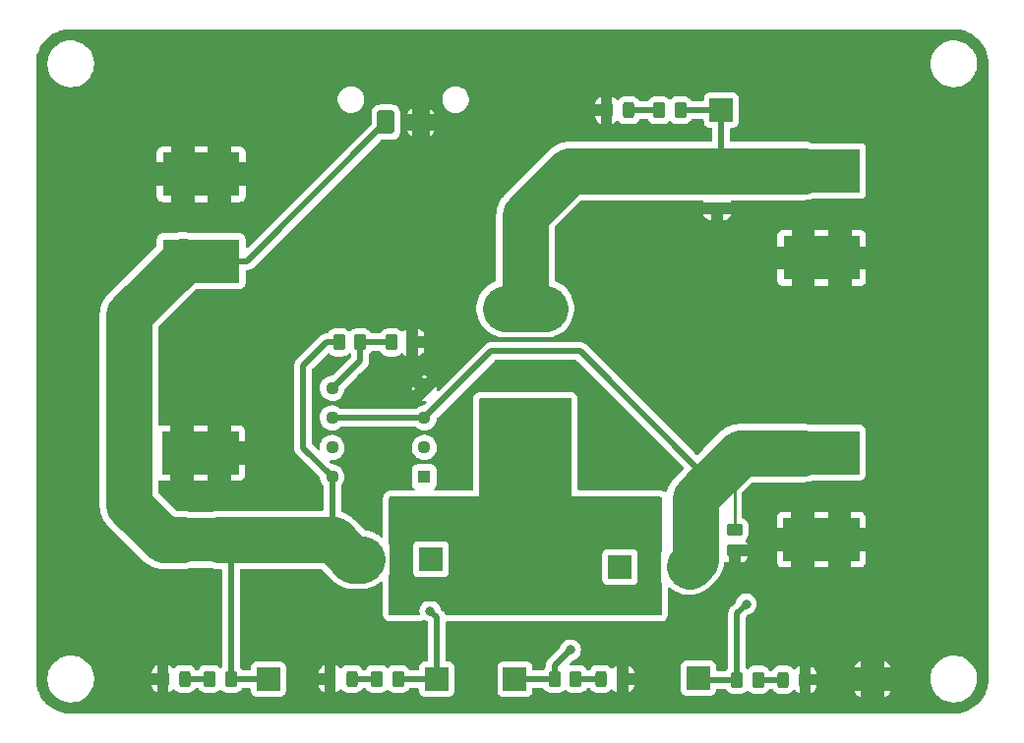
<source format=gbr>
G04 #@! TF.GenerationSoftware,KiCad,Pcbnew,(6.0.7)*
G04 #@! TF.CreationDate,2023-01-28T15:55:41-06:00*
G04 #@! TF.ProjectId,Power-Secondary,506f7765-722d-4536-9563-6f6e64617279,rev?*
G04 #@! TF.SameCoordinates,Original*
G04 #@! TF.FileFunction,Copper,L1,Top*
G04 #@! TF.FilePolarity,Positive*
%FSLAX46Y46*%
G04 Gerber Fmt 4.6, Leading zero omitted, Abs format (unit mm)*
G04 Created by KiCad (PCBNEW (6.0.7)) date 2023-01-28 15:55:41*
%MOMM*%
%LPD*%
G01*
G04 APERTURE LIST*
G04 Aperture macros list*
%AMRoundRect*
0 Rectangle with rounded corners*
0 $1 Rounding radius*
0 $2 $3 $4 $5 $6 $7 $8 $9 X,Y pos of 4 corners*
0 Add a 4 corners polygon primitive as box body*
4,1,4,$2,$3,$4,$5,$6,$7,$8,$9,$2,$3,0*
0 Add four circle primitives for the rounded corners*
1,1,$1+$1,$2,$3*
1,1,$1+$1,$4,$5*
1,1,$1+$1,$6,$7*
1,1,$1+$1,$8,$9*
0 Add four rect primitives between the rounded corners*
20,1,$1+$1,$2,$3,$4,$5,0*
20,1,$1+$1,$4,$5,$6,$7,0*
20,1,$1+$1,$6,$7,$8,$9,0*
20,1,$1+$1,$8,$9,$2,$3,0*%
G04 Aperture macros list end*
G04 #@! TA.AperFunction,ComponentPad*
%ADD10R,3.430000X3.780000*%
G04 #@! TD*
G04 #@! TA.AperFunction,SMDPad,CuDef*
%ADD11RoundRect,0.250000X-0.262500X-0.450000X0.262500X-0.450000X0.262500X0.450000X-0.262500X0.450000X0*%
G04 #@! TD*
G04 #@! TA.AperFunction,SMDPad,CuDef*
%ADD12RoundRect,0.250000X0.262500X0.450000X-0.262500X0.450000X-0.262500X-0.450000X0.262500X-0.450000X0*%
G04 #@! TD*
G04 #@! TA.AperFunction,SMDPad,CuDef*
%ADD13RoundRect,0.243750X-0.243750X-0.456250X0.243750X-0.456250X0.243750X0.456250X-0.243750X0.456250X0*%
G04 #@! TD*
G04 #@! TA.AperFunction,SMDPad,CuDef*
%ADD14R,2.000000X2.000000*%
G04 #@! TD*
G04 #@! TA.AperFunction,ComponentPad*
%ADD15C,2.780000*%
G04 #@! TD*
G04 #@! TA.AperFunction,SMDPad,CuDef*
%ADD16RoundRect,0.243750X0.243750X0.456250X-0.243750X0.456250X-0.243750X-0.456250X0.243750X-0.456250X0*%
G04 #@! TD*
G04 #@! TA.AperFunction,ComponentPad*
%ADD17R,2.085000X2.085000*%
G04 #@! TD*
G04 #@! TA.AperFunction,ComponentPad*
%ADD18C,2.085000*%
G04 #@! TD*
G04 #@! TA.AperFunction,ComponentPad*
%ADD19O,1.500000X2.020000*%
G04 #@! TD*
G04 #@! TA.AperFunction,ComponentPad*
%ADD20RoundRect,0.250001X-0.499999X-0.759999X0.499999X-0.759999X0.499999X0.759999X-0.499999X0.759999X0*%
G04 #@! TD*
G04 #@! TA.AperFunction,SMDPad,CuDef*
%ADD21RoundRect,0.250000X-0.475000X0.250000X-0.475000X-0.250000X0.475000X-0.250000X0.475000X0.250000X0*%
G04 #@! TD*
G04 #@! TA.AperFunction,SMDPad,CuDef*
%ADD22RoundRect,0.250000X-0.450000X0.262500X-0.450000X-0.262500X0.450000X-0.262500X0.450000X0.262500X0*%
G04 #@! TD*
G04 #@! TA.AperFunction,ComponentPad*
%ADD23R,1.130000X1.130000*%
G04 #@! TD*
G04 #@! TA.AperFunction,ComponentPad*
%ADD24C,1.130000*%
G04 #@! TD*
G04 #@! TA.AperFunction,ViaPad*
%ADD25C,0.800000*%
G04 #@! TD*
G04 #@! TA.AperFunction,Conductor*
%ADD26C,4.000000*%
G04 #@! TD*
G04 #@! TA.AperFunction,Conductor*
%ADD27C,0.500000*%
G04 #@! TD*
G04 #@! TA.AperFunction,Conductor*
%ADD28C,2.000000*%
G04 #@! TD*
G04 #@! TA.AperFunction,Conductor*
%ADD29C,0.250000*%
G04 #@! TD*
G04 APERTURE END LIST*
D10*
X172910000Y-80195000D03*
X176090000Y-80195000D03*
X176090000Y-87685000D03*
X172910000Y-87685000D03*
D11*
X151520000Y-123960000D03*
X153345000Y-123960000D03*
D12*
X123645000Y-123960000D03*
X121820000Y-123960000D03*
D10*
X119460000Y-111980000D03*
X122640000Y-111980000D03*
X122640000Y-104490000D03*
X119460000Y-104490000D03*
X176050000Y-104470000D03*
X172870000Y-104470000D03*
X172870000Y-111960000D03*
X176050000Y-111960000D03*
D13*
X155995000Y-74960000D03*
X157870000Y-74960000D03*
D14*
X148095000Y-123960000D03*
D11*
X132957500Y-94960000D03*
X134782500Y-94960000D03*
D15*
X150700000Y-92040000D03*
X147300000Y-92040000D03*
X150700000Y-101960000D03*
X147300000Y-101960000D03*
D13*
X117795000Y-123960000D03*
X119670000Y-123960000D03*
D16*
X173070000Y-124021250D03*
X171195000Y-124021250D03*
D17*
X140870000Y-113640000D03*
D18*
X138330000Y-113640000D03*
X135790000Y-113640000D03*
D19*
X140000000Y-76000000D03*
D20*
X137000000Y-76000000D03*
D14*
X178870000Y-123960000D03*
X126870000Y-123960000D03*
D16*
X157370000Y-123960000D03*
X155495000Y-123960000D03*
D14*
X165870000Y-74960000D03*
D17*
X157140000Y-114310000D03*
D18*
X159680000Y-114310000D03*
X162220000Y-114310000D03*
D13*
X132182500Y-123960000D03*
X134057500Y-123960000D03*
D12*
X138032500Y-123960000D03*
X136207500Y-123960000D03*
D21*
X165500000Y-81550000D03*
X165500000Y-83450000D03*
D22*
X167000000Y-111087500D03*
X167000000Y-112912500D03*
D10*
X122680000Y-87960000D03*
X119500000Y-87960000D03*
X119500000Y-80470000D03*
X122680000Y-80470000D03*
D12*
X162345000Y-74960000D03*
X160520000Y-74960000D03*
D14*
X163895000Y-123898750D03*
X141370000Y-123960000D03*
D11*
X167220000Y-124021250D03*
X169045000Y-124021250D03*
D23*
X140300000Y-106545000D03*
D24*
X140300000Y-104005000D03*
X140300000Y-101465000D03*
X140300000Y-98925000D03*
X132360000Y-98925000D03*
X132360000Y-101465000D03*
X132360000Y-104005000D03*
X132360000Y-106545000D03*
D11*
X137457500Y-94960000D03*
X139282500Y-94960000D03*
D25*
X165500000Y-85000000D03*
X168000000Y-117500000D03*
X140800000Y-118090000D03*
X152870000Y-121460000D03*
D26*
X132480000Y-111980000D02*
X134200000Y-113700000D01*
X124850000Y-111980000D02*
X132480000Y-111980000D01*
D27*
X135790000Y-113640000D02*
X134900000Y-113640000D01*
D26*
X134840000Y-113700000D02*
X134200000Y-113700000D01*
X134900000Y-113640000D02*
X134840000Y-113700000D01*
D27*
X134200000Y-113700000D02*
X132360000Y-111860000D01*
X132360000Y-111860000D02*
X132360000Y-106545000D01*
D28*
X162220000Y-114310000D02*
X162330000Y-114200000D01*
D26*
X163600000Y-113700000D02*
X163600000Y-108400000D01*
X163100000Y-114200000D02*
X163600000Y-113700000D01*
X163600000Y-108400000D02*
X164500000Y-107500000D01*
D28*
X162330000Y-114200000D02*
X163100000Y-114200000D01*
D27*
X162345000Y-74960000D02*
X165870000Y-74960000D01*
D26*
X148960000Y-92040000D02*
X147300000Y-92040000D01*
X149040000Y-92040000D02*
X149000000Y-92000000D01*
X165695000Y-80195000D02*
X152805000Y-80195000D01*
X150700000Y-92040000D02*
X149040000Y-92040000D01*
D27*
X165870000Y-74960000D02*
X165870000Y-80020000D01*
D26*
X149000000Y-84000000D02*
X149000000Y-92000000D01*
X172910000Y-80195000D02*
X165695000Y-80195000D01*
X149000000Y-92000000D02*
X148960000Y-92040000D01*
D27*
X165870000Y-80020000D02*
X165695000Y-80195000D01*
D26*
X152805000Y-80195000D02*
X149000000Y-84000000D01*
D29*
X167000000Y-112912500D02*
X169587500Y-112912500D01*
D27*
X165500000Y-83450000D02*
X165500000Y-85000000D01*
D29*
X169587500Y-112912500D02*
X170540000Y-111960000D01*
D27*
X172995000Y-123946250D02*
X173070000Y-124021250D01*
D29*
X170540000Y-111960000D02*
X172870000Y-111960000D01*
D27*
X171195000Y-124021250D02*
X169045000Y-124021250D01*
X121820000Y-123960000D02*
X119670000Y-123960000D01*
X136207500Y-123960000D02*
X134057500Y-123960000D01*
X153345000Y-123960000D02*
X155495000Y-123960000D01*
X160520000Y-74960000D02*
X157870000Y-74960000D01*
D26*
X119460000Y-111980000D02*
X117890000Y-111980000D01*
X117890000Y-111980000D02*
X114870000Y-108960000D01*
D27*
X129870000Y-104055000D02*
X129870000Y-96960000D01*
D26*
X114870000Y-108960000D02*
X114870000Y-92590000D01*
D27*
X123645000Y-123960000D02*
X123645000Y-113185000D01*
X123645000Y-123960000D02*
X126870000Y-123960000D01*
D26*
X122640000Y-111980000D02*
X124850000Y-111980000D01*
D27*
X123645000Y-113185000D02*
X124850000Y-111980000D01*
D26*
X114870000Y-92590000D02*
X119500000Y-87960000D01*
D27*
X137000000Y-76000000D02*
X125040000Y-87960000D01*
X129870000Y-96960000D02*
X131870000Y-94960000D01*
X131870000Y-94960000D02*
X132957500Y-94960000D01*
X132360000Y-106545000D02*
X129870000Y-104055000D01*
X125040000Y-87960000D02*
X122680000Y-87960000D01*
D29*
X167000000Y-111087500D02*
X167000000Y-107000000D01*
D26*
X166000000Y-106000000D02*
X164500000Y-107500000D01*
D27*
X167220000Y-118280000D02*
X167220000Y-124021250D01*
D26*
X167500000Y-104500000D02*
X172840000Y-104500000D01*
D27*
X153710000Y-95710000D02*
X146055000Y-95710000D01*
X164500000Y-107500000D02*
X164500000Y-106500000D01*
D29*
X167000000Y-107000000D02*
X166000000Y-106000000D01*
D26*
X167500000Y-104500000D02*
X166000000Y-106000000D01*
X172840000Y-104500000D02*
X172870000Y-104470000D01*
D27*
X164500000Y-106500000D02*
X153710000Y-95710000D01*
X132360000Y-101465000D02*
X140300000Y-101465000D01*
X167220000Y-124021250D02*
X164017500Y-124021250D01*
X146055000Y-95710000D02*
X140300000Y-101465000D01*
X168000000Y-117500000D02*
X167220000Y-118280000D01*
X141370000Y-123960000D02*
X141370000Y-118660000D01*
X141370000Y-118660000D02*
X140800000Y-118090000D01*
X138032500Y-123960000D02*
X141370000Y-123960000D01*
X151520000Y-123960000D02*
X151520000Y-122810000D01*
X151520000Y-122810000D02*
X152870000Y-121460000D01*
X148095000Y-123960000D02*
X151520000Y-123960000D01*
X134782500Y-94960000D02*
X137457500Y-94960000D01*
X132360000Y-98925000D02*
X134325000Y-96960000D01*
X134782500Y-96547500D02*
X134782500Y-94960000D01*
X134325000Y-96960000D02*
X134370000Y-96960000D01*
X134370000Y-96960000D02*
X134782500Y-96547500D01*
D28*
X138330000Y-113640000D02*
X138330000Y-111841000D01*
X155180000Y-111215000D02*
X153180000Y-113215000D01*
X142830000Y-116235000D02*
X139126000Y-116235000D01*
X150700000Y-113700000D02*
X150700000Y-101960000D01*
X149125000Y-113715000D02*
X147300000Y-111890000D01*
X152180000Y-113715000D02*
X153647500Y-115182500D01*
X158384000Y-111215000D02*
X155180000Y-111215000D01*
X149125000Y-103625000D02*
X147460000Y-101960000D01*
X159680000Y-112511000D02*
X158384000Y-111215000D01*
X144830000Y-112735000D02*
X153595000Y-112735000D01*
X153647500Y-115182500D02*
X155680000Y-117215000D01*
X138330000Y-111841000D02*
X139436000Y-110735000D01*
X144850000Y-113715000D02*
X144830000Y-113735000D01*
X142830000Y-110735000D02*
X144830000Y-112735000D01*
X149125000Y-113715000D02*
X144850000Y-113715000D01*
X138330000Y-115439000D02*
X138330000Y-113640000D01*
X153180000Y-113215000D02*
X153180000Y-114215000D01*
X153595000Y-112735000D02*
X153595000Y-112800000D01*
X150715000Y-113715000D02*
X150700000Y-113700000D01*
D26*
X147460000Y-101960000D02*
X147300000Y-101960000D01*
D28*
X139126000Y-116235000D02*
X138330000Y-115439000D01*
X158574000Y-117215000D02*
X159680000Y-116109000D01*
X152180000Y-113715000D02*
X150715000Y-113715000D01*
X144237500Y-114827500D02*
X142830000Y-116235000D01*
X147300000Y-111890000D02*
X147300000Y-101960000D01*
D26*
X150700000Y-101960000D02*
X147460000Y-101960000D01*
D28*
X144830000Y-112735000D02*
X144830000Y-113735000D01*
X153595000Y-112800000D02*
X153180000Y-113215000D01*
X145330000Y-113735000D02*
X144237500Y-114827500D01*
X155680000Y-117215000D02*
X158574000Y-117215000D01*
X159680000Y-116109000D02*
X159680000Y-114310000D01*
X149125000Y-113715000D02*
X149125000Y-103625000D01*
X150715000Y-113715000D02*
X149125000Y-113715000D01*
X139436000Y-110735000D02*
X142830000Y-110735000D01*
X153647500Y-115182500D02*
X153292500Y-114827500D01*
X159680000Y-114310000D02*
X159680000Y-112511000D01*
X153292500Y-114827500D02*
X144237500Y-114827500D01*
G04 #@! TA.AperFunction,Conductor*
G36*
X185840018Y-67970000D02*
G01*
X185854851Y-67972310D01*
X185854855Y-67972310D01*
X185863724Y-67973691D01*
X185882436Y-67971244D01*
X185905366Y-67970353D01*
X186176103Y-67984542D01*
X186189209Y-67985919D01*
X186404134Y-68019960D01*
X186485445Y-68032838D01*
X186498345Y-68035580D01*
X186643196Y-68074393D01*
X186788052Y-68113207D01*
X186800586Y-68117279D01*
X187080587Y-68224762D01*
X187092635Y-68230126D01*
X187359870Y-68366289D01*
X187371286Y-68372880D01*
X187622832Y-68536236D01*
X187633495Y-68543984D01*
X187866573Y-68732727D01*
X187876374Y-68741552D01*
X188088448Y-68953626D01*
X188097273Y-68963427D01*
X188226277Y-69122733D01*
X188286016Y-69196505D01*
X188293764Y-69207168D01*
X188457117Y-69458709D01*
X188463711Y-69470130D01*
X188599874Y-69737365D01*
X188605237Y-69749412D01*
X188685020Y-69957250D01*
X188712719Y-70029409D01*
X188716795Y-70041953D01*
X188794420Y-70331655D01*
X188797162Y-70344555D01*
X188839264Y-70610376D01*
X188844080Y-70640785D01*
X188845458Y-70653902D01*
X188859262Y-70917299D01*
X188857935Y-70943276D01*
X188857691Y-70944846D01*
X188857691Y-70944850D01*
X188856309Y-70953724D01*
X188857473Y-70962626D01*
X188857473Y-70962628D01*
X188860436Y-70985283D01*
X188861500Y-71001621D01*
X188861500Y-123910633D01*
X188860000Y-123930018D01*
X188857690Y-123944851D01*
X188857690Y-123944855D01*
X188856309Y-123953724D01*
X188858135Y-123967683D01*
X188858756Y-123972433D01*
X188859647Y-123995366D01*
X188850244Y-124174788D01*
X188845458Y-124266099D01*
X188844081Y-124279209D01*
X188817492Y-124447087D01*
X188797162Y-124575445D01*
X188794420Y-124588345D01*
X188760688Y-124714235D01*
X188717725Y-124874578D01*
X188716795Y-124878047D01*
X188712721Y-124890586D01*
X188606039Y-125168500D01*
X188605238Y-125170587D01*
X188599874Y-125182635D01*
X188582524Y-125216686D01*
X188463711Y-125449870D01*
X188457120Y-125461286D01*
X188293764Y-125712832D01*
X188286018Y-125723492D01*
X188224600Y-125799337D01*
X188097273Y-125956573D01*
X188088448Y-125966374D01*
X187876374Y-126178448D01*
X187866573Y-126187273D01*
X187633495Y-126376016D01*
X187622832Y-126383764D01*
X187371286Y-126547120D01*
X187359870Y-126553711D01*
X187092635Y-126689874D01*
X187080588Y-126695237D01*
X186800586Y-126802721D01*
X186788052Y-126806793D01*
X186643196Y-126845607D01*
X186498345Y-126884420D01*
X186485445Y-126887162D01*
X186404134Y-126900040D01*
X186189209Y-126934081D01*
X186176101Y-126935458D01*
X186100937Y-126939397D01*
X185912701Y-126949262D01*
X185886724Y-126947935D01*
X185885154Y-126947691D01*
X185885150Y-126947691D01*
X185876276Y-126946309D01*
X185867374Y-126947473D01*
X185867372Y-126947473D01*
X185852323Y-126949441D01*
X185844714Y-126950436D01*
X185828379Y-126951500D01*
X109919367Y-126951500D01*
X109899982Y-126950000D01*
X109885149Y-126947690D01*
X109885145Y-126947690D01*
X109876276Y-126946309D01*
X109857564Y-126948756D01*
X109834634Y-126949647D01*
X109563897Y-126935458D01*
X109550791Y-126934081D01*
X109335866Y-126900040D01*
X109254555Y-126887162D01*
X109241655Y-126884420D01*
X109096804Y-126845607D01*
X108951948Y-126806793D01*
X108939414Y-126802721D01*
X108659412Y-126695237D01*
X108647365Y-126689874D01*
X108380130Y-126553711D01*
X108368714Y-126547120D01*
X108117168Y-126383764D01*
X108106505Y-126376016D01*
X107873427Y-126187273D01*
X107863626Y-126178448D01*
X107651552Y-125966374D01*
X107642727Y-125956573D01*
X107515400Y-125799337D01*
X107453982Y-125723492D01*
X107446236Y-125712832D01*
X107282880Y-125461286D01*
X107276289Y-125449870D01*
X107157476Y-125216686D01*
X107140126Y-125182635D01*
X107134762Y-125170587D01*
X107133961Y-125168500D01*
X107027279Y-124890586D01*
X107023205Y-124878047D01*
X107022276Y-124874578D01*
X106979312Y-124714235D01*
X106945580Y-124588345D01*
X106942838Y-124575445D01*
X106922508Y-124447087D01*
X106895919Y-124279209D01*
X106894542Y-124266098D01*
X106880932Y-124006410D01*
X106882505Y-123978915D01*
X106883576Y-123972552D01*
X106883729Y-123960000D01*
X106879773Y-123932376D01*
X106878500Y-123914514D01*
X106878500Y-123889733D01*
X107857822Y-123889733D01*
X107857975Y-123894121D01*
X107857975Y-123894127D01*
X107861511Y-123995368D01*
X107867625Y-124170458D01*
X107868387Y-124174781D01*
X107868388Y-124174788D01*
X107892164Y-124309624D01*
X107916402Y-124447087D01*
X108003203Y-124714235D01*
X108005131Y-124718188D01*
X108005133Y-124718193D01*
X108044913Y-124799752D01*
X108126340Y-124966702D01*
X108128795Y-124970341D01*
X108128798Y-124970347D01*
X108196721Y-125071047D01*
X108283415Y-125199576D01*
X108286360Y-125202847D01*
X108286361Y-125202848D01*
X108310280Y-125229413D01*
X108471371Y-125408322D01*
X108686550Y-125588879D01*
X108924764Y-125737731D01*
X109181375Y-125851982D01*
X109451390Y-125929407D01*
X109455740Y-125930018D01*
X109455743Y-125930019D01*
X109558690Y-125944487D01*
X109729552Y-125968500D01*
X109940146Y-125968500D01*
X109942332Y-125968347D01*
X109942336Y-125968347D01*
X110145827Y-125954118D01*
X110145832Y-125954117D01*
X110150212Y-125953811D01*
X110424970Y-125895409D01*
X110429099Y-125893906D01*
X110429103Y-125893905D01*
X110684781Y-125800846D01*
X110684785Y-125800844D01*
X110688926Y-125799337D01*
X110936942Y-125667464D01*
X111041896Y-125591211D01*
X111160629Y-125504947D01*
X111160632Y-125504944D01*
X111164192Y-125502358D01*
X111218531Y-125449884D01*
X111349652Y-125323261D01*
X111366252Y-125307231D01*
X111524705Y-125104419D01*
X111536481Y-125089347D01*
X111536482Y-125089346D01*
X111539188Y-125085882D01*
X111541384Y-125082078D01*
X111541389Y-125082071D01*
X111677435Y-124846431D01*
X111679636Y-124842619D01*
X111784862Y-124582176D01*
X111787939Y-124569835D01*
X111814593Y-124462933D01*
X116799501Y-124462933D01*
X116799838Y-124469452D01*
X116809666Y-124564170D01*
X116812558Y-124577564D01*
X116863536Y-124730365D01*
X116869710Y-124743543D01*
X116954244Y-124880149D01*
X116963280Y-124891550D01*
X117076979Y-125005051D01*
X117088390Y-125014063D01*
X117225152Y-125098363D01*
X117238333Y-125104510D01*
X117290306Y-125121749D01*
X117304399Y-125122238D01*
X117307500Y-125116027D01*
X117307500Y-124465615D01*
X117303025Y-124450376D01*
X117301635Y-124449171D01*
X117293952Y-124447500D01*
X116817616Y-124447500D01*
X116802377Y-124451975D01*
X116801172Y-124453365D01*
X116799501Y-124461048D01*
X116799501Y-124462933D01*
X111814593Y-124462933D01*
X111851753Y-124313893D01*
X111851754Y-124313888D01*
X111852817Y-124309624D01*
X111882178Y-124030267D01*
X111881345Y-124006410D01*
X111872529Y-123753939D01*
X111872528Y-123753933D01*
X111872375Y-123749542D01*
X111848608Y-123614749D01*
X111834325Y-123533750D01*
X111823598Y-123472913D01*
X111817705Y-123454775D01*
X116799614Y-123454775D01*
X116803975Y-123469624D01*
X116805365Y-123470829D01*
X116813048Y-123472500D01*
X117289385Y-123472500D01*
X117304624Y-123468025D01*
X117305829Y-123466635D01*
X117307500Y-123458952D01*
X117307500Y-122810676D01*
X117303527Y-122797145D01*
X117296701Y-122796164D01*
X117237130Y-122816038D01*
X117223962Y-122822206D01*
X117087351Y-122906744D01*
X117075950Y-122915780D01*
X116962449Y-123029479D01*
X116953437Y-123040890D01*
X116869135Y-123177654D01*
X116862991Y-123190832D01*
X116812273Y-123343740D01*
X116809407Y-123357106D01*
X116799828Y-123450601D01*
X116799614Y-123454775D01*
X111817705Y-123454775D01*
X111736797Y-123205765D01*
X111729164Y-123190114D01*
X111658592Y-123045422D01*
X111613660Y-122953298D01*
X111611205Y-122949659D01*
X111611202Y-122949653D01*
X111527480Y-122825531D01*
X111456585Y-122720424D01*
X111452251Y-122715610D01*
X111291690Y-122537290D01*
X111268629Y-122511678D01*
X111053450Y-122331121D01*
X110815236Y-122182269D01*
X110558625Y-122068018D01*
X110288610Y-121990593D01*
X110284260Y-121989982D01*
X110284257Y-121989981D01*
X110181310Y-121975513D01*
X110010448Y-121951500D01*
X109799854Y-121951500D01*
X109797668Y-121951653D01*
X109797664Y-121951653D01*
X109594173Y-121965882D01*
X109594168Y-121965883D01*
X109589788Y-121966189D01*
X109315030Y-122024591D01*
X109310901Y-122026094D01*
X109310897Y-122026095D01*
X109055219Y-122119154D01*
X109055215Y-122119156D01*
X109051074Y-122120663D01*
X108803058Y-122252536D01*
X108799499Y-122255122D01*
X108799497Y-122255123D01*
X108588094Y-122408716D01*
X108575808Y-122417642D01*
X108572644Y-122420698D01*
X108572641Y-122420700D01*
X108516595Y-122474823D01*
X108373748Y-122612769D01*
X108255153Y-122764564D01*
X108209555Y-122822928D01*
X108200812Y-122834118D01*
X108198616Y-122837922D01*
X108198611Y-122837929D01*
X108118252Y-122977116D01*
X108060364Y-123077381D01*
X107955138Y-123337824D01*
X107954073Y-123342097D01*
X107954072Y-123342099D01*
X107906705Y-123532079D01*
X107887183Y-123610376D01*
X107857822Y-123889733D01*
X106878500Y-123889733D01*
X106878500Y-109038949D01*
X112357780Y-109038949D01*
X112368743Y-109154915D01*
X112369048Y-109158807D01*
X112376359Y-109275020D01*
X112377101Y-109278909D01*
X112377102Y-109278918D01*
X112382652Y-109308010D01*
X112384325Y-109319762D01*
X112387485Y-109353192D01*
X112412894Y-109466864D01*
X112413685Y-109470688D01*
X112416816Y-109487103D01*
X112435505Y-109585072D01*
X112436729Y-109588839D01*
X112436730Y-109588843D01*
X112445881Y-109617007D01*
X112449014Y-109628456D01*
X112456340Y-109661233D01*
X112495803Y-109770845D01*
X112497056Y-109774507D01*
X112533044Y-109885266D01*
X112534726Y-109888841D01*
X112534729Y-109888848D01*
X112547344Y-109915657D01*
X112551885Y-109926621D01*
X112561920Y-109954493D01*
X112561924Y-109954501D01*
X112563261Y-109958216D01*
X112565050Y-109961727D01*
X112565053Y-109961734D01*
X112616126Y-110061969D01*
X112617863Y-110065515D01*
X112667438Y-110170869D01*
X112669559Y-110174211D01*
X112669560Y-110174213D01*
X112685434Y-110199226D01*
X112691312Y-110209531D01*
X112697591Y-110221854D01*
X112703096Y-110232658D01*
X112706559Y-110239455D01*
X112708786Y-110242732D01*
X112708789Y-110242737D01*
X112772003Y-110335753D01*
X112774171Y-110339053D01*
X112836568Y-110437375D01*
X112839096Y-110440430D01*
X112839099Y-110440435D01*
X112857980Y-110463259D01*
X112865103Y-110472746D01*
X112883977Y-110500518D01*
X112886596Y-110503489D01*
X112886601Y-110503495D01*
X112960972Y-110587850D01*
X112963532Y-110590847D01*
X113037767Y-110680582D01*
X113040654Y-110683293D01*
X113122675Y-110760316D01*
X113125517Y-110763071D01*
X116086929Y-113724483D01*
X116089683Y-113727324D01*
X116169418Y-113812233D01*
X116172469Y-113814757D01*
X116259139Y-113886456D01*
X116262136Y-113889016D01*
X116276280Y-113901486D01*
X116346505Y-113963399D01*
X116346511Y-113963404D01*
X116349482Y-113966023D01*
X116377254Y-113984897D01*
X116386741Y-113992020D01*
X116409565Y-114010901D01*
X116409570Y-114010904D01*
X116412625Y-114013432D01*
X116485612Y-114059751D01*
X116510939Y-114075824D01*
X116514247Y-114077997D01*
X116607263Y-114141211D01*
X116607268Y-114141214D01*
X116610545Y-114143441D01*
X116614071Y-114145237D01*
X116614075Y-114145240D01*
X116624968Y-114150790D01*
X116640469Y-114158688D01*
X116650770Y-114164564D01*
X116679131Y-114182562D01*
X116682715Y-114184249D01*
X116682716Y-114184249D01*
X116784476Y-114232133D01*
X116788031Y-114233874D01*
X116888266Y-114284947D01*
X116888273Y-114284950D01*
X116891784Y-114286739D01*
X116895499Y-114288076D01*
X116895507Y-114288080D01*
X116923379Y-114298115D01*
X116934343Y-114302656D01*
X116961152Y-114315271D01*
X116961159Y-114315274D01*
X116964734Y-114316956D01*
X117075493Y-114352944D01*
X117079155Y-114354197D01*
X117188767Y-114393660D01*
X117221543Y-114400986D01*
X117232993Y-114404119D01*
X117261157Y-114413270D01*
X117261161Y-114413271D01*
X117264928Y-114414495D01*
X117355468Y-114431766D01*
X117379312Y-114436315D01*
X117383136Y-114437106D01*
X117496808Y-114462515D01*
X117529044Y-114465562D01*
X117530238Y-114465675D01*
X117541990Y-114467348D01*
X117571082Y-114472898D01*
X117571091Y-114472899D01*
X117574980Y-114473641D01*
X117691193Y-114480952D01*
X117695085Y-114481257D01*
X117811051Y-114492220D01*
X117815002Y-114492096D01*
X117815008Y-114492096D01*
X117927445Y-114488562D01*
X117931403Y-114488500D01*
X119538838Y-114488500D01*
X119775020Y-114473641D01*
X120085072Y-114414495D01*
X120176873Y-114384667D01*
X120215809Y-114378500D01*
X121884191Y-114378500D01*
X121923127Y-114384667D01*
X122014928Y-114414495D01*
X122324980Y-114473641D01*
X122561162Y-114488500D01*
X122760500Y-114488500D01*
X122828621Y-114508502D01*
X122875114Y-114562158D01*
X122886500Y-114614500D01*
X122886500Y-122881085D01*
X122866498Y-122949206D01*
X122849673Y-122970102D01*
X122821716Y-122998108D01*
X122759434Y-123032188D01*
X122688614Y-123027185D01*
X122643525Y-122998264D01*
X122560983Y-122915866D01*
X122555803Y-122910695D01*
X122549572Y-122906854D01*
X122411468Y-122821725D01*
X122411466Y-122821724D01*
X122405238Y-122817885D01*
X122325495Y-122791436D01*
X122243889Y-122764368D01*
X122243887Y-122764368D01*
X122237361Y-122762203D01*
X122230525Y-122761503D01*
X122230522Y-122761502D01*
X122187469Y-122757091D01*
X122132900Y-122751500D01*
X121507100Y-122751500D01*
X121503854Y-122751837D01*
X121503850Y-122751837D01*
X121408192Y-122761762D01*
X121408188Y-122761763D01*
X121401334Y-122762474D01*
X121394798Y-122764655D01*
X121394796Y-122764655D01*
X121276947Y-122803973D01*
X121233554Y-122818450D01*
X121083152Y-122911522D01*
X120958195Y-123036697D01*
X120920301Y-123098173D01*
X120893522Y-123141616D01*
X120840750Y-123189109D01*
X120786262Y-123201500D01*
X120681578Y-123201500D01*
X120613457Y-123181498D01*
X120574434Y-123141803D01*
X120511151Y-123039539D01*
X120507297Y-123033311D01*
X120383153Y-122909383D01*
X120233829Y-122817339D01*
X120174807Y-122797762D01*
X120073866Y-122764281D01*
X120073864Y-122764281D01*
X120067335Y-122762115D01*
X119963731Y-122751500D01*
X119672266Y-122751500D01*
X119376270Y-122751501D01*
X119271371Y-122762384D01*
X119264840Y-122764563D01*
X119264835Y-122764564D01*
X119126621Y-122810676D01*
X119104974Y-122817898D01*
X118955811Y-122910203D01*
X118831883Y-123034347D01*
X118829886Y-123037587D01*
X118773148Y-123077814D01*
X118702225Y-123081047D01*
X118640813Y-123045422D01*
X118633434Y-123036922D01*
X118626718Y-123028448D01*
X118513021Y-122914949D01*
X118501610Y-122905937D01*
X118364848Y-122821637D01*
X118351667Y-122815490D01*
X118299694Y-122798251D01*
X118285601Y-122797762D01*
X118282500Y-122803973D01*
X118282500Y-125109324D01*
X118286473Y-125122855D01*
X118293299Y-125123836D01*
X118352870Y-125103962D01*
X118366038Y-125097794D01*
X118502649Y-125013256D01*
X118514050Y-125004220D01*
X118627551Y-124890521D01*
X118633294Y-124883249D01*
X118691211Y-124842186D01*
X118762134Y-124838954D01*
X118823546Y-124874579D01*
X118829340Y-124881254D01*
X118832703Y-124886689D01*
X118956847Y-125010617D01*
X119106171Y-125102661D01*
X119113119Y-125104966D01*
X119113120Y-125104966D01*
X119266134Y-125155719D01*
X119266136Y-125155719D01*
X119272665Y-125157885D01*
X119376269Y-125168500D01*
X119667734Y-125168500D01*
X119963730Y-125168499D01*
X120068629Y-125157616D01*
X120075160Y-125155437D01*
X120075165Y-125155436D01*
X120228078Y-125104420D01*
X120235026Y-125102102D01*
X120384189Y-125009797D01*
X120508117Y-124885653D01*
X120512806Y-124878047D01*
X120574238Y-124778384D01*
X120627010Y-124730891D01*
X120681498Y-124718500D01*
X120786189Y-124718500D01*
X120854310Y-124738502D01*
X120893333Y-124778196D01*
X120959022Y-124884348D01*
X121084197Y-125009305D01*
X121090427Y-125013145D01*
X121090428Y-125013146D01*
X121227590Y-125097694D01*
X121234762Y-125102115D01*
X121241983Y-125104510D01*
X121396111Y-125155632D01*
X121396113Y-125155632D01*
X121402639Y-125157797D01*
X121409475Y-125158497D01*
X121409478Y-125158498D01*
X121451468Y-125162800D01*
X121507100Y-125168500D01*
X122132900Y-125168500D01*
X122136146Y-125168163D01*
X122136150Y-125168163D01*
X122231808Y-125158238D01*
X122231812Y-125158237D01*
X122238666Y-125157526D01*
X122245202Y-125155345D01*
X122245204Y-125155345D01*
X122397574Y-125104510D01*
X122406446Y-125101550D01*
X122556848Y-125008478D01*
X122643284Y-124921891D01*
X122705566Y-124887812D01*
X122776386Y-124892815D01*
X122821475Y-124921736D01*
X122859806Y-124960000D01*
X122909197Y-125009305D01*
X122915427Y-125013145D01*
X122915428Y-125013146D01*
X123052590Y-125097694D01*
X123059762Y-125102115D01*
X123066983Y-125104510D01*
X123221111Y-125155632D01*
X123221113Y-125155632D01*
X123227639Y-125157797D01*
X123234475Y-125158497D01*
X123234478Y-125158498D01*
X123276468Y-125162800D01*
X123332100Y-125168500D01*
X123957900Y-125168500D01*
X123961146Y-125168163D01*
X123961150Y-125168163D01*
X124056808Y-125158238D01*
X124056812Y-125158237D01*
X124063666Y-125157526D01*
X124070202Y-125155345D01*
X124070204Y-125155345D01*
X124222574Y-125104510D01*
X124231446Y-125101550D01*
X124381848Y-125008478D01*
X124439455Y-124950771D01*
X124501634Y-124888483D01*
X124506805Y-124883303D01*
X124571479Y-124778383D01*
X124624250Y-124730891D01*
X124678738Y-124718500D01*
X125235500Y-124718500D01*
X125303621Y-124738502D01*
X125350114Y-124792158D01*
X125361500Y-124844500D01*
X125361500Y-125008134D01*
X125368255Y-125070316D01*
X125419385Y-125206705D01*
X125506739Y-125323261D01*
X125623295Y-125410615D01*
X125759684Y-125461745D01*
X125821866Y-125468500D01*
X127918134Y-125468500D01*
X127980316Y-125461745D01*
X128116705Y-125410615D01*
X128233261Y-125323261D01*
X128320615Y-125206705D01*
X128371745Y-125070316D01*
X128378500Y-125008134D01*
X128378500Y-124462933D01*
X131187001Y-124462933D01*
X131187338Y-124469452D01*
X131197166Y-124564170D01*
X131200058Y-124577564D01*
X131251036Y-124730365D01*
X131257210Y-124743543D01*
X131341744Y-124880149D01*
X131350780Y-124891550D01*
X131464479Y-125005051D01*
X131475890Y-125014063D01*
X131612652Y-125098363D01*
X131625833Y-125104510D01*
X131677806Y-125121749D01*
X131691899Y-125122238D01*
X131695000Y-125116027D01*
X131695000Y-124465615D01*
X131690525Y-124450376D01*
X131689135Y-124449171D01*
X131681452Y-124447500D01*
X131205116Y-124447500D01*
X131189877Y-124451975D01*
X131188672Y-124453365D01*
X131187001Y-124461048D01*
X131187001Y-124462933D01*
X128378500Y-124462933D01*
X128378500Y-123454775D01*
X131187114Y-123454775D01*
X131191475Y-123469624D01*
X131192865Y-123470829D01*
X131200548Y-123472500D01*
X131676885Y-123472500D01*
X131692124Y-123468025D01*
X131693329Y-123466635D01*
X131695000Y-123458952D01*
X131695000Y-122810676D01*
X131691027Y-122797145D01*
X131684201Y-122796164D01*
X131624630Y-122816038D01*
X131611462Y-122822206D01*
X131474851Y-122906744D01*
X131463450Y-122915780D01*
X131349949Y-123029479D01*
X131340937Y-123040890D01*
X131256635Y-123177654D01*
X131250491Y-123190832D01*
X131199773Y-123343740D01*
X131196907Y-123357106D01*
X131187328Y-123450601D01*
X131187114Y-123454775D01*
X128378500Y-123454775D01*
X128378500Y-122911866D01*
X128371745Y-122849684D01*
X128320615Y-122713295D01*
X128233261Y-122596739D01*
X128116705Y-122509385D01*
X127980316Y-122458255D01*
X127918134Y-122451500D01*
X125821866Y-122451500D01*
X125759684Y-122458255D01*
X125623295Y-122509385D01*
X125506739Y-122596739D01*
X125419385Y-122713295D01*
X125368255Y-122849684D01*
X125361500Y-122911866D01*
X125361500Y-123075500D01*
X125341498Y-123143621D01*
X125287842Y-123190114D01*
X125235500Y-123201500D01*
X124678811Y-123201500D01*
X124610690Y-123181498D01*
X124571667Y-123141804D01*
X124505978Y-123035652D01*
X124440482Y-122970269D01*
X124406403Y-122907987D01*
X124403500Y-122881097D01*
X124403500Y-114614500D01*
X124423502Y-114546379D01*
X124477158Y-114499886D01*
X124529500Y-114488500D01*
X131388755Y-114488500D01*
X131456876Y-114508502D01*
X131477851Y-114525405D01*
X132028198Y-115075753D01*
X132396960Y-115444515D01*
X132399714Y-115447357D01*
X132479418Y-115532233D01*
X132569166Y-115606479D01*
X132572133Y-115609014D01*
X132659482Y-115686023D01*
X132687254Y-115704897D01*
X132696741Y-115712020D01*
X132719565Y-115730901D01*
X132719570Y-115730904D01*
X132722625Y-115733432D01*
X132787307Y-115774480D01*
X132820928Y-115795817D01*
X132824236Y-115797990D01*
X132917264Y-115861211D01*
X132920544Y-115863440D01*
X132924069Y-115865236D01*
X132950466Y-115878686D01*
X132960776Y-115884568D01*
X132989131Y-115902562D01*
X132992710Y-115904246D01*
X132992717Y-115904250D01*
X133007179Y-115911055D01*
X133094508Y-115952149D01*
X133098010Y-115953864D01*
X133201784Y-116006739D01*
X133205501Y-116008077D01*
X133205512Y-116008082D01*
X133233379Y-116018115D01*
X133244343Y-116022656D01*
X133271152Y-116035271D01*
X133271159Y-116035274D01*
X133274734Y-116036956D01*
X133385493Y-116072944D01*
X133389155Y-116074197D01*
X133498767Y-116113660D01*
X133531543Y-116120986D01*
X133542993Y-116124119D01*
X133571157Y-116133270D01*
X133571161Y-116133271D01*
X133574928Y-116134495D01*
X133665468Y-116151766D01*
X133689312Y-116156315D01*
X133693136Y-116157106D01*
X133806808Y-116182515D01*
X133840242Y-116185675D01*
X133851984Y-116187347D01*
X133871686Y-116191105D01*
X133881084Y-116192898D01*
X133881087Y-116192898D01*
X133884980Y-116193641D01*
X133958927Y-116198293D01*
X134001196Y-116200953D01*
X134005141Y-116201263D01*
X134051348Y-116205630D01*
X134121051Y-116212219D01*
X134125003Y-116212095D01*
X134125009Y-116212095D01*
X134237425Y-116208562D01*
X134241383Y-116208500D01*
X134798597Y-116208500D01*
X134802555Y-116208562D01*
X134914992Y-116212096D01*
X134914998Y-116212096D01*
X134918949Y-116212220D01*
X135034915Y-116201257D01*
X135038807Y-116200952D01*
X135155020Y-116193641D01*
X135158909Y-116192899D01*
X135158918Y-116192898D01*
X135188010Y-116187348D01*
X135199762Y-116185675D01*
X135200956Y-116185562D01*
X135233192Y-116182515D01*
X135346864Y-116157106D01*
X135350688Y-116156315D01*
X135374532Y-116151766D01*
X135465072Y-116134495D01*
X135468839Y-116133271D01*
X135468843Y-116133270D01*
X135497007Y-116124119D01*
X135508457Y-116120986D01*
X135541233Y-116113660D01*
X135650845Y-116074197D01*
X135654507Y-116072944D01*
X135765266Y-116036956D01*
X135768841Y-116035274D01*
X135768848Y-116035271D01*
X135795657Y-116022656D01*
X135806621Y-116018115D01*
X135834493Y-116008080D01*
X135834501Y-116008076D01*
X135838216Y-116006739D01*
X135841727Y-116004950D01*
X135841734Y-116004947D01*
X135918018Y-115966078D01*
X135941977Y-115953870D01*
X135945524Y-115952133D01*
X136047284Y-115904249D01*
X136047285Y-115904249D01*
X136050869Y-115902562D01*
X136079230Y-115884564D01*
X136089535Y-115878686D01*
X136105032Y-115870790D01*
X136115925Y-115865240D01*
X136115932Y-115865236D01*
X136119455Y-115863441D01*
X136122732Y-115861214D01*
X136122737Y-115861211D01*
X136215753Y-115797997D01*
X136219061Y-115795824D01*
X136219072Y-115795817D01*
X136317375Y-115733432D01*
X136320430Y-115730904D01*
X136320435Y-115730901D01*
X136343259Y-115712020D01*
X136352746Y-115704897D01*
X136380518Y-115686023D01*
X136383489Y-115683404D01*
X136383495Y-115683399D01*
X136467850Y-115609028D01*
X136470861Y-115606456D01*
X136530186Y-115557378D01*
X136595422Y-115529369D01*
X136665447Y-115541076D01*
X136718027Y-115588783D01*
X136736500Y-115654464D01*
X136736500Y-118374000D01*
X136748234Y-118483149D01*
X136748952Y-118486449D01*
X136748952Y-118486450D01*
X136755961Y-118518669D01*
X136759620Y-118535491D01*
X136794290Y-118639657D01*
X136873308Y-118762612D01*
X136919801Y-118816268D01*
X136923194Y-118819208D01*
X137023450Y-118906081D01*
X137023453Y-118906083D01*
X137030261Y-118911982D01*
X137038459Y-118915726D01*
X137064547Y-118927640D01*
X137163210Y-118972698D01*
X137183750Y-118978729D01*
X137227008Y-118991431D01*
X137227012Y-118991432D01*
X137231331Y-118992700D01*
X137235780Y-118993340D01*
X137235786Y-118993341D01*
X137371553Y-119012861D01*
X137371558Y-119012861D01*
X137376000Y-119013500D01*
X139804540Y-119013500D01*
X139848473Y-119011617D01*
X139869959Y-119009772D01*
X139885714Y-119007736D01*
X139907787Y-119004884D01*
X139907792Y-119004883D01*
X139913595Y-119004133D01*
X140006435Y-118973966D01*
X140048327Y-118960354D01*
X140048329Y-118960353D01*
X140052598Y-118958966D01*
X140116310Y-118927640D01*
X140120027Y-118925098D01*
X140120031Y-118925096D01*
X140192884Y-118875280D01*
X140260406Y-118853340D01*
X140329070Y-118871389D01*
X140337795Y-118877173D01*
X140337908Y-118877238D01*
X140343248Y-118881118D01*
X140349275Y-118883801D01*
X140349276Y-118883802D01*
X140511685Y-118956111D01*
X140511688Y-118956112D01*
X140517712Y-118958794D01*
X140524162Y-118960165D01*
X140524439Y-118960255D01*
X140583044Y-119000330D01*
X140610679Y-119065727D01*
X140611500Y-119080087D01*
X140611500Y-122325500D01*
X140591498Y-122393621D01*
X140537842Y-122440114D01*
X140485500Y-122451500D01*
X140321866Y-122451500D01*
X140259684Y-122458255D01*
X140123295Y-122509385D01*
X140006739Y-122596739D01*
X139919385Y-122713295D01*
X139868255Y-122849684D01*
X139861500Y-122911866D01*
X139861500Y-123075500D01*
X139841498Y-123143621D01*
X139787842Y-123190114D01*
X139735500Y-123201500D01*
X139066311Y-123201500D01*
X138998190Y-123181498D01*
X138959167Y-123141804D01*
X138893478Y-123035652D01*
X138768303Y-122910695D01*
X138762072Y-122906854D01*
X138623968Y-122821725D01*
X138623966Y-122821724D01*
X138617738Y-122817885D01*
X138537995Y-122791436D01*
X138456389Y-122764368D01*
X138456387Y-122764368D01*
X138449861Y-122762203D01*
X138443025Y-122761503D01*
X138443022Y-122761502D01*
X138399969Y-122757091D01*
X138345400Y-122751500D01*
X137719600Y-122751500D01*
X137716354Y-122751837D01*
X137716350Y-122751837D01*
X137620692Y-122761762D01*
X137620688Y-122761763D01*
X137613834Y-122762474D01*
X137607298Y-122764655D01*
X137607296Y-122764655D01*
X137489447Y-122803973D01*
X137446054Y-122818450D01*
X137295652Y-122911522D01*
X137212857Y-122994462D01*
X137209216Y-122998109D01*
X137146934Y-123032188D01*
X137076114Y-123027185D01*
X137031025Y-122998264D01*
X136948483Y-122915866D01*
X136943303Y-122910695D01*
X136937072Y-122906854D01*
X136798968Y-122821725D01*
X136798966Y-122821724D01*
X136792738Y-122817885D01*
X136712995Y-122791436D01*
X136631389Y-122764368D01*
X136631387Y-122764368D01*
X136624861Y-122762203D01*
X136618025Y-122761503D01*
X136618022Y-122761502D01*
X136574969Y-122757091D01*
X136520400Y-122751500D01*
X135894600Y-122751500D01*
X135891354Y-122751837D01*
X135891350Y-122751837D01*
X135795692Y-122761762D01*
X135795688Y-122761763D01*
X135788834Y-122762474D01*
X135782298Y-122764655D01*
X135782296Y-122764655D01*
X135664447Y-122803973D01*
X135621054Y-122818450D01*
X135470652Y-122911522D01*
X135345695Y-123036697D01*
X135307801Y-123098173D01*
X135281022Y-123141616D01*
X135228250Y-123189109D01*
X135173762Y-123201500D01*
X135069078Y-123201500D01*
X135000957Y-123181498D01*
X134961934Y-123141803D01*
X134898651Y-123039539D01*
X134894797Y-123033311D01*
X134770653Y-122909383D01*
X134621329Y-122817339D01*
X134562307Y-122797762D01*
X134461366Y-122764281D01*
X134461364Y-122764281D01*
X134454835Y-122762115D01*
X134351231Y-122751500D01*
X134059766Y-122751500D01*
X133763770Y-122751501D01*
X133658871Y-122762384D01*
X133652340Y-122764563D01*
X133652335Y-122764564D01*
X133514121Y-122810676D01*
X133492474Y-122817898D01*
X133343311Y-122910203D01*
X133219383Y-123034347D01*
X133217386Y-123037587D01*
X133160648Y-123077814D01*
X133089725Y-123081047D01*
X133028313Y-123045422D01*
X133020934Y-123036922D01*
X133014218Y-123028448D01*
X132900521Y-122914949D01*
X132889110Y-122905937D01*
X132752348Y-122821637D01*
X132739167Y-122815490D01*
X132687194Y-122798251D01*
X132673101Y-122797762D01*
X132670000Y-122803973D01*
X132670000Y-125109324D01*
X132673973Y-125122855D01*
X132680799Y-125123836D01*
X132740370Y-125103962D01*
X132753538Y-125097794D01*
X132890149Y-125013256D01*
X132901550Y-125004220D01*
X133015051Y-124890521D01*
X133020794Y-124883249D01*
X133078711Y-124842186D01*
X133149634Y-124838954D01*
X133211046Y-124874579D01*
X133216840Y-124881254D01*
X133220203Y-124886689D01*
X133344347Y-125010617D01*
X133493671Y-125102661D01*
X133500619Y-125104966D01*
X133500620Y-125104966D01*
X133653634Y-125155719D01*
X133653636Y-125155719D01*
X133660165Y-125157885D01*
X133763769Y-125168500D01*
X134055234Y-125168500D01*
X134351230Y-125168499D01*
X134456129Y-125157616D01*
X134462660Y-125155437D01*
X134462665Y-125155436D01*
X134615578Y-125104420D01*
X134622526Y-125102102D01*
X134771689Y-125009797D01*
X134895617Y-124885653D01*
X134900306Y-124878047D01*
X134961738Y-124778384D01*
X135014510Y-124730891D01*
X135068998Y-124718500D01*
X135173689Y-124718500D01*
X135241810Y-124738502D01*
X135280833Y-124778196D01*
X135346522Y-124884348D01*
X135471697Y-125009305D01*
X135477927Y-125013145D01*
X135477928Y-125013146D01*
X135615090Y-125097694D01*
X135622262Y-125102115D01*
X135629483Y-125104510D01*
X135783611Y-125155632D01*
X135783613Y-125155632D01*
X135790139Y-125157797D01*
X135796975Y-125158497D01*
X135796978Y-125158498D01*
X135838968Y-125162800D01*
X135894600Y-125168500D01*
X136520400Y-125168500D01*
X136523646Y-125168163D01*
X136523650Y-125168163D01*
X136619308Y-125158238D01*
X136619312Y-125158237D01*
X136626166Y-125157526D01*
X136632702Y-125155345D01*
X136632704Y-125155345D01*
X136785074Y-125104510D01*
X136793946Y-125101550D01*
X136944348Y-125008478D01*
X137030784Y-124921891D01*
X137093066Y-124887812D01*
X137163886Y-124892815D01*
X137208975Y-124921736D01*
X137247306Y-124960000D01*
X137296697Y-125009305D01*
X137302927Y-125013145D01*
X137302928Y-125013146D01*
X137440090Y-125097694D01*
X137447262Y-125102115D01*
X137454483Y-125104510D01*
X137608611Y-125155632D01*
X137608613Y-125155632D01*
X137615139Y-125157797D01*
X137621975Y-125158497D01*
X137621978Y-125158498D01*
X137663968Y-125162800D01*
X137719600Y-125168500D01*
X138345400Y-125168500D01*
X138348646Y-125168163D01*
X138348650Y-125168163D01*
X138444308Y-125158238D01*
X138444312Y-125158237D01*
X138451166Y-125157526D01*
X138457702Y-125155345D01*
X138457704Y-125155345D01*
X138610074Y-125104510D01*
X138618946Y-125101550D01*
X138769348Y-125008478D01*
X138826955Y-124950771D01*
X138889134Y-124888483D01*
X138894305Y-124883303D01*
X138958979Y-124778383D01*
X139011750Y-124730891D01*
X139066238Y-124718500D01*
X139735500Y-124718500D01*
X139803621Y-124738502D01*
X139850114Y-124792158D01*
X139861500Y-124844500D01*
X139861500Y-125008134D01*
X139868255Y-125070316D01*
X139919385Y-125206705D01*
X140006739Y-125323261D01*
X140123295Y-125410615D01*
X140259684Y-125461745D01*
X140321866Y-125468500D01*
X142418134Y-125468500D01*
X142480316Y-125461745D01*
X142616705Y-125410615D01*
X142733261Y-125323261D01*
X142820615Y-125206705D01*
X142871745Y-125070316D01*
X142878500Y-125008134D01*
X146586500Y-125008134D01*
X146593255Y-125070316D01*
X146644385Y-125206705D01*
X146731739Y-125323261D01*
X146848295Y-125410615D01*
X146984684Y-125461745D01*
X147046866Y-125468500D01*
X149143134Y-125468500D01*
X149205316Y-125461745D01*
X149341705Y-125410615D01*
X149458261Y-125323261D01*
X149545615Y-125206705D01*
X149596745Y-125070316D01*
X149603500Y-125008134D01*
X149603500Y-124844500D01*
X149623502Y-124776379D01*
X149677158Y-124729886D01*
X149729500Y-124718500D01*
X150486189Y-124718500D01*
X150554310Y-124738502D01*
X150593333Y-124778196D01*
X150659022Y-124884348D01*
X150784197Y-125009305D01*
X150790427Y-125013145D01*
X150790428Y-125013146D01*
X150927590Y-125097694D01*
X150934762Y-125102115D01*
X150941983Y-125104510D01*
X151096111Y-125155632D01*
X151096113Y-125155632D01*
X151102639Y-125157797D01*
X151109475Y-125158497D01*
X151109478Y-125158498D01*
X151151468Y-125162800D01*
X151207100Y-125168500D01*
X151832900Y-125168500D01*
X151836146Y-125168163D01*
X151836150Y-125168163D01*
X151931808Y-125158238D01*
X151931812Y-125158237D01*
X151938666Y-125157526D01*
X151945202Y-125155345D01*
X151945204Y-125155345D01*
X152097574Y-125104510D01*
X152106446Y-125101550D01*
X152256848Y-125008478D01*
X152343284Y-124921891D01*
X152405566Y-124887812D01*
X152476386Y-124892815D01*
X152521475Y-124921736D01*
X152559806Y-124960000D01*
X152609197Y-125009305D01*
X152615427Y-125013145D01*
X152615428Y-125013146D01*
X152752590Y-125097694D01*
X152759762Y-125102115D01*
X152766983Y-125104510D01*
X152921111Y-125155632D01*
X152921113Y-125155632D01*
X152927639Y-125157797D01*
X152934475Y-125158497D01*
X152934478Y-125158498D01*
X152976468Y-125162800D01*
X153032100Y-125168500D01*
X153657900Y-125168500D01*
X153661146Y-125168163D01*
X153661150Y-125168163D01*
X153756808Y-125158238D01*
X153756812Y-125158237D01*
X153763666Y-125157526D01*
X153770202Y-125155345D01*
X153770204Y-125155345D01*
X153922574Y-125104510D01*
X153931446Y-125101550D01*
X154081848Y-125008478D01*
X154139455Y-124950771D01*
X154201634Y-124888483D01*
X154206805Y-124883303D01*
X154271479Y-124778383D01*
X154324250Y-124730891D01*
X154378738Y-124718500D01*
X154483422Y-124718500D01*
X154551543Y-124738502D01*
X154590565Y-124778196D01*
X154657703Y-124886689D01*
X154781847Y-125010617D01*
X154931171Y-125102661D01*
X154938119Y-125104966D01*
X154938120Y-125104966D01*
X155091134Y-125155719D01*
X155091136Y-125155719D01*
X155097665Y-125157885D01*
X155201269Y-125168500D01*
X155492734Y-125168500D01*
X155788730Y-125168499D01*
X155893629Y-125157616D01*
X155900160Y-125155437D01*
X155900165Y-125155436D01*
X156053078Y-125104420D01*
X156060026Y-125102102D01*
X156209189Y-125009797D01*
X156333117Y-124885653D01*
X156335114Y-124882413D01*
X156391852Y-124842186D01*
X156462775Y-124838953D01*
X156524187Y-124874578D01*
X156531566Y-124883078D01*
X156538282Y-124891552D01*
X156651979Y-125005051D01*
X156663390Y-125014063D01*
X156800152Y-125098363D01*
X156813333Y-125104510D01*
X156865306Y-125121749D01*
X156879399Y-125122238D01*
X156882500Y-125116027D01*
X156882500Y-125109324D01*
X157857500Y-125109324D01*
X157861473Y-125122855D01*
X157868299Y-125123836D01*
X157927870Y-125103962D01*
X157941038Y-125097794D01*
X158077649Y-125013256D01*
X158089050Y-125004220D01*
X158146286Y-124946884D01*
X162386500Y-124946884D01*
X162393255Y-125009066D01*
X162444385Y-125145455D01*
X162531739Y-125262011D01*
X162648295Y-125349365D01*
X162784684Y-125400495D01*
X162846866Y-125407250D01*
X164943134Y-125407250D01*
X165005316Y-125400495D01*
X165141705Y-125349365D01*
X165258261Y-125262011D01*
X165345615Y-125145455D01*
X165396745Y-125009066D01*
X165403500Y-124946884D01*
X165403500Y-124905750D01*
X165423502Y-124837629D01*
X165477158Y-124791136D01*
X165529500Y-124779750D01*
X166186189Y-124779750D01*
X166254310Y-124799752D01*
X166293333Y-124839446D01*
X166359022Y-124945598D01*
X166484197Y-125070555D01*
X166490427Y-125074395D01*
X166490428Y-125074396D01*
X166627590Y-125158944D01*
X166634762Y-125163365D01*
X166641983Y-125165760D01*
X166796111Y-125216882D01*
X166796113Y-125216882D01*
X166802639Y-125219047D01*
X166809475Y-125219747D01*
X166809478Y-125219748D01*
X166852531Y-125224159D01*
X166907100Y-125229750D01*
X167532900Y-125229750D01*
X167536146Y-125229413D01*
X167536150Y-125229413D01*
X167631808Y-125219488D01*
X167631812Y-125219487D01*
X167638666Y-125218776D01*
X167645202Y-125216595D01*
X167645204Y-125216595D01*
X167797574Y-125165760D01*
X167806446Y-125162800D01*
X167956848Y-125069728D01*
X168043284Y-124983141D01*
X168105566Y-124949062D01*
X168176386Y-124954065D01*
X168221475Y-124982986D01*
X168242660Y-125004134D01*
X168309197Y-125070555D01*
X168315427Y-125074395D01*
X168315428Y-125074396D01*
X168452590Y-125158944D01*
X168459762Y-125163365D01*
X168466983Y-125165760D01*
X168621111Y-125216882D01*
X168621113Y-125216882D01*
X168627639Y-125219047D01*
X168634475Y-125219747D01*
X168634478Y-125219748D01*
X168677531Y-125224159D01*
X168732100Y-125229750D01*
X169357900Y-125229750D01*
X169361146Y-125229413D01*
X169361150Y-125229413D01*
X169456808Y-125219488D01*
X169456812Y-125219487D01*
X169463666Y-125218776D01*
X169470202Y-125216595D01*
X169470204Y-125216595D01*
X169622574Y-125165760D01*
X169631446Y-125162800D01*
X169781848Y-125069728D01*
X169906805Y-124944553D01*
X169971479Y-124839633D01*
X170024250Y-124792141D01*
X170078738Y-124779750D01*
X170183422Y-124779750D01*
X170251543Y-124799752D01*
X170290565Y-124839446D01*
X170357703Y-124947939D01*
X170481847Y-125071867D01*
X170631171Y-125163911D01*
X170638119Y-125166216D01*
X170638120Y-125166216D01*
X170791134Y-125216969D01*
X170791136Y-125216969D01*
X170797665Y-125219135D01*
X170901269Y-125229750D01*
X171192734Y-125229750D01*
X171488730Y-125229749D01*
X171593629Y-125218866D01*
X171600160Y-125216687D01*
X171600165Y-125216686D01*
X171753078Y-125165670D01*
X171760026Y-125163352D01*
X171909189Y-125071047D01*
X172033117Y-124946903D01*
X172035114Y-124943663D01*
X172091852Y-124903436D01*
X172162775Y-124900203D01*
X172224187Y-124935828D01*
X172231566Y-124944328D01*
X172238282Y-124952802D01*
X172351979Y-125066301D01*
X172363390Y-125075313D01*
X172500152Y-125159613D01*
X172513333Y-125165760D01*
X172565306Y-125182999D01*
X172579399Y-125183488D01*
X172582500Y-125177277D01*
X172582500Y-125170574D01*
X173557500Y-125170574D01*
X173561473Y-125184105D01*
X173568299Y-125185086D01*
X173627870Y-125165212D01*
X173641038Y-125159044D01*
X173777649Y-125074506D01*
X173789050Y-125065470D01*
X173849745Y-125004669D01*
X177362001Y-125004669D01*
X177362371Y-125011490D01*
X177367895Y-125062352D01*
X177371521Y-125077604D01*
X177416676Y-125198054D01*
X177425214Y-125213649D01*
X177501715Y-125315724D01*
X177514276Y-125328285D01*
X177616351Y-125404786D01*
X177631946Y-125413324D01*
X177752394Y-125458478D01*
X177767649Y-125462105D01*
X177818514Y-125467631D01*
X177825328Y-125468000D01*
X177851885Y-125468000D01*
X177867124Y-125463525D01*
X177868329Y-125462135D01*
X177870000Y-125454452D01*
X177870000Y-125449884D01*
X179870000Y-125449884D01*
X179874475Y-125465123D01*
X179875865Y-125466328D01*
X179883548Y-125467999D01*
X179914669Y-125467999D01*
X179921490Y-125467629D01*
X179972352Y-125462105D01*
X179987604Y-125458479D01*
X180108054Y-125413324D01*
X180123649Y-125404786D01*
X180225724Y-125328285D01*
X180238285Y-125315724D01*
X180314786Y-125213649D01*
X180323324Y-125198054D01*
X180368478Y-125077606D01*
X180372105Y-125062351D01*
X180377631Y-125011486D01*
X180378000Y-125004672D01*
X180378000Y-124978115D01*
X180373525Y-124962876D01*
X180372135Y-124961671D01*
X180364452Y-124960000D01*
X179888115Y-124960000D01*
X179872876Y-124964475D01*
X179871671Y-124965865D01*
X179870000Y-124973548D01*
X179870000Y-125449884D01*
X177870000Y-125449884D01*
X177870000Y-124978115D01*
X177865525Y-124962876D01*
X177864135Y-124961671D01*
X177856452Y-124960000D01*
X177380116Y-124960000D01*
X177364877Y-124964475D01*
X177363672Y-124965865D01*
X177362001Y-124973548D01*
X177362001Y-125004669D01*
X173849745Y-125004669D01*
X173902553Y-124951769D01*
X173911563Y-124940360D01*
X173995865Y-124803596D01*
X174002009Y-124790418D01*
X174052727Y-124637510D01*
X174055593Y-124624144D01*
X174065172Y-124530649D01*
X174065386Y-124526475D01*
X174061025Y-124511626D01*
X174059635Y-124510421D01*
X174051952Y-124508750D01*
X173575615Y-124508750D01*
X173560376Y-124513225D01*
X173559171Y-124514615D01*
X173557500Y-124522298D01*
X173557500Y-125170574D01*
X172582500Y-125170574D01*
X172582500Y-123889733D01*
X183857822Y-123889733D01*
X183857975Y-123894121D01*
X183857975Y-123894127D01*
X183861511Y-123995368D01*
X183867625Y-124170458D01*
X183868387Y-124174781D01*
X183868388Y-124174788D01*
X183892164Y-124309624D01*
X183916402Y-124447087D01*
X184003203Y-124714235D01*
X184005131Y-124718188D01*
X184005133Y-124718193D01*
X184044913Y-124799752D01*
X184126340Y-124966702D01*
X184128795Y-124970341D01*
X184128798Y-124970347D01*
X184196721Y-125071047D01*
X184283415Y-125199576D01*
X184286360Y-125202847D01*
X184286361Y-125202848D01*
X184310280Y-125229413D01*
X184471371Y-125408322D01*
X184686550Y-125588879D01*
X184924764Y-125737731D01*
X185181375Y-125851982D01*
X185451390Y-125929407D01*
X185455740Y-125930018D01*
X185455743Y-125930019D01*
X185558690Y-125944487D01*
X185729552Y-125968500D01*
X185940146Y-125968500D01*
X185942332Y-125968347D01*
X185942336Y-125968347D01*
X186145827Y-125954118D01*
X186145832Y-125954117D01*
X186150212Y-125953811D01*
X186424970Y-125895409D01*
X186429099Y-125893906D01*
X186429103Y-125893905D01*
X186684781Y-125800846D01*
X186684785Y-125800844D01*
X186688926Y-125799337D01*
X186936942Y-125667464D01*
X187041896Y-125591211D01*
X187160629Y-125504947D01*
X187160632Y-125504944D01*
X187164192Y-125502358D01*
X187218531Y-125449884D01*
X187349652Y-125323261D01*
X187366252Y-125307231D01*
X187524705Y-125104419D01*
X187536481Y-125089347D01*
X187536482Y-125089346D01*
X187539188Y-125085882D01*
X187541384Y-125082078D01*
X187541389Y-125082071D01*
X187677435Y-124846431D01*
X187679636Y-124842619D01*
X187784862Y-124582176D01*
X187787939Y-124569835D01*
X187851753Y-124313893D01*
X187851754Y-124313888D01*
X187852817Y-124309624D01*
X187882178Y-124030267D01*
X187881345Y-124006410D01*
X187872529Y-123753939D01*
X187872528Y-123753933D01*
X187872375Y-123749542D01*
X187848608Y-123614749D01*
X187834325Y-123533750D01*
X187823598Y-123472913D01*
X187736797Y-123205765D01*
X187729164Y-123190114D01*
X187658592Y-123045422D01*
X187613660Y-122953298D01*
X187611205Y-122949659D01*
X187611202Y-122949653D01*
X187527480Y-122825531D01*
X187456585Y-122720424D01*
X187452251Y-122715610D01*
X187291690Y-122537290D01*
X187268629Y-122511678D01*
X187053450Y-122331121D01*
X186815236Y-122182269D01*
X186558625Y-122068018D01*
X186288610Y-121990593D01*
X186284260Y-121989982D01*
X186284257Y-121989981D01*
X186181310Y-121975513D01*
X186010448Y-121951500D01*
X185799854Y-121951500D01*
X185797668Y-121951653D01*
X185797664Y-121951653D01*
X185594173Y-121965882D01*
X185594168Y-121965883D01*
X185589788Y-121966189D01*
X185315030Y-122024591D01*
X185310901Y-122026094D01*
X185310897Y-122026095D01*
X185055219Y-122119154D01*
X185055215Y-122119156D01*
X185051074Y-122120663D01*
X184803058Y-122252536D01*
X184799499Y-122255122D01*
X184799497Y-122255123D01*
X184588094Y-122408716D01*
X184575808Y-122417642D01*
X184572644Y-122420698D01*
X184572641Y-122420700D01*
X184516595Y-122474823D01*
X184373748Y-122612769D01*
X184255153Y-122764564D01*
X184209555Y-122822928D01*
X184200812Y-122834118D01*
X184198616Y-122837922D01*
X184198611Y-122837929D01*
X184118252Y-122977116D01*
X184060364Y-123077381D01*
X183955138Y-123337824D01*
X183954073Y-123342097D01*
X183954072Y-123342099D01*
X183906705Y-123532079D01*
X183887183Y-123610376D01*
X183857822Y-123889733D01*
X172582500Y-123889733D01*
X172582500Y-123515635D01*
X173557500Y-123515635D01*
X173561975Y-123530874D01*
X173563365Y-123532079D01*
X173571048Y-123533750D01*
X174047384Y-123533750D01*
X174062623Y-123529275D01*
X174063828Y-123527885D01*
X174065499Y-123520202D01*
X174065499Y-123518317D01*
X174065162Y-123511798D01*
X174055334Y-123417080D01*
X174052442Y-123403686D01*
X174001464Y-123250885D01*
X173995290Y-123237707D01*
X173910756Y-123101101D01*
X173901720Y-123089700D01*
X173788021Y-122976199D01*
X173776610Y-122967187D01*
X173735562Y-122941885D01*
X177362000Y-122941885D01*
X177366475Y-122957124D01*
X177367865Y-122958329D01*
X177375548Y-122960000D01*
X177851885Y-122960000D01*
X177867124Y-122955525D01*
X177868329Y-122954135D01*
X177870000Y-122946452D01*
X177870000Y-122941885D01*
X179870000Y-122941885D01*
X179874475Y-122957124D01*
X179875865Y-122958329D01*
X179883548Y-122960000D01*
X180359884Y-122960000D01*
X180375123Y-122955525D01*
X180376328Y-122954135D01*
X180377999Y-122946452D01*
X180377999Y-122915331D01*
X180377629Y-122908510D01*
X180372105Y-122857648D01*
X180368479Y-122842396D01*
X180323324Y-122721946D01*
X180314786Y-122706351D01*
X180238285Y-122604276D01*
X180225724Y-122591715D01*
X180123649Y-122515214D01*
X180108054Y-122506676D01*
X179987606Y-122461522D01*
X179972351Y-122457895D01*
X179921486Y-122452369D01*
X179914672Y-122452000D01*
X179888115Y-122452000D01*
X179872876Y-122456475D01*
X179871671Y-122457865D01*
X179870000Y-122465548D01*
X179870000Y-122941885D01*
X177870000Y-122941885D01*
X177870000Y-122470116D01*
X177865525Y-122454877D01*
X177864135Y-122453672D01*
X177856452Y-122452001D01*
X177825331Y-122452001D01*
X177818510Y-122452371D01*
X177767648Y-122457895D01*
X177752396Y-122461521D01*
X177631946Y-122506676D01*
X177616351Y-122515214D01*
X177514276Y-122591715D01*
X177501715Y-122604276D01*
X177425214Y-122706351D01*
X177416676Y-122721946D01*
X177371522Y-122842394D01*
X177367895Y-122857649D01*
X177362369Y-122908514D01*
X177362000Y-122915328D01*
X177362000Y-122941885D01*
X173735562Y-122941885D01*
X173639848Y-122882887D01*
X173626667Y-122876740D01*
X173574694Y-122859501D01*
X173560601Y-122859012D01*
X173557500Y-122865223D01*
X173557500Y-123515635D01*
X172582500Y-123515635D01*
X172582500Y-122871926D01*
X172578527Y-122858395D01*
X172571701Y-122857414D01*
X172512130Y-122877288D01*
X172498962Y-122883456D01*
X172362351Y-122967994D01*
X172350950Y-122977030D01*
X172237449Y-123090729D01*
X172231706Y-123098001D01*
X172173789Y-123139064D01*
X172102866Y-123142296D01*
X172041454Y-123106671D01*
X172035660Y-123099996D01*
X172032297Y-123094561D01*
X171908153Y-122970633D01*
X171758829Y-122878589D01*
X171699807Y-122859012D01*
X171598866Y-122825531D01*
X171598864Y-122825531D01*
X171592335Y-122823365D01*
X171488731Y-122812750D01*
X171197266Y-122812750D01*
X170901270Y-122812751D01*
X170796371Y-122823634D01*
X170789840Y-122825813D01*
X170789835Y-122825814D01*
X170651621Y-122871926D01*
X170629974Y-122879148D01*
X170480811Y-122971453D01*
X170356883Y-123095597D01*
X170353043Y-123101827D01*
X170353042Y-123101828D01*
X170290762Y-123202866D01*
X170237990Y-123250359D01*
X170183502Y-123262750D01*
X170078811Y-123262750D01*
X170010690Y-123242748D01*
X169971667Y-123203054D01*
X169964104Y-123190832D01*
X169905978Y-123096902D01*
X169780803Y-122971945D01*
X169774572Y-122968104D01*
X169636468Y-122882975D01*
X169636466Y-122882974D01*
X169630238Y-122879135D01*
X169544255Y-122850616D01*
X169468889Y-122825618D01*
X169468887Y-122825618D01*
X169462361Y-122823453D01*
X169455525Y-122822753D01*
X169455522Y-122822752D01*
X169408017Y-122817885D01*
X169357900Y-122812750D01*
X168732100Y-122812750D01*
X168728854Y-122813087D01*
X168728850Y-122813087D01*
X168633192Y-122823012D01*
X168633188Y-122823013D01*
X168626334Y-122823724D01*
X168619798Y-122825905D01*
X168619796Y-122825905D01*
X168501947Y-122865223D01*
X168458554Y-122879700D01*
X168308152Y-122972772D01*
X168239168Y-123041877D01*
X168221716Y-123059359D01*
X168159434Y-123093438D01*
X168088614Y-123088435D01*
X168043525Y-123059514D01*
X168025857Y-123041877D01*
X168015482Y-123031519D01*
X167981403Y-122969238D01*
X167978500Y-122942347D01*
X167978500Y-118646371D01*
X167998502Y-118578250D01*
X168015405Y-118557276D01*
X168156331Y-118416350D01*
X168219228Y-118382199D01*
X168275824Y-118370169D01*
X168275833Y-118370166D01*
X168282288Y-118368794D01*
X168288319Y-118366109D01*
X168450722Y-118293803D01*
X168450724Y-118293802D01*
X168456752Y-118291118D01*
X168611253Y-118178866D01*
X168615675Y-118173955D01*
X168734621Y-118041852D01*
X168734622Y-118041851D01*
X168739040Y-118036944D01*
X168834527Y-117871556D01*
X168893542Y-117689928D01*
X168913504Y-117500000D01*
X168893542Y-117310072D01*
X168834527Y-117128444D01*
X168739040Y-116963056D01*
X168611253Y-116821134D01*
X168456752Y-116708882D01*
X168450724Y-116706198D01*
X168450722Y-116706197D01*
X168288319Y-116633891D01*
X168288318Y-116633891D01*
X168282288Y-116631206D01*
X168188887Y-116611353D01*
X168101944Y-116592872D01*
X168101939Y-116592872D01*
X168095487Y-116591500D01*
X167904513Y-116591500D01*
X167898061Y-116592872D01*
X167898056Y-116592872D01*
X167811113Y-116611353D01*
X167717712Y-116631206D01*
X167711682Y-116633891D01*
X167711681Y-116633891D01*
X167549278Y-116706197D01*
X167549276Y-116706198D01*
X167543248Y-116708882D01*
X167388747Y-116821134D01*
X167260960Y-116963056D01*
X167165473Y-117128444D01*
X167163431Y-117134729D01*
X167110613Y-117297285D01*
X167079875Y-117347444D01*
X166731089Y-117696230D01*
X166716677Y-117708616D01*
X166705082Y-117717149D01*
X166705077Y-117717154D01*
X166699182Y-117721492D01*
X166694443Y-117727070D01*
X166694440Y-117727073D01*
X166664965Y-117761768D01*
X166658035Y-117769284D01*
X166652340Y-117774979D01*
X166650060Y-117777861D01*
X166634719Y-117797251D01*
X166631928Y-117800655D01*
X166589409Y-117850703D01*
X166584667Y-117856285D01*
X166581339Y-117862801D01*
X166577972Y-117867850D01*
X166574805Y-117872979D01*
X166570266Y-117878716D01*
X166539345Y-117944875D01*
X166537442Y-117948769D01*
X166504231Y-118013808D01*
X166502492Y-118020916D01*
X166500393Y-118026559D01*
X166498476Y-118032322D01*
X166495378Y-118038950D01*
X166493888Y-118046112D01*
X166493888Y-118046113D01*
X166480514Y-118110412D01*
X166479544Y-118114696D01*
X166462192Y-118185610D01*
X166461500Y-118196764D01*
X166461464Y-118196762D01*
X166461225Y-118200755D01*
X166460851Y-118204947D01*
X166459360Y-118212115D01*
X166459558Y-118219432D01*
X166461454Y-118289521D01*
X166461500Y-118292928D01*
X166461500Y-122942335D01*
X166441498Y-123010456D01*
X166424673Y-123031353D01*
X166419114Y-123036922D01*
X166358195Y-123097947D01*
X166294175Y-123201807D01*
X166293522Y-123202866D01*
X166240750Y-123250359D01*
X166186262Y-123262750D01*
X165529500Y-123262750D01*
X165461379Y-123242748D01*
X165414886Y-123189092D01*
X165403500Y-123136750D01*
X165403500Y-122850616D01*
X165396745Y-122788434D01*
X165345615Y-122652045D01*
X165258261Y-122535489D01*
X165141705Y-122448135D01*
X165005316Y-122397005D01*
X164943134Y-122390250D01*
X162846866Y-122390250D01*
X162784684Y-122397005D01*
X162648295Y-122448135D01*
X162531739Y-122535489D01*
X162444385Y-122652045D01*
X162393255Y-122788434D01*
X162386500Y-122850616D01*
X162386500Y-124946884D01*
X158146286Y-124946884D01*
X158202551Y-124890521D01*
X158211563Y-124879110D01*
X158295865Y-124742346D01*
X158302009Y-124729168D01*
X158352727Y-124576260D01*
X158355593Y-124562894D01*
X158365172Y-124469399D01*
X158365386Y-124465225D01*
X158361025Y-124450376D01*
X158359635Y-124449171D01*
X158351952Y-124447500D01*
X157875615Y-124447500D01*
X157860376Y-124451975D01*
X157859171Y-124453365D01*
X157857500Y-124461048D01*
X157857500Y-125109324D01*
X156882500Y-125109324D01*
X156882500Y-123454385D01*
X157857500Y-123454385D01*
X157861975Y-123469624D01*
X157863365Y-123470829D01*
X157871048Y-123472500D01*
X158347384Y-123472500D01*
X158362623Y-123468025D01*
X158363828Y-123466635D01*
X158365499Y-123458952D01*
X158365499Y-123457067D01*
X158365162Y-123450548D01*
X158355334Y-123355830D01*
X158352442Y-123342436D01*
X158301464Y-123189635D01*
X158295290Y-123176457D01*
X158210756Y-123039851D01*
X158201720Y-123028450D01*
X158088021Y-122914949D01*
X158076610Y-122905937D01*
X157939848Y-122821637D01*
X157926667Y-122815490D01*
X157874694Y-122798251D01*
X157860601Y-122797762D01*
X157857500Y-122803973D01*
X157857500Y-123454385D01*
X156882500Y-123454385D01*
X156882500Y-122810676D01*
X156878527Y-122797145D01*
X156871701Y-122796164D01*
X156812130Y-122816038D01*
X156798962Y-122822206D01*
X156662351Y-122906744D01*
X156650950Y-122915780D01*
X156537449Y-123029479D01*
X156531706Y-123036751D01*
X156473789Y-123077814D01*
X156402866Y-123081046D01*
X156341454Y-123045421D01*
X156335660Y-123038746D01*
X156332297Y-123033311D01*
X156208153Y-122909383D01*
X156058829Y-122817339D01*
X155999807Y-122797762D01*
X155898866Y-122764281D01*
X155898864Y-122764281D01*
X155892335Y-122762115D01*
X155788731Y-122751500D01*
X155497266Y-122751500D01*
X155201270Y-122751501D01*
X155096371Y-122762384D01*
X155089840Y-122764563D01*
X155089835Y-122764564D01*
X154951621Y-122810676D01*
X154929974Y-122817898D01*
X154780811Y-122910203D01*
X154656883Y-123034347D01*
X154653043Y-123040577D01*
X154653042Y-123040578D01*
X154590762Y-123141616D01*
X154537990Y-123189109D01*
X154483502Y-123201500D01*
X154378811Y-123201500D01*
X154310690Y-123181498D01*
X154271667Y-123141804D01*
X154205978Y-123035652D01*
X154080803Y-122910695D01*
X154074572Y-122906854D01*
X153936468Y-122821725D01*
X153936466Y-122821724D01*
X153930238Y-122817885D01*
X153850495Y-122791436D01*
X153768889Y-122764368D01*
X153768887Y-122764368D01*
X153762361Y-122762203D01*
X153755525Y-122761503D01*
X153755522Y-122761502D01*
X153712469Y-122757091D01*
X153657900Y-122751500D01*
X153032100Y-122751500D01*
X153028856Y-122751837D01*
X153028848Y-122751837D01*
X152960246Y-122758955D01*
X152890425Y-122746090D01*
X152838643Y-122697519D01*
X152821341Y-122628663D01*
X152844012Y-122561383D01*
X152858148Y-122544533D01*
X153026331Y-122376350D01*
X153089228Y-122342199D01*
X153145824Y-122330169D01*
X153145833Y-122330166D01*
X153152288Y-122328794D01*
X153158319Y-122326109D01*
X153320722Y-122253803D01*
X153320724Y-122253802D01*
X153326752Y-122251118D01*
X153343960Y-122238616D01*
X153423971Y-122180484D01*
X153481253Y-122138866D01*
X153546136Y-122066806D01*
X153604621Y-122001852D01*
X153604622Y-122001851D01*
X153609040Y-121996944D01*
X153704527Y-121831556D01*
X153763542Y-121649928D01*
X153783504Y-121460000D01*
X153763542Y-121270072D01*
X153704527Y-121088444D01*
X153609040Y-120923056D01*
X153481253Y-120781134D01*
X153326752Y-120668882D01*
X153320724Y-120666198D01*
X153320722Y-120666197D01*
X153158319Y-120593891D01*
X153158318Y-120593891D01*
X153152288Y-120591206D01*
X153058887Y-120571353D01*
X152971944Y-120552872D01*
X152971939Y-120552872D01*
X152965487Y-120551500D01*
X152774513Y-120551500D01*
X152768061Y-120552872D01*
X152768056Y-120552872D01*
X152681113Y-120571353D01*
X152587712Y-120591206D01*
X152581682Y-120593891D01*
X152581681Y-120593891D01*
X152419278Y-120666197D01*
X152419276Y-120666198D01*
X152413248Y-120668882D01*
X152258747Y-120781134D01*
X152130960Y-120923056D01*
X152035473Y-121088444D01*
X152033431Y-121094729D01*
X151980613Y-121257285D01*
X151949875Y-121307444D01*
X151031089Y-122226230D01*
X151016677Y-122238616D01*
X151005082Y-122247149D01*
X151005077Y-122247154D01*
X150999182Y-122251492D01*
X150994443Y-122257070D01*
X150994440Y-122257073D01*
X150964965Y-122291768D01*
X150958035Y-122299284D01*
X150952340Y-122304979D01*
X150950060Y-122307861D01*
X150934719Y-122327251D01*
X150931928Y-122330655D01*
X150929130Y-122333949D01*
X150884667Y-122386285D01*
X150881339Y-122392801D01*
X150877972Y-122397850D01*
X150874805Y-122402979D01*
X150870266Y-122408716D01*
X150839345Y-122474875D01*
X150837442Y-122478769D01*
X150804231Y-122543808D01*
X150802492Y-122550916D01*
X150800393Y-122556559D01*
X150798476Y-122562322D01*
X150795378Y-122568950D01*
X150793888Y-122576112D01*
X150793888Y-122576113D01*
X150780514Y-122640412D01*
X150779544Y-122644696D01*
X150762192Y-122715610D01*
X150761500Y-122726764D01*
X150761464Y-122726762D01*
X150761225Y-122730755D01*
X150760851Y-122734947D01*
X150759360Y-122742115D01*
X150759901Y-122762115D01*
X150761454Y-122819521D01*
X150761500Y-122822928D01*
X150761500Y-122881085D01*
X150741498Y-122949206D01*
X150724673Y-122970103D01*
X150700217Y-122994602D01*
X150658195Y-123036697D01*
X150620301Y-123098173D01*
X150593522Y-123141616D01*
X150540750Y-123189109D01*
X150486262Y-123201500D01*
X149729500Y-123201500D01*
X149661379Y-123181498D01*
X149614886Y-123127842D01*
X149603500Y-123075500D01*
X149603500Y-122911866D01*
X149596745Y-122849684D01*
X149545615Y-122713295D01*
X149458261Y-122596739D01*
X149341705Y-122509385D01*
X149205316Y-122458255D01*
X149143134Y-122451500D01*
X147046866Y-122451500D01*
X146984684Y-122458255D01*
X146848295Y-122509385D01*
X146731739Y-122596739D01*
X146644385Y-122713295D01*
X146593255Y-122849684D01*
X146586500Y-122911866D01*
X146586500Y-125008134D01*
X142878500Y-125008134D01*
X142878500Y-122911866D01*
X142871745Y-122849684D01*
X142820615Y-122713295D01*
X142733261Y-122596739D01*
X142616705Y-122509385D01*
X142480316Y-122458255D01*
X142418134Y-122451500D01*
X142254500Y-122451500D01*
X142186379Y-122431498D01*
X142139886Y-122377842D01*
X142128500Y-122325500D01*
X142128500Y-119139500D01*
X142148502Y-119071379D01*
X142202158Y-119024886D01*
X142254500Y-119013500D01*
X160624000Y-119013500D01*
X160627346Y-119013140D01*
X160627351Y-119013140D01*
X160729785Y-119002128D01*
X160729792Y-119002127D01*
X160733149Y-119001766D01*
X160736450Y-119001048D01*
X160782210Y-118991094D01*
X160782215Y-118991093D01*
X160785491Y-118990380D01*
X160876002Y-118960255D01*
X160882182Y-118958198D01*
X160889657Y-118955710D01*
X161012612Y-118876692D01*
X161066268Y-118830199D01*
X161121888Y-118766010D01*
X161156081Y-118726550D01*
X161156083Y-118726547D01*
X161161982Y-118719739D01*
X161222698Y-118586790D01*
X161242700Y-118518669D01*
X161247333Y-118486450D01*
X161262861Y-118378447D01*
X161262861Y-118378442D01*
X161263500Y-118374000D01*
X161263500Y-116207356D01*
X161283502Y-116139235D01*
X161337158Y-116092742D01*
X161407432Y-116082638D01*
X161466726Y-116107796D01*
X161687225Y-116278834D01*
X161958913Y-116439510D01*
X161962548Y-116441083D01*
X161962550Y-116441084D01*
X162244961Y-116563294D01*
X162244969Y-116563297D01*
X162248595Y-116564866D01*
X162252390Y-116565968D01*
X162252394Y-116565970D01*
X162476941Y-116631206D01*
X162551706Y-116652927D01*
X162555607Y-116653545D01*
X162555612Y-116653546D01*
X162859554Y-116701686D01*
X162859556Y-116701686D01*
X162863463Y-116702305D01*
X163014174Y-116707042D01*
X163174992Y-116712096D01*
X163174998Y-116712096D01*
X163178949Y-116712220D01*
X163493192Y-116682515D01*
X163497044Y-116681654D01*
X163497050Y-116681653D01*
X163728874Y-116629834D01*
X163801233Y-116613660D01*
X163858974Y-116592872D01*
X164094489Y-116508081D01*
X164094492Y-116508080D01*
X164098216Y-116506739D01*
X164379455Y-116363441D01*
X164382732Y-116361214D01*
X164382737Y-116361211D01*
X164601970Y-116212220D01*
X164640518Y-116186023D01*
X164673797Y-116156684D01*
X164768096Y-116073547D01*
X164818030Y-116029524D01*
X165344483Y-115503071D01*
X165347325Y-115500316D01*
X165432233Y-115420582D01*
X165506468Y-115330847D01*
X165509028Y-115327850D01*
X165583399Y-115243495D01*
X165583404Y-115243489D01*
X165586023Y-115240518D01*
X165604897Y-115212746D01*
X165612020Y-115203259D01*
X165630901Y-115180435D01*
X165630904Y-115180430D01*
X165633432Y-115177375D01*
X165695829Y-115079053D01*
X165697997Y-115075753D01*
X165761211Y-114982737D01*
X165761214Y-114982732D01*
X165763441Y-114979455D01*
X165778688Y-114949531D01*
X165784566Y-114939226D01*
X165800440Y-114914213D01*
X165800441Y-114914211D01*
X165802562Y-114910869D01*
X165852150Y-114805488D01*
X165853865Y-114801987D01*
X165906739Y-114698215D01*
X165908082Y-114694486D01*
X165918117Y-114666615D01*
X165922658Y-114655652D01*
X165935267Y-114628856D01*
X165935269Y-114628852D01*
X165936956Y-114625266D01*
X165938180Y-114621500D01*
X165938184Y-114621489D01*
X165972934Y-114514536D01*
X165974198Y-114510841D01*
X166013660Y-114401233D01*
X166020987Y-114368455D01*
X166024119Y-114357008D01*
X166033270Y-114328842D01*
X166034495Y-114325072D01*
X166056311Y-114210713D01*
X166057110Y-114206855D01*
X166081651Y-114097065D01*
X166081653Y-114097054D01*
X166082516Y-114093192D01*
X166085677Y-114059748D01*
X166087350Y-114047998D01*
X166092897Y-114018919D01*
X166093641Y-114015020D01*
X166095256Y-113989351D01*
X166119496Y-113922621D01*
X166175965Y-113879589D01*
X166246735Y-113873918D01*
X166260675Y-113877670D01*
X166388710Y-113920138D01*
X166402086Y-113923005D01*
X166469477Y-113929910D01*
X166484177Y-113927181D01*
X166487500Y-113914948D01*
X166487500Y-113913625D01*
X167512500Y-113913625D01*
X167516704Y-113927942D01*
X167529261Y-113930001D01*
X167599205Y-113922744D01*
X167612602Y-113919851D01*
X167688082Y-113894669D01*
X170647001Y-113894669D01*
X170647371Y-113901490D01*
X170652895Y-113952352D01*
X170656521Y-113967604D01*
X170701676Y-114088054D01*
X170710214Y-114103649D01*
X170786715Y-114205724D01*
X170799276Y-114218285D01*
X170901351Y-114294786D01*
X170916946Y-114303324D01*
X171037394Y-114348478D01*
X171052649Y-114352105D01*
X171103514Y-114357631D01*
X171110328Y-114358000D01*
X171851885Y-114358000D01*
X171867124Y-114353525D01*
X171868329Y-114352135D01*
X171870000Y-114344452D01*
X171870000Y-114339884D01*
X173870000Y-114339884D01*
X173874475Y-114355123D01*
X173875865Y-114356328D01*
X173883548Y-114357999D01*
X174286895Y-114357999D01*
X174286927Y-114358000D01*
X175031885Y-114358000D01*
X175047124Y-114353525D01*
X175048329Y-114352135D01*
X175050000Y-114344452D01*
X175050000Y-114339884D01*
X177050000Y-114339884D01*
X177054475Y-114355123D01*
X177055865Y-114356328D01*
X177063548Y-114357999D01*
X177809669Y-114357999D01*
X177816490Y-114357629D01*
X177867352Y-114352105D01*
X177882604Y-114348479D01*
X178003054Y-114303324D01*
X178018649Y-114294786D01*
X178120724Y-114218285D01*
X178133285Y-114205724D01*
X178209786Y-114103649D01*
X178218324Y-114088054D01*
X178263478Y-113967606D01*
X178267105Y-113952351D01*
X178272631Y-113901486D01*
X178273000Y-113894672D01*
X178273000Y-112978115D01*
X178268525Y-112962876D01*
X178267135Y-112961671D01*
X178259452Y-112960000D01*
X177068115Y-112960000D01*
X177052876Y-112964475D01*
X177051671Y-112965865D01*
X177050000Y-112973548D01*
X177050000Y-114339884D01*
X175050000Y-114339884D01*
X175050000Y-112978115D01*
X175045525Y-112962876D01*
X175044135Y-112961671D01*
X175036452Y-112960000D01*
X173888115Y-112960000D01*
X173872876Y-112964475D01*
X173871671Y-112965865D01*
X173870000Y-112973548D01*
X173870000Y-114339884D01*
X171870000Y-114339884D01*
X171870000Y-112978115D01*
X171865525Y-112962876D01*
X171864135Y-112961671D01*
X171856452Y-112960000D01*
X170665116Y-112960000D01*
X170649877Y-112964475D01*
X170648672Y-112965865D01*
X170647001Y-112973548D01*
X170647001Y-113894669D01*
X167688082Y-113894669D01*
X167766784Y-113868412D01*
X167779962Y-113862239D01*
X167917807Y-113776937D01*
X167929208Y-113767901D01*
X168043739Y-113653171D01*
X168052751Y-113641760D01*
X168137816Y-113503757D01*
X168143963Y-113490576D01*
X168160011Y-113442194D01*
X168160500Y-113428101D01*
X168154289Y-113425000D01*
X167530615Y-113425000D01*
X167515376Y-113429475D01*
X167514171Y-113430865D01*
X167512500Y-113438548D01*
X167512500Y-113913625D01*
X166487500Y-113913625D01*
X166487500Y-112526000D01*
X166507502Y-112457879D01*
X166561158Y-112411386D01*
X166613500Y-112400000D01*
X168147578Y-112400000D01*
X168161109Y-112396027D01*
X168162090Y-112389201D01*
X168143412Y-112333216D01*
X168137239Y-112320038D01*
X168051937Y-112182193D01*
X168042901Y-112170792D01*
X167961538Y-112089570D01*
X167927459Y-112027287D01*
X167932462Y-111956467D01*
X167961383Y-111911380D01*
X168044130Y-111828488D01*
X168044134Y-111828483D01*
X168049305Y-111823303D01*
X168142115Y-111672738D01*
X168197797Y-111504861D01*
X168208500Y-111400400D01*
X168208500Y-110941885D01*
X170647000Y-110941885D01*
X170651475Y-110957124D01*
X170652865Y-110958329D01*
X170660548Y-110960000D01*
X171851885Y-110960000D01*
X171867124Y-110955525D01*
X171868329Y-110954135D01*
X171870000Y-110946452D01*
X171870000Y-110941885D01*
X173870000Y-110941885D01*
X173874475Y-110957124D01*
X173875865Y-110958329D01*
X173883548Y-110960000D01*
X175031885Y-110960000D01*
X175047124Y-110955525D01*
X175048329Y-110954135D01*
X175050000Y-110946452D01*
X175050000Y-110941885D01*
X177050000Y-110941885D01*
X177054475Y-110957124D01*
X177055865Y-110958329D01*
X177063548Y-110960000D01*
X178254884Y-110960000D01*
X178270123Y-110955525D01*
X178271328Y-110954135D01*
X178272999Y-110946452D01*
X178272999Y-110025331D01*
X178272629Y-110018510D01*
X178267105Y-109967648D01*
X178263479Y-109952396D01*
X178218324Y-109831946D01*
X178209786Y-109816351D01*
X178133285Y-109714276D01*
X178120724Y-109701715D01*
X178018649Y-109625214D01*
X178003054Y-109616676D01*
X177882606Y-109571522D01*
X177867351Y-109567895D01*
X177816486Y-109562369D01*
X177809672Y-109562000D01*
X177068115Y-109562000D01*
X177052876Y-109566475D01*
X177051671Y-109567865D01*
X177050000Y-109575548D01*
X177050000Y-110941885D01*
X175050000Y-110941885D01*
X175050000Y-109580116D01*
X175045525Y-109564877D01*
X175044135Y-109563672D01*
X175036452Y-109562001D01*
X174633105Y-109562001D01*
X174633073Y-109562000D01*
X173888115Y-109562000D01*
X173872876Y-109566475D01*
X173871671Y-109567865D01*
X173870000Y-109575548D01*
X173870000Y-110941885D01*
X171870000Y-110941885D01*
X171870000Y-109580116D01*
X171865525Y-109564877D01*
X171864135Y-109563672D01*
X171856452Y-109562001D01*
X171110331Y-109562001D01*
X171103510Y-109562371D01*
X171052648Y-109567895D01*
X171037396Y-109571521D01*
X170916946Y-109616676D01*
X170901351Y-109625214D01*
X170799276Y-109701715D01*
X170786715Y-109714276D01*
X170710214Y-109816351D01*
X170701676Y-109831946D01*
X170656522Y-109952394D01*
X170652895Y-109967649D01*
X170647369Y-110018514D01*
X170647000Y-110025328D01*
X170647000Y-110941885D01*
X168208500Y-110941885D01*
X168208500Y-110774600D01*
X168207018Y-110760316D01*
X168198238Y-110675692D01*
X168198237Y-110675688D01*
X168197526Y-110668834D01*
X168141550Y-110501054D01*
X168048478Y-110350652D01*
X167923303Y-110225695D01*
X167897095Y-110209540D01*
X167778968Y-110136725D01*
X167778966Y-110136724D01*
X167772738Y-110132885D01*
X167719832Y-110115337D01*
X167661473Y-110074906D01*
X167634236Y-110009342D01*
X167633500Y-109995744D01*
X167633500Y-107966245D01*
X167653502Y-107898124D01*
X167670405Y-107877150D01*
X168502151Y-107045404D01*
X168564463Y-107011379D01*
X168591246Y-107008500D01*
X172798597Y-107008500D01*
X172802555Y-107008562D01*
X172914992Y-107012096D01*
X172914998Y-107012096D01*
X172918949Y-107012220D01*
X173034915Y-107001257D01*
X173038807Y-107000952D01*
X173155020Y-106993641D01*
X173158909Y-106992899D01*
X173158918Y-106992898D01*
X173188010Y-106987348D01*
X173199762Y-106985675D01*
X173200956Y-106985562D01*
X173233192Y-106982515D01*
X173346864Y-106957106D01*
X173350688Y-106956315D01*
X173374532Y-106951766D01*
X173465072Y-106934495D01*
X173468839Y-106933271D01*
X173468843Y-106933270D01*
X173497007Y-106924119D01*
X173508457Y-106920986D01*
X173541233Y-106913660D01*
X173645979Y-106875949D01*
X173688660Y-106868500D01*
X177813134Y-106868500D01*
X177875316Y-106861745D01*
X178011705Y-106810615D01*
X178128261Y-106723261D01*
X178215615Y-106606705D01*
X178266745Y-106470316D01*
X178273500Y-106408134D01*
X178273500Y-102531866D01*
X178266745Y-102469684D01*
X178215615Y-102333295D01*
X178128261Y-102216739D01*
X178011705Y-102129385D01*
X177875316Y-102078255D01*
X177813134Y-102071500D01*
X173623566Y-102071500D01*
X173588413Y-102066497D01*
X173509894Y-102043685D01*
X173418294Y-102017073D01*
X173414393Y-102016455D01*
X173414388Y-102016454D01*
X173110446Y-101968314D01*
X173110444Y-101968314D01*
X173106537Y-101967695D01*
X172962727Y-101963176D01*
X172795009Y-101957905D01*
X172795003Y-101957905D01*
X172791051Y-101957781D01*
X172633929Y-101972633D01*
X172480750Y-101987112D01*
X172480744Y-101987113D01*
X172476808Y-101987485D01*
X172472422Y-101988465D01*
X172471720Y-101988543D01*
X172469037Y-101988968D01*
X172469017Y-101988841D01*
X172444938Y-101991500D01*
X167541383Y-101991500D01*
X167537425Y-101991438D01*
X167425009Y-101987905D01*
X167425003Y-101987905D01*
X167421051Y-101987781D01*
X167351348Y-101994370D01*
X167305141Y-101998737D01*
X167301196Y-101999047D01*
X167258927Y-102001707D01*
X167184980Y-102006359D01*
X167181087Y-102007102D01*
X167181084Y-102007102D01*
X167172367Y-102008765D01*
X167151984Y-102012653D01*
X167140242Y-102014325D01*
X167106808Y-102017485D01*
X166993136Y-102042894D01*
X166989312Y-102043685D01*
X166965468Y-102048234D01*
X166874928Y-102065505D01*
X166871161Y-102066729D01*
X166871157Y-102066730D01*
X166842993Y-102075881D01*
X166831544Y-102079014D01*
X166798767Y-102086340D01*
X166689155Y-102125803D01*
X166685493Y-102127056D01*
X166574734Y-102163044D01*
X166571159Y-102164726D01*
X166571152Y-102164729D01*
X166544343Y-102177344D01*
X166533379Y-102181885D01*
X166505512Y-102191918D01*
X166505501Y-102191923D01*
X166501784Y-102193261D01*
X166398010Y-102246136D01*
X166394508Y-102247851D01*
X166384361Y-102252626D01*
X166292717Y-102295750D01*
X166292710Y-102295754D01*
X166289131Y-102297438D01*
X166285785Y-102299562D01*
X166285784Y-102299562D01*
X166260777Y-102315432D01*
X166250468Y-102321313D01*
X166220544Y-102336560D01*
X166217265Y-102338788D01*
X166217264Y-102338789D01*
X166124236Y-102402010D01*
X166120928Y-102404183D01*
X166104306Y-102414732D01*
X166022625Y-102466568D01*
X166019570Y-102469096D01*
X166019565Y-102469099D01*
X165996741Y-102487980D01*
X165987254Y-102495103D01*
X165959482Y-102513977D01*
X165928125Y-102541622D01*
X165872136Y-102590983D01*
X165869166Y-102593521D01*
X165779418Y-102667767D01*
X165776707Y-102670654D01*
X165699698Y-102752660D01*
X165696943Y-102755502D01*
X164281977Y-104170469D01*
X164281969Y-104170476D01*
X163851658Y-104600787D01*
X163789346Y-104634813D01*
X163718531Y-104629748D01*
X163673468Y-104600787D01*
X154293770Y-95221089D01*
X154281384Y-95206677D01*
X154272851Y-95195082D01*
X154272846Y-95195077D01*
X154268508Y-95189182D01*
X154262930Y-95184443D01*
X154262927Y-95184440D01*
X154228232Y-95154965D01*
X154220716Y-95148035D01*
X154215021Y-95142340D01*
X154198736Y-95129456D01*
X154192749Y-95124719D01*
X154189345Y-95121928D01*
X154139297Y-95079409D01*
X154139295Y-95079408D01*
X154133715Y-95074667D01*
X154127199Y-95071339D01*
X154122150Y-95067972D01*
X154117021Y-95064805D01*
X154111284Y-95060266D01*
X154045125Y-95029345D01*
X154041225Y-95027439D01*
X153976192Y-94994231D01*
X153969084Y-94992492D01*
X153963441Y-94990393D01*
X153957678Y-94988476D01*
X153951050Y-94985378D01*
X153879583Y-94970513D01*
X153875299Y-94969543D01*
X153840958Y-94961140D01*
X153804390Y-94952192D01*
X153798788Y-94951844D01*
X153798785Y-94951844D01*
X153793236Y-94951500D01*
X153793238Y-94951464D01*
X153789245Y-94951225D01*
X153785053Y-94950851D01*
X153777885Y-94949360D01*
X153714120Y-94951085D01*
X153700479Y-94951454D01*
X153697072Y-94951500D01*
X146122070Y-94951500D01*
X146103120Y-94950067D01*
X146088885Y-94947901D01*
X146088881Y-94947901D01*
X146081651Y-94946801D01*
X146074359Y-94947394D01*
X146074356Y-94947394D01*
X146028982Y-94951085D01*
X146018767Y-94951500D01*
X146010707Y-94951500D01*
X145997417Y-94953049D01*
X145982493Y-94954789D01*
X145978118Y-94955222D01*
X145912661Y-94960546D01*
X145912658Y-94960547D01*
X145905363Y-94961140D01*
X145898399Y-94963396D01*
X145892440Y-94964587D01*
X145886585Y-94965971D01*
X145879319Y-94966818D01*
X145810673Y-94991735D01*
X145806545Y-94993152D01*
X145744064Y-95013393D01*
X145744062Y-95013394D01*
X145737101Y-95015649D01*
X145730846Y-95019445D01*
X145725372Y-95021951D01*
X145719942Y-95024670D01*
X145713063Y-95027167D01*
X145706943Y-95031180D01*
X145706942Y-95031180D01*
X145652024Y-95067186D01*
X145648320Y-95069523D01*
X145585893Y-95107405D01*
X145577516Y-95114803D01*
X145577492Y-95114776D01*
X145574500Y-95117429D01*
X145571267Y-95120132D01*
X145565148Y-95124144D01*
X145535951Y-95154965D01*
X145511872Y-95180383D01*
X145509494Y-95182825D01*
X141587565Y-99104754D01*
X141525253Y-99138780D01*
X141454438Y-99133715D01*
X141397602Y-99091168D01*
X141372791Y-99024648D01*
X141373774Y-98997581D01*
X141375587Y-98985077D01*
X141376217Y-98977689D01*
X141377500Y-98928704D01*
X141377257Y-98921305D01*
X141360081Y-98734376D01*
X141357986Y-98723068D01*
X141350359Y-98696025D01*
X141342861Y-98684080D01*
X141340793Y-98684355D01*
X141337227Y-98686803D01*
X141099031Y-98925000D01*
X140300000Y-99724031D01*
X140067207Y-99956823D01*
X140060450Y-99969198D01*
X140060652Y-99969468D01*
X140067354Y-99972562D01*
X140153709Y-99992103D01*
X140165118Y-99993605D01*
X140350629Y-100000893D01*
X140362115Y-100000291D01*
X140372581Y-99998774D01*
X140442867Y-100008795D01*
X140496577Y-100055225D01*
X140516659Y-100123322D01*
X140496737Y-100191466D01*
X140479754Y-100212565D01*
X140338565Y-100353754D01*
X140276253Y-100387780D01*
X140247822Y-100390648D01*
X140236528Y-100390500D01*
X140215413Y-100390224D01*
X140209716Y-100391203D01*
X140209715Y-100391203D01*
X140193822Y-100393934D01*
X140020967Y-100423636D01*
X139835866Y-100491924D01*
X139666309Y-100592800D01*
X139572313Y-100675233D01*
X139507911Y-100705109D01*
X139489237Y-100706500D01*
X133170353Y-100706500D01*
X133102232Y-100686498D01*
X133084824Y-100673025D01*
X133020546Y-100613607D01*
X133020544Y-100613605D01*
X133016305Y-100609687D01*
X132849447Y-100504407D01*
X132666197Y-100431297D01*
X132660529Y-100430170D01*
X132660527Y-100430169D01*
X132478360Y-100393934D01*
X132478356Y-100393934D01*
X132472692Y-100392807D01*
X132466917Y-100392731D01*
X132466913Y-100392731D01*
X132368267Y-100391440D01*
X132275413Y-100390224D01*
X132269716Y-100391203D01*
X132269715Y-100391203D01*
X132253822Y-100393934D01*
X132080967Y-100423636D01*
X131895866Y-100491924D01*
X131890905Y-100494876D01*
X131890904Y-100494876D01*
X131731277Y-100589844D01*
X131731274Y-100589846D01*
X131726309Y-100592800D01*
X131721969Y-100596606D01*
X131721965Y-100596609D01*
X131582316Y-100719079D01*
X131577975Y-100722886D01*
X131455830Y-100877825D01*
X131363966Y-101052429D01*
X131305460Y-101240851D01*
X131282270Y-101436779D01*
X131295174Y-101633652D01*
X131343739Y-101824877D01*
X131426339Y-102004049D01*
X131540207Y-102165169D01*
X131567666Y-102191918D01*
X131636779Y-102259245D01*
X131681530Y-102302840D01*
X131686326Y-102306045D01*
X131686329Y-102306047D01*
X131751809Y-102349799D01*
X131845576Y-102412452D01*
X131850879Y-102414730D01*
X131850882Y-102414732D01*
X131978787Y-102469684D01*
X132026849Y-102490333D01*
X132120185Y-102511453D01*
X132213644Y-102532601D01*
X132213647Y-102532601D01*
X132219280Y-102533876D01*
X132225051Y-102534103D01*
X132225053Y-102534103D01*
X132284054Y-102536421D01*
X132416423Y-102541622D01*
X132531789Y-102524894D01*
X132605955Y-102514141D01*
X132605959Y-102514140D01*
X132611677Y-102513311D01*
X132617149Y-102511453D01*
X132617151Y-102511453D01*
X132793038Y-102451747D01*
X132793040Y-102451746D01*
X132798502Y-102449892D01*
X132970642Y-102353490D01*
X133091917Y-102252626D01*
X133157081Y-102224445D01*
X133172487Y-102223500D01*
X139488858Y-102223500D01*
X139556979Y-102243502D01*
X139576776Y-102259242D01*
X139621530Y-102302840D01*
X139626330Y-102306047D01*
X139626334Y-102306050D01*
X139667109Y-102333295D01*
X139785576Y-102412452D01*
X139790879Y-102414730D01*
X139790882Y-102414732D01*
X139918787Y-102469684D01*
X139966849Y-102490333D01*
X140060185Y-102511453D01*
X140153644Y-102532601D01*
X140153647Y-102532601D01*
X140159280Y-102533876D01*
X140165051Y-102534103D01*
X140165053Y-102534103D01*
X140224054Y-102536421D01*
X140356423Y-102541622D01*
X140471789Y-102524894D01*
X140545955Y-102514141D01*
X140545959Y-102514140D01*
X140551677Y-102513311D01*
X140557149Y-102511453D01*
X140557151Y-102511453D01*
X140733038Y-102451747D01*
X140733040Y-102451746D01*
X140738502Y-102449892D01*
X140910642Y-102353490D01*
X140933158Y-102334764D01*
X141057899Y-102231017D01*
X141062331Y-102227331D01*
X141188490Y-102075642D01*
X141193612Y-102066497D01*
X141221290Y-102017073D01*
X141284892Y-101903502D01*
X141348311Y-101716677D01*
X141376622Y-101521423D01*
X141376929Y-101509690D01*
X141398706Y-101442115D01*
X141413791Y-101423890D01*
X146332276Y-96505405D01*
X146394588Y-96471379D01*
X146421371Y-96468500D01*
X153343629Y-96468500D01*
X153411750Y-96488502D01*
X153432724Y-96505405D01*
X162600787Y-105673468D01*
X162634813Y-105735780D01*
X162629748Y-105806595D01*
X162600787Y-105851658D01*
X161855500Y-106596945D01*
X161852658Y-106599700D01*
X161767767Y-106679418D01*
X161710796Y-106748285D01*
X161693544Y-106769139D01*
X161690972Y-106772150D01*
X161616601Y-106856505D01*
X161616596Y-106856511D01*
X161613977Y-106859482D01*
X161595733Y-106886328D01*
X161595107Y-106887249D01*
X161587980Y-106896741D01*
X161569099Y-106919565D01*
X161566568Y-106922625D01*
X161516665Y-107001260D01*
X161504176Y-107020939D01*
X161502003Y-107024247D01*
X161458157Y-107088765D01*
X161436559Y-107120545D01*
X161421312Y-107150469D01*
X161415436Y-107160770D01*
X161397438Y-107189131D01*
X161350272Y-107289366D01*
X161347867Y-107294476D01*
X161346126Y-107298031D01*
X161295053Y-107398266D01*
X161295050Y-107398273D01*
X161293261Y-107401784D01*
X161291924Y-107405499D01*
X161291920Y-107405507D01*
X161281885Y-107433379D01*
X161277344Y-107444343D01*
X161264729Y-107471152D01*
X161264726Y-107471159D01*
X161263044Y-107474734D01*
X161227056Y-107585493D01*
X161225803Y-107589155D01*
X161186340Y-107698767D01*
X161182377Y-107716498D01*
X161179014Y-107731543D01*
X161175881Y-107742993D01*
X161165505Y-107774927D01*
X161164189Y-107774499D01*
X161130839Y-107830535D01*
X161067309Y-107862228D01*
X160996729Y-107854543D01*
X160976986Y-107844199D01*
X160976546Y-107843916D01*
X160969739Y-107838018D01*
X160961546Y-107834277D01*
X160961544Y-107834275D01*
X160868540Y-107791802D01*
X160836790Y-107777302D01*
X160813036Y-107770327D01*
X160772992Y-107758569D01*
X160772988Y-107758568D01*
X160768669Y-107757300D01*
X160764220Y-107756660D01*
X160764214Y-107756659D01*
X160628447Y-107737139D01*
X160628442Y-107737139D01*
X160624000Y-107736500D01*
X153639500Y-107736500D01*
X153571379Y-107716498D01*
X153524886Y-107662842D01*
X153513500Y-107610500D01*
X153513500Y-99876000D01*
X153513022Y-99871553D01*
X153502128Y-99770215D01*
X153502127Y-99770208D01*
X153501766Y-99766851D01*
X153501048Y-99763550D01*
X153491094Y-99717790D01*
X153491093Y-99717785D01*
X153490380Y-99714509D01*
X153455710Y-99610343D01*
X153376692Y-99487388D01*
X153330199Y-99433732D01*
X153320933Y-99425703D01*
X153226550Y-99343919D01*
X153226547Y-99343917D01*
X153219739Y-99338018D01*
X153086790Y-99277302D01*
X153063036Y-99270327D01*
X153022992Y-99258569D01*
X153022988Y-99258568D01*
X153018669Y-99257300D01*
X153014220Y-99256660D01*
X153014214Y-99256659D01*
X152878447Y-99237139D01*
X152878442Y-99237139D01*
X152874000Y-99236500D01*
X145126000Y-99236500D01*
X145122654Y-99236860D01*
X145122649Y-99236860D01*
X145020215Y-99247872D01*
X145020208Y-99247873D01*
X145016851Y-99248234D01*
X145013551Y-99248952D01*
X145013550Y-99248952D01*
X144967790Y-99258906D01*
X144967785Y-99258907D01*
X144964509Y-99259620D01*
X144860343Y-99294290D01*
X144737388Y-99373308D01*
X144683732Y-99419801D01*
X144680792Y-99423194D01*
X144593919Y-99523450D01*
X144593917Y-99523453D01*
X144588018Y-99530261D01*
X144527302Y-99663210D01*
X144507300Y-99731331D01*
X144506660Y-99735780D01*
X144506659Y-99735786D01*
X144487139Y-99871553D01*
X144486500Y-99876000D01*
X144486500Y-107610500D01*
X144466498Y-107678621D01*
X144412842Y-107725114D01*
X144360500Y-107736500D01*
X141255240Y-107736500D01*
X141187119Y-107716498D01*
X141140626Y-107662842D01*
X141130522Y-107592568D01*
X141160016Y-107527988D01*
X141179675Y-107509674D01*
X141221081Y-107478642D01*
X141228261Y-107473261D01*
X141315615Y-107356705D01*
X141366745Y-107220316D01*
X141373500Y-107158134D01*
X141373500Y-105931866D01*
X141366745Y-105869684D01*
X141315615Y-105733295D01*
X141228261Y-105616739D01*
X141111705Y-105529385D01*
X140975316Y-105478255D01*
X140919440Y-105472185D01*
X140916531Y-105471869D01*
X140913134Y-105471500D01*
X139686866Y-105471500D01*
X139683469Y-105471869D01*
X139680560Y-105472185D01*
X139624684Y-105478255D01*
X139488295Y-105529385D01*
X139371739Y-105616739D01*
X139284385Y-105733295D01*
X139233255Y-105869684D01*
X139226500Y-105931866D01*
X139226500Y-107158134D01*
X139233255Y-107220316D01*
X139284385Y-107356705D01*
X139371739Y-107473261D01*
X139378919Y-107478642D01*
X139420325Y-107509674D01*
X139462840Y-107566533D01*
X139467866Y-107637351D01*
X139433806Y-107699645D01*
X139371475Y-107733635D01*
X139344760Y-107736500D01*
X137376000Y-107736500D01*
X137372654Y-107736860D01*
X137372649Y-107736860D01*
X137270215Y-107747872D01*
X137270208Y-107747873D01*
X137266851Y-107748234D01*
X137263551Y-107748952D01*
X137263550Y-107748952D01*
X137217790Y-107758906D01*
X137217785Y-107758907D01*
X137214509Y-107759620D01*
X137110343Y-107794290D01*
X136987388Y-107873308D01*
X136933732Y-107919801D01*
X136930792Y-107923194D01*
X136843919Y-108023450D01*
X136843917Y-108023453D01*
X136838018Y-108030261D01*
X136777302Y-108163210D01*
X136757300Y-108231331D01*
X136736500Y-108376000D01*
X136736500Y-111632644D01*
X136716498Y-111700765D01*
X136662842Y-111747258D01*
X136592568Y-111757362D01*
X136533274Y-111732204D01*
X136312775Y-111561166D01*
X136041087Y-111400490D01*
X136033445Y-111397183D01*
X135755039Y-111276706D01*
X135755031Y-111276703D01*
X135751405Y-111275134D01*
X135747610Y-111274032D01*
X135747606Y-111274030D01*
X135452094Y-111188177D01*
X135448294Y-111187073D01*
X135444393Y-111186455D01*
X135444388Y-111186454D01*
X135234852Y-111153266D01*
X135165468Y-111117913D01*
X134283055Y-110235501D01*
X134280300Y-110232658D01*
X134203293Y-110150654D01*
X134200582Y-110147767D01*
X134110847Y-110073532D01*
X134107850Y-110070972D01*
X134099623Y-110063718D01*
X134050341Y-110020270D01*
X134023495Y-109996601D01*
X134023489Y-109996596D01*
X134020518Y-109993977D01*
X133992746Y-109975103D01*
X133983259Y-109967980D01*
X133960435Y-109949099D01*
X133960430Y-109949096D01*
X133957375Y-109946568D01*
X133859053Y-109884171D01*
X133855753Y-109882003D01*
X133762737Y-109818789D01*
X133762732Y-109818786D01*
X133759455Y-109816559D01*
X133755929Y-109814763D01*
X133755925Y-109814760D01*
X133745032Y-109809210D01*
X133729531Y-109801312D01*
X133719226Y-109795434D01*
X133694213Y-109779560D01*
X133694211Y-109779559D01*
X133690869Y-109777438D01*
X133585515Y-109727863D01*
X133581969Y-109726126D01*
X133481734Y-109675053D01*
X133481727Y-109675050D01*
X133478216Y-109673261D01*
X133474501Y-109671924D01*
X133474493Y-109671920D01*
X133446621Y-109661885D01*
X133435657Y-109657344D01*
X133408848Y-109644729D01*
X133408841Y-109644726D01*
X133405266Y-109643044D01*
X133294507Y-109607056D01*
X133290845Y-109605803D01*
X133201818Y-109573751D01*
X133144500Y-109531855D01*
X133118932Y-109465623D01*
X133118500Y-109455200D01*
X133118500Y-107357487D01*
X133138502Y-107289366D01*
X133147626Y-107276917D01*
X133170677Y-107249202D01*
X133248490Y-107155642D01*
X133344892Y-106983502D01*
X133366114Y-106920986D01*
X133406453Y-106802151D01*
X133406453Y-106802149D01*
X133408311Y-106796677D01*
X133411868Y-106772150D01*
X133431949Y-106633649D01*
X133436622Y-106601423D01*
X133438099Y-106545000D01*
X133420046Y-106348532D01*
X133366492Y-106158644D01*
X133279231Y-105981695D01*
X133244574Y-105935283D01*
X133164637Y-105828235D01*
X133164636Y-105828234D01*
X133161184Y-105823611D01*
X133142776Y-105806595D01*
X133020546Y-105693607D01*
X133020544Y-105693605D01*
X133016305Y-105689687D01*
X132849447Y-105584407D01*
X132666197Y-105511297D01*
X132660529Y-105510170D01*
X132660527Y-105510169D01*
X132478360Y-105473934D01*
X132478356Y-105473934D01*
X132472692Y-105472807D01*
X132466916Y-105472731D01*
X132466913Y-105472731D01*
X132429520Y-105472242D01*
X132410220Y-105471989D01*
X132342368Y-105451097D01*
X132322776Y-105435095D01*
X132178654Y-105290973D01*
X132144628Y-105228661D01*
X132149693Y-105157846D01*
X132192240Y-105101010D01*
X132258760Y-105076199D01*
X132272696Y-105075975D01*
X132323908Y-105077987D01*
X132416423Y-105081622D01*
X132531789Y-105064894D01*
X132605955Y-105054141D01*
X132605959Y-105054140D01*
X132611677Y-105053311D01*
X132617149Y-105051453D01*
X132617151Y-105051453D01*
X132793038Y-104991747D01*
X132793040Y-104991746D01*
X132798502Y-104989892D01*
X132970642Y-104893490D01*
X133122331Y-104767331D01*
X133248490Y-104615642D01*
X133256967Y-104600506D01*
X133285316Y-104549884D01*
X133344892Y-104443502D01*
X133393143Y-104301362D01*
X133406453Y-104262151D01*
X133406453Y-104262149D01*
X133408311Y-104256677D01*
X133412081Y-104230681D01*
X133427040Y-104127507D01*
X133436622Y-104061423D01*
X133438099Y-104005000D01*
X133435506Y-103976779D01*
X139222270Y-103976779D01*
X139235174Y-104173652D01*
X139283739Y-104364877D01*
X139366339Y-104544049D01*
X139480207Y-104705169D01*
X139621530Y-104842840D01*
X139626326Y-104846045D01*
X139626329Y-104846047D01*
X139691809Y-104889799D01*
X139785576Y-104952452D01*
X139790879Y-104954730D01*
X139790882Y-104954732D01*
X139961542Y-105028053D01*
X139966849Y-105030333D01*
X140060185Y-105051453D01*
X140153644Y-105072601D01*
X140153647Y-105072601D01*
X140159280Y-105073876D01*
X140165051Y-105074103D01*
X140165053Y-105074103D01*
X140224054Y-105076421D01*
X140356423Y-105081622D01*
X140471789Y-105064894D01*
X140545955Y-105054141D01*
X140545959Y-105054140D01*
X140551677Y-105053311D01*
X140557149Y-105051453D01*
X140557151Y-105051453D01*
X140733038Y-104991747D01*
X140733040Y-104991746D01*
X140738502Y-104989892D01*
X140910642Y-104893490D01*
X141062331Y-104767331D01*
X141188490Y-104615642D01*
X141196967Y-104600506D01*
X141225316Y-104549884D01*
X141284892Y-104443502D01*
X141333143Y-104301362D01*
X141346453Y-104262151D01*
X141346453Y-104262149D01*
X141348311Y-104256677D01*
X141352081Y-104230681D01*
X141367040Y-104127507D01*
X141376622Y-104061423D01*
X141378099Y-104005000D01*
X141360046Y-103808532D01*
X141351358Y-103777724D01*
X141308060Y-103624203D01*
X141308059Y-103624201D01*
X141306492Y-103618644D01*
X141296286Y-103597947D01*
X141221786Y-103446876D01*
X141219231Y-103441695D01*
X141201407Y-103417825D01*
X141104637Y-103288235D01*
X141104636Y-103288234D01*
X141101184Y-103283611D01*
X141078764Y-103262886D01*
X140960546Y-103153607D01*
X140960544Y-103153605D01*
X140956305Y-103149687D01*
X140789447Y-103044407D01*
X140606197Y-102971297D01*
X140600529Y-102970170D01*
X140600527Y-102970169D01*
X140418360Y-102933934D01*
X140418356Y-102933934D01*
X140412692Y-102932807D01*
X140406917Y-102932731D01*
X140406913Y-102932731D01*
X140308267Y-102931440D01*
X140215413Y-102930224D01*
X140209716Y-102931203D01*
X140209715Y-102931203D01*
X140193822Y-102933934D01*
X140020967Y-102963636D01*
X139835866Y-103031924D01*
X139830905Y-103034876D01*
X139830904Y-103034876D01*
X139671277Y-103129844D01*
X139671274Y-103129846D01*
X139666309Y-103132800D01*
X139661969Y-103136606D01*
X139661965Y-103136609D01*
X139650566Y-103146606D01*
X139517975Y-103262886D01*
X139395830Y-103417825D01*
X139393141Y-103422936D01*
X139393139Y-103422939D01*
X139364985Y-103476452D01*
X139303966Y-103592429D01*
X139245460Y-103780851D01*
X139222270Y-103976779D01*
X133435506Y-103976779D01*
X133420046Y-103808532D01*
X133411358Y-103777724D01*
X133368060Y-103624203D01*
X133368059Y-103624201D01*
X133366492Y-103618644D01*
X133356286Y-103597947D01*
X133281786Y-103446876D01*
X133279231Y-103441695D01*
X133261407Y-103417825D01*
X133164637Y-103288235D01*
X133164636Y-103288234D01*
X133161184Y-103283611D01*
X133138764Y-103262886D01*
X133020546Y-103153607D01*
X133020544Y-103153605D01*
X133016305Y-103149687D01*
X132849447Y-103044407D01*
X132666197Y-102971297D01*
X132660529Y-102970170D01*
X132660527Y-102970169D01*
X132478360Y-102933934D01*
X132478356Y-102933934D01*
X132472692Y-102932807D01*
X132466917Y-102932731D01*
X132466913Y-102932731D01*
X132368267Y-102931440D01*
X132275413Y-102930224D01*
X132269716Y-102931203D01*
X132269715Y-102931203D01*
X132253822Y-102933934D01*
X132080967Y-102963636D01*
X131895866Y-103031924D01*
X131890905Y-103034876D01*
X131890904Y-103034876D01*
X131731277Y-103129844D01*
X131731274Y-103129846D01*
X131726309Y-103132800D01*
X131721969Y-103136606D01*
X131721965Y-103136609D01*
X131710566Y-103146606D01*
X131577975Y-103262886D01*
X131455830Y-103417825D01*
X131453141Y-103422936D01*
X131453139Y-103422939D01*
X131424985Y-103476452D01*
X131363966Y-103592429D01*
X131305460Y-103780851D01*
X131282270Y-103976779D01*
X131282648Y-103982545D01*
X131282648Y-103982546D01*
X131289680Y-104089839D01*
X131274176Y-104159122D01*
X131223676Y-104209024D01*
X131154213Y-104223702D01*
X131087842Y-104198496D01*
X131074855Y-104187174D01*
X130665405Y-103777724D01*
X130631379Y-103715412D01*
X130628500Y-103688629D01*
X130628500Y-97326371D01*
X130648502Y-97258250D01*
X130665405Y-97237276D01*
X131968376Y-95934305D01*
X132030688Y-95900279D01*
X132101503Y-95905344D01*
X132146489Y-95934228D01*
X132216512Y-96004130D01*
X132216517Y-96004134D01*
X132221697Y-96009305D01*
X132227927Y-96013145D01*
X132227928Y-96013146D01*
X132365288Y-96097816D01*
X132372262Y-96102115D01*
X132432485Y-96122090D01*
X132533611Y-96155632D01*
X132533613Y-96155632D01*
X132540139Y-96157797D01*
X132546975Y-96158497D01*
X132546978Y-96158498D01*
X132590031Y-96162909D01*
X132644600Y-96168500D01*
X133270400Y-96168500D01*
X133273646Y-96168163D01*
X133273650Y-96168163D01*
X133369308Y-96158238D01*
X133369312Y-96158237D01*
X133376166Y-96157526D01*
X133382702Y-96155345D01*
X133382704Y-96155345D01*
X133525878Y-96107578D01*
X133543946Y-96101550D01*
X133694348Y-96008478D01*
X133780784Y-95921891D01*
X133843066Y-95887812D01*
X133913886Y-95892815D01*
X133958975Y-95921736D01*
X133987018Y-95949730D01*
X134021097Y-96012012D01*
X134024000Y-96038903D01*
X134024000Y-96181129D01*
X134003998Y-96249250D01*
X133987095Y-96270224D01*
X133983780Y-96273539D01*
X133963771Y-96289815D01*
X133922047Y-96317171D01*
X133918327Y-96319519D01*
X133860686Y-96354496D01*
X133860682Y-96354499D01*
X133855893Y-96357405D01*
X133851694Y-96361114D01*
X133851689Y-96361117D01*
X133847516Y-96364803D01*
X133847492Y-96364776D01*
X133844500Y-96367429D01*
X133841267Y-96370132D01*
X133835148Y-96374144D01*
X133813355Y-96397149D01*
X133781872Y-96430383D01*
X133779494Y-96432825D01*
X132398565Y-97813754D01*
X132336253Y-97847780D01*
X132307822Y-97850648D01*
X132296528Y-97850500D01*
X132275413Y-97850224D01*
X132269716Y-97851203D01*
X132269715Y-97851203D01*
X132099095Y-97880521D01*
X132080967Y-97883636D01*
X131895866Y-97951924D01*
X131890905Y-97954876D01*
X131890904Y-97954876D01*
X131731277Y-98049844D01*
X131731274Y-98049846D01*
X131726309Y-98052800D01*
X131721969Y-98056606D01*
X131721965Y-98056609D01*
X131648802Y-98120772D01*
X131577975Y-98182886D01*
X131455830Y-98337825D01*
X131363966Y-98512429D01*
X131305460Y-98700851D01*
X131282270Y-98896779D01*
X131295174Y-99093652D01*
X131343739Y-99284877D01*
X131426339Y-99464049D01*
X131540207Y-99625169D01*
X131544341Y-99629196D01*
X131641692Y-99724031D01*
X131681530Y-99762840D01*
X131686326Y-99766045D01*
X131686329Y-99766047D01*
X131692567Y-99770215D01*
X131845576Y-99872452D01*
X131850879Y-99874730D01*
X131850882Y-99874732D01*
X132021542Y-99948053D01*
X132026849Y-99950333D01*
X132110220Y-99969198D01*
X132213644Y-99992601D01*
X132213647Y-99992601D01*
X132219280Y-99993876D01*
X132225051Y-99994103D01*
X132225053Y-99994103D01*
X132284054Y-99996421D01*
X132416423Y-100001622D01*
X132531789Y-99984894D01*
X132605955Y-99974141D01*
X132605959Y-99974140D01*
X132611677Y-99973311D01*
X132617149Y-99971453D01*
X132617151Y-99971453D01*
X132793038Y-99911747D01*
X132793040Y-99911746D01*
X132798502Y-99909892D01*
X132970642Y-99813490D01*
X133122331Y-99687331D01*
X133248490Y-99535642D01*
X133251504Y-99530261D01*
X133278207Y-99482578D01*
X133344892Y-99363502D01*
X133368387Y-99294290D01*
X133406453Y-99182151D01*
X133406453Y-99182149D01*
X133408311Y-99176677D01*
X133409963Y-99165288D01*
X133421197Y-99087805D01*
X133436622Y-98981423D01*
X133436929Y-98969690D01*
X133458563Y-98902558D01*
X139223150Y-98902558D01*
X139235292Y-99087805D01*
X139237093Y-99099175D01*
X139250801Y-99153151D01*
X139257982Y-99165288D01*
X139259190Y-99165159D01*
X139264062Y-99161908D01*
X139488161Y-98937808D01*
X139495772Y-98923870D01*
X139495640Y-98922034D01*
X139491391Y-98915422D01*
X139266101Y-98690131D01*
X139253722Y-98683372D01*
X139251356Y-98685143D01*
X139250091Y-98687623D01*
X139247665Y-98695434D01*
X139245272Y-98706692D01*
X139223451Y-98891057D01*
X139223150Y-98902558D01*
X133458563Y-98902558D01*
X133458706Y-98902115D01*
X133473791Y-98883890D01*
X134476168Y-97881513D01*
X140058550Y-97881513D01*
X140063291Y-97889261D01*
X140287192Y-98113161D01*
X140301130Y-98120772D01*
X140302966Y-98120640D01*
X140309578Y-98116391D01*
X140533303Y-97892667D01*
X140539935Y-97880521D01*
X140532270Y-97877102D01*
X140418306Y-97854433D01*
X140406861Y-97853230D01*
X140221235Y-97850801D01*
X140209755Y-97851704D01*
X140070572Y-97875620D01*
X140058550Y-97881513D01*
X134476168Y-97881513D01*
X134711220Y-97646461D01*
X134731230Y-97630184D01*
X134772976Y-97602814D01*
X134776680Y-97600477D01*
X134839107Y-97562595D01*
X134847484Y-97555197D01*
X134847508Y-97555224D01*
X134850500Y-97552571D01*
X134853733Y-97549868D01*
X134859852Y-97545856D01*
X134913128Y-97489617D01*
X134915506Y-97487175D01*
X135271411Y-97131270D01*
X135285823Y-97118884D01*
X135297418Y-97110351D01*
X135297423Y-97110346D01*
X135303318Y-97106008D01*
X135308057Y-97100430D01*
X135308060Y-97100427D01*
X135337535Y-97065732D01*
X135344465Y-97058216D01*
X135350160Y-97052521D01*
X135367781Y-97030249D01*
X135370572Y-97026845D01*
X135413091Y-96976797D01*
X135413092Y-96976795D01*
X135417833Y-96971215D01*
X135421161Y-96964699D01*
X135424528Y-96959650D01*
X135427695Y-96954521D01*
X135432234Y-96948784D01*
X135463155Y-96882625D01*
X135465061Y-96878725D01*
X135466062Y-96876764D01*
X135498269Y-96813692D01*
X135500008Y-96806584D01*
X135502107Y-96800941D01*
X135504024Y-96795178D01*
X135507122Y-96788550D01*
X135521987Y-96717083D01*
X135522957Y-96712799D01*
X135538973Y-96647345D01*
X135540308Y-96641890D01*
X135541000Y-96630736D01*
X135541036Y-96630738D01*
X135541275Y-96626745D01*
X135541649Y-96622553D01*
X135543140Y-96615385D01*
X135541046Y-96537979D01*
X135541000Y-96534572D01*
X135541000Y-96038915D01*
X135561002Y-95970794D01*
X135577827Y-95949897D01*
X135639134Y-95888483D01*
X135644305Y-95883303D01*
X135708979Y-95778383D01*
X135761750Y-95730891D01*
X135816238Y-95718500D01*
X136423689Y-95718500D01*
X136491810Y-95738502D01*
X136530833Y-95778196D01*
X136596522Y-95884348D01*
X136721697Y-96009305D01*
X136727927Y-96013145D01*
X136727928Y-96013146D01*
X136865288Y-96097816D01*
X136872262Y-96102115D01*
X136932485Y-96122090D01*
X137033611Y-96155632D01*
X137033613Y-96155632D01*
X137040139Y-96157797D01*
X137046975Y-96158497D01*
X137046978Y-96158498D01*
X137090031Y-96162909D01*
X137144600Y-96168500D01*
X137770400Y-96168500D01*
X137773646Y-96168163D01*
X137773650Y-96168163D01*
X137869308Y-96158238D01*
X137869312Y-96158237D01*
X137876166Y-96157526D01*
X137882702Y-96155345D01*
X137882704Y-96155345D01*
X138025878Y-96107578D01*
X138043946Y-96101550D01*
X138194348Y-96008478D01*
X138216140Y-95986648D01*
X138281138Y-95921537D01*
X138343421Y-95887458D01*
X138414241Y-95892461D01*
X138459329Y-95921382D01*
X138541829Y-96003739D01*
X138553240Y-96012751D01*
X138691243Y-96097816D01*
X138704424Y-96103963D01*
X138752806Y-96120011D01*
X138766899Y-96120500D01*
X138770000Y-96114289D01*
X138770000Y-96107578D01*
X139795000Y-96107578D01*
X139798973Y-96121109D01*
X139805799Y-96122090D01*
X139861784Y-96103412D01*
X139874962Y-96097239D01*
X140012807Y-96011937D01*
X140024208Y-96002901D01*
X140138739Y-95888171D01*
X140147751Y-95876760D01*
X140232816Y-95738757D01*
X140238963Y-95725576D01*
X140290138Y-95571290D01*
X140293005Y-95557914D01*
X140299910Y-95490523D01*
X140297181Y-95475823D01*
X140284948Y-95472500D01*
X139813115Y-95472500D01*
X139797876Y-95476975D01*
X139796671Y-95478365D01*
X139795000Y-95486048D01*
X139795000Y-96107578D01*
X138770000Y-96107578D01*
X138770000Y-94429385D01*
X139795000Y-94429385D01*
X139799475Y-94444624D01*
X139800865Y-94445829D01*
X139808548Y-94447500D01*
X140283625Y-94447500D01*
X140297942Y-94443296D01*
X140300001Y-94430739D01*
X140292744Y-94360795D01*
X140289851Y-94347398D01*
X140238412Y-94193216D01*
X140232239Y-94180038D01*
X140146937Y-94042193D01*
X140137901Y-94030792D01*
X140023171Y-93916261D01*
X140011760Y-93907249D01*
X139873757Y-93822184D01*
X139860576Y-93816037D01*
X139812194Y-93799989D01*
X139798101Y-93799500D01*
X139795000Y-93805711D01*
X139795000Y-94429385D01*
X138770000Y-94429385D01*
X138770000Y-93812422D01*
X138766027Y-93798891D01*
X138759201Y-93797910D01*
X138703216Y-93816588D01*
X138690038Y-93822761D01*
X138552193Y-93908063D01*
X138540792Y-93917099D01*
X138459570Y-93998462D01*
X138397287Y-94032541D01*
X138326467Y-94027538D01*
X138281380Y-93998617D01*
X138198488Y-93915870D01*
X138198483Y-93915866D01*
X138193303Y-93910695D01*
X138135003Y-93874758D01*
X138048968Y-93821725D01*
X138048966Y-93821724D01*
X138042738Y-93817885D01*
X137882254Y-93764655D01*
X137881389Y-93764368D01*
X137881387Y-93764368D01*
X137874861Y-93762203D01*
X137868025Y-93761503D01*
X137868022Y-93761502D01*
X137824969Y-93757091D01*
X137770400Y-93751500D01*
X137144600Y-93751500D01*
X137141354Y-93751837D01*
X137141350Y-93751837D01*
X137045692Y-93761762D01*
X137045688Y-93761763D01*
X137038834Y-93762474D01*
X137032298Y-93764655D01*
X137032296Y-93764655D01*
X136932620Y-93797910D01*
X136871054Y-93818450D01*
X136720652Y-93911522D01*
X136595695Y-94036697D01*
X136591855Y-94042927D01*
X136591854Y-94042928D01*
X136531022Y-94141616D01*
X136478250Y-94189109D01*
X136423762Y-94201500D01*
X135816311Y-94201500D01*
X135748190Y-94181498D01*
X135709167Y-94141804D01*
X135695009Y-94118925D01*
X135643478Y-94035652D01*
X135518303Y-93910695D01*
X135460003Y-93874758D01*
X135373968Y-93821725D01*
X135373966Y-93821724D01*
X135367738Y-93817885D01*
X135207254Y-93764655D01*
X135206389Y-93764368D01*
X135206387Y-93764368D01*
X135199861Y-93762203D01*
X135193025Y-93761503D01*
X135193022Y-93761502D01*
X135149969Y-93757091D01*
X135095400Y-93751500D01*
X134469600Y-93751500D01*
X134466354Y-93751837D01*
X134466350Y-93751837D01*
X134370692Y-93761762D01*
X134370688Y-93761763D01*
X134363834Y-93762474D01*
X134357298Y-93764655D01*
X134357296Y-93764655D01*
X134257620Y-93797910D01*
X134196054Y-93818450D01*
X134045652Y-93911522D01*
X134040479Y-93916704D01*
X133959216Y-93998109D01*
X133896934Y-94032188D01*
X133826114Y-94027185D01*
X133781025Y-93998264D01*
X133698483Y-93915866D01*
X133693303Y-93910695D01*
X133635003Y-93874758D01*
X133548968Y-93821725D01*
X133548966Y-93821724D01*
X133542738Y-93817885D01*
X133382254Y-93764655D01*
X133381389Y-93764368D01*
X133381387Y-93764368D01*
X133374861Y-93762203D01*
X133368025Y-93761503D01*
X133368022Y-93761502D01*
X133324969Y-93757091D01*
X133270400Y-93751500D01*
X132644600Y-93751500D01*
X132641354Y-93751837D01*
X132641350Y-93751837D01*
X132545692Y-93761762D01*
X132545688Y-93761763D01*
X132538834Y-93762474D01*
X132532298Y-93764655D01*
X132532296Y-93764655D01*
X132432620Y-93797910D01*
X132371054Y-93818450D01*
X132220652Y-93911522D01*
X132095695Y-94036697D01*
X132091855Y-94042927D01*
X132091854Y-94042928D01*
X132032163Y-94139765D01*
X131979391Y-94187258D01*
X131911231Y-94197429D01*
X131911206Y-94198157D01*
X131907270Y-94198020D01*
X131905954Y-94198216D01*
X131904664Y-94198020D01*
X131896651Y-94196801D01*
X131889359Y-94197394D01*
X131889356Y-94197394D01*
X131843982Y-94201085D01*
X131833767Y-94201500D01*
X131825707Y-94201500D01*
X131812417Y-94203049D01*
X131797493Y-94204789D01*
X131793118Y-94205222D01*
X131727661Y-94210546D01*
X131727658Y-94210547D01*
X131720363Y-94211140D01*
X131713399Y-94213396D01*
X131707440Y-94214587D01*
X131701585Y-94215971D01*
X131694319Y-94216818D01*
X131625673Y-94241735D01*
X131621545Y-94243152D01*
X131559064Y-94263393D01*
X131559062Y-94263394D01*
X131552101Y-94265649D01*
X131545846Y-94269445D01*
X131540372Y-94271951D01*
X131534942Y-94274670D01*
X131528063Y-94277167D01*
X131521943Y-94281180D01*
X131521942Y-94281180D01*
X131467024Y-94317186D01*
X131463320Y-94319523D01*
X131400893Y-94357405D01*
X131392516Y-94364803D01*
X131392492Y-94364776D01*
X131389500Y-94367429D01*
X131386267Y-94370132D01*
X131380148Y-94374144D01*
X131375116Y-94379456D01*
X131326872Y-94430383D01*
X131324494Y-94432825D01*
X129381089Y-96376230D01*
X129366677Y-96388616D01*
X129355082Y-96397149D01*
X129355077Y-96397154D01*
X129349182Y-96401492D01*
X129344443Y-96407070D01*
X129344440Y-96407073D01*
X129314965Y-96441768D01*
X129308035Y-96449284D01*
X129302340Y-96454979D01*
X129300060Y-96457861D01*
X129284719Y-96477251D01*
X129281928Y-96480655D01*
X129239409Y-96530703D01*
X129234667Y-96536285D01*
X129231339Y-96542801D01*
X129227972Y-96547850D01*
X129224805Y-96552979D01*
X129220266Y-96558716D01*
X129189345Y-96624875D01*
X129187442Y-96628769D01*
X129154231Y-96693808D01*
X129152492Y-96700916D01*
X129150393Y-96706559D01*
X129148476Y-96712322D01*
X129145378Y-96718950D01*
X129143888Y-96726112D01*
X129143888Y-96726113D01*
X129130514Y-96790412D01*
X129129544Y-96794696D01*
X129112192Y-96865610D01*
X129111500Y-96876764D01*
X129111464Y-96876762D01*
X129111225Y-96880755D01*
X129110851Y-96884947D01*
X129109360Y-96892115D01*
X129109558Y-96899432D01*
X129111454Y-96969515D01*
X129111500Y-96972923D01*
X129111500Y-103987930D01*
X129110067Y-104006880D01*
X129109790Y-104008704D01*
X129106801Y-104028349D01*
X129107394Y-104035641D01*
X129107394Y-104035644D01*
X129111085Y-104081018D01*
X129111500Y-104091233D01*
X129111500Y-104099293D01*
X129111925Y-104102937D01*
X129114789Y-104127507D01*
X129115222Y-104131882D01*
X129119720Y-104187174D01*
X129121140Y-104204637D01*
X129123396Y-104211601D01*
X129124587Y-104217560D01*
X129125971Y-104223415D01*
X129126818Y-104230681D01*
X129151735Y-104299327D01*
X129153152Y-104303455D01*
X129175649Y-104372899D01*
X129179445Y-104379154D01*
X129181951Y-104384628D01*
X129184670Y-104390058D01*
X129187167Y-104396937D01*
X129191180Y-104403057D01*
X129191180Y-104403058D01*
X129227186Y-104457976D01*
X129229523Y-104461680D01*
X129267405Y-104524107D01*
X129271121Y-104528315D01*
X129271122Y-104528316D01*
X129274803Y-104532484D01*
X129274776Y-104532508D01*
X129277429Y-104535500D01*
X129280132Y-104538733D01*
X129284144Y-104544852D01*
X129289456Y-104549884D01*
X129340383Y-104598128D01*
X129342825Y-104600506D01*
X131250362Y-106508043D01*
X131284388Y-106570355D01*
X131286996Y-106588893D01*
X131295174Y-106713652D01*
X131343739Y-106904877D01*
X131426339Y-107084049D01*
X131540207Y-107245169D01*
X131544341Y-107249196D01*
X131544346Y-107249202D01*
X131563421Y-107267784D01*
X131598259Y-107329645D01*
X131601500Y-107358038D01*
X131601500Y-109345500D01*
X131581498Y-109413621D01*
X131527842Y-109460114D01*
X131475500Y-109471500D01*
X122561162Y-109471500D01*
X122324980Y-109486359D01*
X122014928Y-109545505D01*
X121964162Y-109562000D01*
X121923127Y-109575333D01*
X121884191Y-109581500D01*
X120215809Y-109581500D01*
X120176873Y-109575333D01*
X120135838Y-109562000D01*
X120085072Y-109545505D01*
X119775020Y-109486359D01*
X119538838Y-109471500D01*
X118981244Y-109471500D01*
X118913123Y-109451498D01*
X118892149Y-109434595D01*
X117415405Y-107957851D01*
X117381379Y-107895539D01*
X117378500Y-107868756D01*
X117378500Y-106966970D01*
X117398502Y-106898849D01*
X117452158Y-106852356D01*
X117522432Y-106842252D01*
X117548730Y-106848988D01*
X117627394Y-106878478D01*
X117642649Y-106882105D01*
X117693514Y-106887631D01*
X117700328Y-106888000D01*
X118441885Y-106888000D01*
X118457124Y-106883525D01*
X118458329Y-106882135D01*
X118460000Y-106874452D01*
X118460000Y-106869884D01*
X120460000Y-106869884D01*
X120464475Y-106885123D01*
X120465865Y-106886328D01*
X120473548Y-106887999D01*
X120876895Y-106887999D01*
X120876927Y-106888000D01*
X121621885Y-106888000D01*
X121637124Y-106883525D01*
X121638329Y-106882135D01*
X121640000Y-106874452D01*
X121640000Y-106869884D01*
X123640000Y-106869884D01*
X123644475Y-106885123D01*
X123645865Y-106886328D01*
X123653548Y-106887999D01*
X124399669Y-106887999D01*
X124406490Y-106887629D01*
X124457352Y-106882105D01*
X124472604Y-106878479D01*
X124593054Y-106833324D01*
X124608649Y-106824786D01*
X124710724Y-106748285D01*
X124723285Y-106735724D01*
X124799786Y-106633649D01*
X124808324Y-106618054D01*
X124853478Y-106497606D01*
X124857105Y-106482351D01*
X124862631Y-106431486D01*
X124863000Y-106424672D01*
X124863000Y-105508115D01*
X124858525Y-105492876D01*
X124857135Y-105491671D01*
X124849452Y-105490000D01*
X123658115Y-105490000D01*
X123642876Y-105494475D01*
X123641671Y-105495865D01*
X123640000Y-105503548D01*
X123640000Y-106869884D01*
X121640000Y-106869884D01*
X121640000Y-105508115D01*
X121635525Y-105492876D01*
X121634135Y-105491671D01*
X121626452Y-105490000D01*
X120478115Y-105490000D01*
X120462876Y-105494475D01*
X120461671Y-105495865D01*
X120460000Y-105503548D01*
X120460000Y-106869884D01*
X118460000Y-106869884D01*
X118460000Y-103471885D01*
X120460000Y-103471885D01*
X120464475Y-103487124D01*
X120465865Y-103488329D01*
X120473548Y-103490000D01*
X121621885Y-103490000D01*
X121637124Y-103485525D01*
X121638329Y-103484135D01*
X121640000Y-103476452D01*
X121640000Y-103471885D01*
X123640000Y-103471885D01*
X123644475Y-103487124D01*
X123645865Y-103488329D01*
X123653548Y-103490000D01*
X124844884Y-103490000D01*
X124860123Y-103485525D01*
X124861328Y-103484135D01*
X124862999Y-103476452D01*
X124862999Y-102555331D01*
X124862629Y-102548510D01*
X124857105Y-102497648D01*
X124853479Y-102482396D01*
X124808324Y-102361946D01*
X124799786Y-102346351D01*
X124723285Y-102244276D01*
X124710724Y-102231715D01*
X124608649Y-102155214D01*
X124593054Y-102146676D01*
X124472606Y-102101522D01*
X124457351Y-102097895D01*
X124406486Y-102092369D01*
X124399672Y-102092000D01*
X123658115Y-102092000D01*
X123642876Y-102096475D01*
X123641671Y-102097865D01*
X123640000Y-102105548D01*
X123640000Y-103471885D01*
X121640000Y-103471885D01*
X121640000Y-102110116D01*
X121635525Y-102094877D01*
X121634135Y-102093672D01*
X121626452Y-102092001D01*
X121223105Y-102092001D01*
X121223073Y-102092000D01*
X120478115Y-102092000D01*
X120462876Y-102096475D01*
X120461671Y-102097865D01*
X120460000Y-102105548D01*
X120460000Y-103471885D01*
X118460000Y-103471885D01*
X118460000Y-102110116D01*
X118455525Y-102094877D01*
X118454135Y-102093672D01*
X118446452Y-102092001D01*
X117700331Y-102092001D01*
X117693510Y-102092371D01*
X117642648Y-102097895D01*
X117627397Y-102101521D01*
X117548730Y-102131012D01*
X117477923Y-102136195D01*
X117415554Y-102102274D01*
X117381424Y-102040019D01*
X117378500Y-102013030D01*
X117378500Y-93681244D01*
X117398502Y-93613123D01*
X117415405Y-93592149D01*
X118809733Y-92197821D01*
X144791500Y-92197821D01*
X144831060Y-92510975D01*
X144909557Y-92816702D01*
X145025753Y-93110179D01*
X145177816Y-93386779D01*
X145363346Y-93642140D01*
X145579418Y-93872233D01*
X145582469Y-93874757D01*
X145582470Y-93874758D01*
X145633174Y-93916704D01*
X145822625Y-94073432D01*
X146089131Y-94242562D01*
X146092710Y-94244246D01*
X146092717Y-94244250D01*
X146371144Y-94375267D01*
X146371148Y-94375269D01*
X146374734Y-94376956D01*
X146674928Y-94474495D01*
X146984980Y-94533641D01*
X147221162Y-94548500D01*
X148915756Y-94548500D01*
X148927615Y-94549059D01*
X148961051Y-94552220D01*
X148965002Y-94552096D01*
X148965006Y-94552096D01*
X148977146Y-94551714D01*
X148996056Y-94551120D01*
X149003948Y-94551120D01*
X149020839Y-94551651D01*
X149034993Y-94552096D01*
X149034998Y-94552096D01*
X149038949Y-94552220D01*
X149072388Y-94549059D01*
X149084246Y-94548500D01*
X150778838Y-94548500D01*
X151015020Y-94533641D01*
X151325072Y-94474495D01*
X151625266Y-94376956D01*
X151628852Y-94375269D01*
X151628856Y-94375267D01*
X151907283Y-94244250D01*
X151907290Y-94244246D01*
X151910869Y-94242562D01*
X152177375Y-94073432D01*
X152366826Y-93916704D01*
X152417530Y-93874758D01*
X152417531Y-93874757D01*
X152420582Y-93872233D01*
X152636654Y-93642140D01*
X152822184Y-93386779D01*
X152974247Y-93110179D01*
X153090443Y-92816702D01*
X153168940Y-92510975D01*
X153208500Y-92197821D01*
X153208500Y-91882179D01*
X153168940Y-91569025D01*
X153090443Y-91263298D01*
X153005787Y-91049482D01*
X152975702Y-90973495D01*
X152975700Y-90973490D01*
X152974247Y-90969821D01*
X152969210Y-90960658D01*
X152824093Y-90696693D01*
X152824091Y-90696690D01*
X152822184Y-90693221D01*
X152636654Y-90437860D01*
X152420582Y-90207767D01*
X152177375Y-90006568D01*
X151910869Y-89837438D01*
X151907290Y-89835754D01*
X151907283Y-89835750D01*
X151731299Y-89752939D01*
X151625266Y-89703044D01*
X151621513Y-89701825D01*
X151621504Y-89701821D01*
X151595564Y-89693393D01*
X151536958Y-89653320D01*
X151522737Y-89619669D01*
X170687001Y-89619669D01*
X170687371Y-89626490D01*
X170692895Y-89677352D01*
X170696521Y-89692604D01*
X170741676Y-89813054D01*
X170750214Y-89828649D01*
X170826715Y-89930724D01*
X170839276Y-89943285D01*
X170941351Y-90019786D01*
X170956946Y-90028324D01*
X171077394Y-90073478D01*
X171092649Y-90077105D01*
X171143514Y-90082631D01*
X171150328Y-90083000D01*
X171891885Y-90083000D01*
X171907124Y-90078525D01*
X171908329Y-90077135D01*
X171910000Y-90069452D01*
X171910000Y-90064884D01*
X173910000Y-90064884D01*
X173914475Y-90080123D01*
X173915865Y-90081328D01*
X173923548Y-90082999D01*
X174326895Y-90082999D01*
X174326927Y-90083000D01*
X175071885Y-90083000D01*
X175087124Y-90078525D01*
X175088329Y-90077135D01*
X175090000Y-90069452D01*
X175090000Y-90064884D01*
X177090000Y-90064884D01*
X177094475Y-90080123D01*
X177095865Y-90081328D01*
X177103548Y-90082999D01*
X177849669Y-90082999D01*
X177856490Y-90082629D01*
X177907352Y-90077105D01*
X177922604Y-90073479D01*
X178043054Y-90028324D01*
X178058649Y-90019786D01*
X178160724Y-89943285D01*
X178173285Y-89930724D01*
X178249786Y-89828649D01*
X178258324Y-89813054D01*
X178303478Y-89692606D01*
X178307105Y-89677351D01*
X178312631Y-89626486D01*
X178313000Y-89619672D01*
X178313000Y-88703115D01*
X178308525Y-88687876D01*
X178307135Y-88686671D01*
X178299452Y-88685000D01*
X177108115Y-88685000D01*
X177092876Y-88689475D01*
X177091671Y-88690865D01*
X177090000Y-88698548D01*
X177090000Y-90064884D01*
X175090000Y-90064884D01*
X175090000Y-88703115D01*
X175085525Y-88687876D01*
X175084135Y-88686671D01*
X175076452Y-88685000D01*
X173928115Y-88685000D01*
X173912876Y-88689475D01*
X173911671Y-88690865D01*
X173910000Y-88698548D01*
X173910000Y-90064884D01*
X171910000Y-90064884D01*
X171910000Y-88703115D01*
X171905525Y-88687876D01*
X171904135Y-88686671D01*
X171896452Y-88685000D01*
X170705116Y-88685000D01*
X170689877Y-88689475D01*
X170688672Y-88690865D01*
X170687001Y-88698548D01*
X170687001Y-89619669D01*
X151522737Y-89619669D01*
X151509321Y-89587923D01*
X151508500Y-89573560D01*
X151508500Y-86666885D01*
X170687000Y-86666885D01*
X170691475Y-86682124D01*
X170692865Y-86683329D01*
X170700548Y-86685000D01*
X171891885Y-86685000D01*
X171907124Y-86680525D01*
X171908329Y-86679135D01*
X171910000Y-86671452D01*
X171910000Y-86666885D01*
X173910000Y-86666885D01*
X173914475Y-86682124D01*
X173915865Y-86683329D01*
X173923548Y-86685000D01*
X175071885Y-86685000D01*
X175087124Y-86680525D01*
X175088329Y-86679135D01*
X175090000Y-86671452D01*
X175090000Y-86666885D01*
X177090000Y-86666885D01*
X177094475Y-86682124D01*
X177095865Y-86683329D01*
X177103548Y-86685000D01*
X178294884Y-86685000D01*
X178310123Y-86680525D01*
X178311328Y-86679135D01*
X178312999Y-86671452D01*
X178312999Y-85750331D01*
X178312629Y-85743510D01*
X178307105Y-85692648D01*
X178303479Y-85677396D01*
X178258324Y-85556946D01*
X178249786Y-85541351D01*
X178173285Y-85439276D01*
X178160724Y-85426715D01*
X178058649Y-85350214D01*
X178043054Y-85341676D01*
X177922606Y-85296522D01*
X177907351Y-85292895D01*
X177856486Y-85287369D01*
X177849672Y-85287000D01*
X177108115Y-85287000D01*
X177092876Y-85291475D01*
X177091671Y-85292865D01*
X177090000Y-85300548D01*
X177090000Y-86666885D01*
X175090000Y-86666885D01*
X175090000Y-85305116D01*
X175085525Y-85289877D01*
X175084135Y-85288672D01*
X175076452Y-85287001D01*
X174673105Y-85287001D01*
X174673073Y-85287000D01*
X173928115Y-85287000D01*
X173912876Y-85291475D01*
X173911671Y-85292865D01*
X173910000Y-85300548D01*
X173910000Y-86666885D01*
X171910000Y-86666885D01*
X171910000Y-85305116D01*
X171905525Y-85289877D01*
X171904135Y-85288672D01*
X171896452Y-85287001D01*
X171150331Y-85287001D01*
X171143510Y-85287371D01*
X171092648Y-85292895D01*
X171077396Y-85296521D01*
X170956946Y-85341676D01*
X170941351Y-85350214D01*
X170839276Y-85426715D01*
X170826715Y-85439276D01*
X170750214Y-85541351D01*
X170741676Y-85556946D01*
X170696522Y-85677394D01*
X170692895Y-85692649D01*
X170687369Y-85743514D01*
X170687000Y-85750328D01*
X170687000Y-86666885D01*
X151508500Y-86666885D01*
X151508500Y-85091244D01*
X151528502Y-85023123D01*
X151545405Y-85002149D01*
X152586755Y-83960799D01*
X164312910Y-83960799D01*
X164331588Y-84016784D01*
X164337761Y-84029962D01*
X164423063Y-84167807D01*
X164432099Y-84179208D01*
X164546829Y-84293739D01*
X164558240Y-84302751D01*
X164696243Y-84387816D01*
X164709424Y-84393963D01*
X164863710Y-84445138D01*
X164877086Y-84448005D01*
X164971438Y-84457672D01*
X164977854Y-84458000D01*
X164981885Y-84458000D01*
X164997124Y-84453525D01*
X164998329Y-84452135D01*
X165000000Y-84444452D01*
X165000000Y-84439884D01*
X166000000Y-84439884D01*
X166004475Y-84455123D01*
X166005865Y-84456328D01*
X166013548Y-84457999D01*
X166022095Y-84457999D01*
X166028614Y-84457662D01*
X166124206Y-84447743D01*
X166137600Y-84444851D01*
X166291784Y-84393412D01*
X166304962Y-84387239D01*
X166442807Y-84301937D01*
X166454208Y-84292901D01*
X166568739Y-84178171D01*
X166577751Y-84166760D01*
X166662816Y-84028757D01*
X166668963Y-84015576D01*
X166685011Y-83967194D01*
X166685500Y-83953101D01*
X166679289Y-83950000D01*
X166018115Y-83950000D01*
X166002876Y-83954475D01*
X166001671Y-83955865D01*
X166000000Y-83963548D01*
X166000000Y-84439884D01*
X165000000Y-84439884D01*
X165000000Y-83968115D01*
X164995525Y-83952876D01*
X164994135Y-83951671D01*
X164986452Y-83950000D01*
X164327422Y-83950000D01*
X164313891Y-83953973D01*
X164312910Y-83960799D01*
X152586755Y-83960799D01*
X153807150Y-82740405D01*
X153869462Y-82706379D01*
X153896245Y-82703500D01*
X164217623Y-82703500D01*
X164285744Y-82723502D01*
X164332237Y-82777158D01*
X164342341Y-82847432D01*
X164331816Y-82882754D01*
X164331037Y-82884425D01*
X164314989Y-82932806D01*
X164314500Y-82946899D01*
X164320711Y-82950000D01*
X166672578Y-82950000D01*
X166686109Y-82946027D01*
X166687090Y-82939201D01*
X166668411Y-82883214D01*
X166668291Y-82882957D01*
X166668261Y-82882764D01*
X166666094Y-82876268D01*
X166667206Y-82875897D01*
X166657503Y-82812784D01*
X166686365Y-82747919D01*
X166745714Y-82708956D01*
X166782389Y-82703500D01*
X172988838Y-82703500D01*
X173225020Y-82688641D01*
X173535072Y-82629495D01*
X173626873Y-82599667D01*
X173665809Y-82593500D01*
X177853134Y-82593500D01*
X177915316Y-82586745D01*
X178051705Y-82535615D01*
X178168261Y-82448261D01*
X178255615Y-82331705D01*
X178306745Y-82195316D01*
X178313500Y-82133134D01*
X178313500Y-78256866D01*
X178306745Y-78194684D01*
X178255615Y-78058295D01*
X178168261Y-77941739D01*
X178051705Y-77854385D01*
X177915316Y-77803255D01*
X177853134Y-77796500D01*
X173665809Y-77796500D01*
X173626873Y-77790333D01*
X173576651Y-77774015D01*
X173535072Y-77760505D01*
X173225020Y-77701359D01*
X172988838Y-77686500D01*
X166754500Y-77686500D01*
X166686379Y-77666498D01*
X166639886Y-77612842D01*
X166628500Y-77560500D01*
X166628500Y-76594500D01*
X166648502Y-76526379D01*
X166702158Y-76479886D01*
X166754500Y-76468500D01*
X166918134Y-76468500D01*
X166980316Y-76461745D01*
X167116705Y-76410615D01*
X167233261Y-76323261D01*
X167320615Y-76206705D01*
X167371745Y-76070316D01*
X167378500Y-76008134D01*
X167378500Y-73911866D01*
X167371745Y-73849684D01*
X167320615Y-73713295D01*
X167233261Y-73596739D01*
X167116705Y-73509385D01*
X166980316Y-73458255D01*
X166918134Y-73451500D01*
X164821866Y-73451500D01*
X164759684Y-73458255D01*
X164623295Y-73509385D01*
X164506739Y-73596739D01*
X164419385Y-73713295D01*
X164368255Y-73849684D01*
X164361500Y-73911866D01*
X164361500Y-74075500D01*
X164341498Y-74143621D01*
X164287842Y-74190114D01*
X164235500Y-74201500D01*
X163378811Y-74201500D01*
X163310690Y-74181498D01*
X163271667Y-74141804D01*
X163205978Y-74035652D01*
X163080803Y-73910695D01*
X163074572Y-73906854D01*
X162936468Y-73821725D01*
X162936466Y-73821724D01*
X162930238Y-73817885D01*
X162769754Y-73764655D01*
X162768889Y-73764368D01*
X162768887Y-73764368D01*
X162762361Y-73762203D01*
X162755525Y-73761503D01*
X162755522Y-73761502D01*
X162712469Y-73757091D01*
X162657900Y-73751500D01*
X162032100Y-73751500D01*
X162028854Y-73751837D01*
X162028850Y-73751837D01*
X161933192Y-73761762D01*
X161933188Y-73761763D01*
X161926334Y-73762474D01*
X161919798Y-73764655D01*
X161919796Y-73764655D01*
X161801947Y-73803973D01*
X161758554Y-73818450D01*
X161608152Y-73911522D01*
X161602979Y-73916704D01*
X161521716Y-73998109D01*
X161459434Y-74032188D01*
X161388614Y-74027185D01*
X161343525Y-73998264D01*
X161260983Y-73915866D01*
X161255803Y-73910695D01*
X161249572Y-73906854D01*
X161111468Y-73821725D01*
X161111466Y-73821724D01*
X161105238Y-73817885D01*
X160944754Y-73764655D01*
X160943889Y-73764368D01*
X160943887Y-73764368D01*
X160937361Y-73762203D01*
X160930525Y-73761503D01*
X160930522Y-73761502D01*
X160887469Y-73757091D01*
X160832900Y-73751500D01*
X160207100Y-73751500D01*
X160203854Y-73751837D01*
X160203850Y-73751837D01*
X160108192Y-73761762D01*
X160108188Y-73761763D01*
X160101334Y-73762474D01*
X160094798Y-73764655D01*
X160094796Y-73764655D01*
X159976947Y-73803973D01*
X159933554Y-73818450D01*
X159783152Y-73911522D01*
X159658195Y-74036697D01*
X159654355Y-74042927D01*
X159654354Y-74042928D01*
X159593522Y-74141616D01*
X159540750Y-74189109D01*
X159486262Y-74201500D01*
X158881578Y-74201500D01*
X158813457Y-74181498D01*
X158774434Y-74141803D01*
X158711151Y-74039539D01*
X158707297Y-74033311D01*
X158583153Y-73909383D01*
X158433829Y-73817339D01*
X158374807Y-73797762D01*
X158273866Y-73764281D01*
X158273864Y-73764281D01*
X158267335Y-73762115D01*
X158163731Y-73751500D01*
X157872266Y-73751500D01*
X157576270Y-73751501D01*
X157471371Y-73762384D01*
X157464840Y-73764563D01*
X157464835Y-73764564D01*
X157326621Y-73810676D01*
X157304974Y-73817898D01*
X157155811Y-73910203D01*
X157031883Y-74034347D01*
X157029886Y-74037587D01*
X156973148Y-74077814D01*
X156902225Y-74081047D01*
X156840813Y-74045422D01*
X156833434Y-74036922D01*
X156826718Y-74028448D01*
X156713021Y-73914949D01*
X156701610Y-73905937D01*
X156564848Y-73821637D01*
X156551667Y-73815490D01*
X156499694Y-73798251D01*
X156485601Y-73797762D01*
X156482500Y-73803973D01*
X156482500Y-76109324D01*
X156486473Y-76122855D01*
X156493299Y-76123836D01*
X156552870Y-76103962D01*
X156566038Y-76097794D01*
X156702649Y-76013256D01*
X156714050Y-76004220D01*
X156827551Y-75890521D01*
X156833294Y-75883249D01*
X156891211Y-75842186D01*
X156962134Y-75838954D01*
X157023546Y-75874579D01*
X157029340Y-75881254D01*
X157032703Y-75886689D01*
X157156847Y-76010617D01*
X157306171Y-76102661D01*
X157313119Y-76104966D01*
X157313120Y-76104966D01*
X157466134Y-76155719D01*
X157466136Y-76155719D01*
X157472665Y-76157885D01*
X157576269Y-76168500D01*
X157867734Y-76168500D01*
X158163730Y-76168499D01*
X158268629Y-76157616D01*
X158275160Y-76155437D01*
X158275165Y-76155436D01*
X158428078Y-76104420D01*
X158435026Y-76102102D01*
X158584189Y-76009797D01*
X158708117Y-75885653D01*
X158713407Y-75877072D01*
X158774238Y-75778384D01*
X158827010Y-75730891D01*
X158881498Y-75718500D01*
X159486189Y-75718500D01*
X159554310Y-75738502D01*
X159593333Y-75778196D01*
X159659022Y-75884348D01*
X159784197Y-76009305D01*
X159790427Y-76013145D01*
X159790428Y-76013146D01*
X159927590Y-76097694D01*
X159934762Y-76102115D01*
X159941983Y-76104510D01*
X160096111Y-76155632D01*
X160096113Y-76155632D01*
X160102639Y-76157797D01*
X160109475Y-76158497D01*
X160109478Y-76158498D01*
X160152531Y-76162909D01*
X160207100Y-76168500D01*
X160832900Y-76168500D01*
X160836146Y-76168163D01*
X160836150Y-76168163D01*
X160931808Y-76158238D01*
X160931812Y-76158237D01*
X160938666Y-76157526D01*
X160945202Y-76155345D01*
X160945204Y-76155345D01*
X161097574Y-76104510D01*
X161106446Y-76101550D01*
X161256848Y-76008478D01*
X161343284Y-75921891D01*
X161405566Y-75887812D01*
X161476386Y-75892815D01*
X161521476Y-75921736D01*
X161609197Y-76009305D01*
X161615427Y-76013145D01*
X161615428Y-76013146D01*
X161752590Y-76097694D01*
X161759762Y-76102115D01*
X161766983Y-76104510D01*
X161921111Y-76155632D01*
X161921113Y-76155632D01*
X161927639Y-76157797D01*
X161934475Y-76158497D01*
X161934478Y-76158498D01*
X161977531Y-76162909D01*
X162032100Y-76168500D01*
X162657900Y-76168500D01*
X162661146Y-76168163D01*
X162661150Y-76168163D01*
X162756808Y-76158238D01*
X162756812Y-76158237D01*
X162763666Y-76157526D01*
X162770202Y-76155345D01*
X162770204Y-76155345D01*
X162922574Y-76104510D01*
X162931446Y-76101550D01*
X163081848Y-76008478D01*
X163206805Y-75883303D01*
X163271479Y-75778383D01*
X163324250Y-75730891D01*
X163378738Y-75718500D01*
X164235500Y-75718500D01*
X164303621Y-75738502D01*
X164350114Y-75792158D01*
X164361500Y-75844500D01*
X164361500Y-76008134D01*
X164368255Y-76070316D01*
X164419385Y-76206705D01*
X164506739Y-76323261D01*
X164623295Y-76410615D01*
X164759684Y-76461745D01*
X164821866Y-76468500D01*
X164985500Y-76468500D01*
X165053621Y-76488502D01*
X165100114Y-76542158D01*
X165111500Y-76594500D01*
X165111500Y-77560500D01*
X165091498Y-77628621D01*
X165037842Y-77675114D01*
X164985500Y-77686500D01*
X152846415Y-77686500D01*
X152842457Y-77686438D01*
X152730009Y-77682904D01*
X152730003Y-77682904D01*
X152726051Y-77682780D01*
X152656394Y-77689364D01*
X152610110Y-77693739D01*
X152606165Y-77694049D01*
X152563885Y-77696709D01*
X152489980Y-77701359D01*
X152456998Y-77707651D01*
X152445252Y-77709323D01*
X152438644Y-77709947D01*
X152415750Y-77712111D01*
X152415743Y-77712112D01*
X152411809Y-77712484D01*
X152407940Y-77713349D01*
X152407939Y-77713349D01*
X152298167Y-77737886D01*
X152294291Y-77738689D01*
X152193850Y-77757849D01*
X152179928Y-77760505D01*
X152176161Y-77761729D01*
X152176153Y-77761731D01*
X152147984Y-77770883D01*
X152136539Y-77774014D01*
X152103767Y-77781340D01*
X152100040Y-77782682D01*
X152100029Y-77782685D01*
X151994207Y-77820783D01*
X151990464Y-77822065D01*
X151883491Y-77856823D01*
X151883487Y-77856824D01*
X151879734Y-77858044D01*
X151860804Y-77866952D01*
X151849351Y-77872341D01*
X151838387Y-77876883D01*
X151806785Y-77888260D01*
X151702997Y-77941142D01*
X151699495Y-77942857D01*
X151686613Y-77948919D01*
X151597713Y-77990752D01*
X151597708Y-77990755D01*
X151594131Y-77992438D01*
X151590792Y-77994557D01*
X151565773Y-78010435D01*
X151555469Y-78016313D01*
X151525545Y-78031559D01*
X151439381Y-78090116D01*
X151429244Y-78097005D01*
X151425944Y-78099173D01*
X151327625Y-78161568D01*
X151301753Y-78182971D01*
X151292262Y-78190097D01*
X151264483Y-78208976D01*
X151261517Y-78211591D01*
X151261504Y-78211601D01*
X151177120Y-78285996D01*
X151174111Y-78288566D01*
X151128437Y-78326351D01*
X151084418Y-78362767D01*
X151081707Y-78365654D01*
X151004699Y-78447659D01*
X151001944Y-78450501D01*
X147255517Y-82196929D01*
X147252676Y-82199683D01*
X147167767Y-82279418D01*
X147165243Y-82282469D01*
X147093544Y-82369139D01*
X147090972Y-82372150D01*
X147016601Y-82456505D01*
X147016596Y-82456511D01*
X147013977Y-82459482D01*
X147001660Y-82477606D01*
X146995107Y-82487249D01*
X146987980Y-82496741D01*
X146969099Y-82519565D01*
X146966568Y-82522625D01*
X146908802Y-82613649D01*
X146904176Y-82620939D01*
X146902003Y-82624247D01*
X146844435Y-82708956D01*
X146836559Y-82720545D01*
X146821312Y-82750469D01*
X146815436Y-82760770D01*
X146797438Y-82789131D01*
X146752597Y-82884425D01*
X146747867Y-82894476D01*
X146746126Y-82898031D01*
X146695053Y-82998266D01*
X146695050Y-82998273D01*
X146693261Y-83001784D01*
X146691924Y-83005499D01*
X146691920Y-83005507D01*
X146681885Y-83033379D01*
X146677344Y-83044343D01*
X146664729Y-83071152D01*
X146664726Y-83071159D01*
X146663044Y-83074734D01*
X146627056Y-83185493D01*
X146625803Y-83189155D01*
X146586340Y-83298767D01*
X146579014Y-83331543D01*
X146575881Y-83342993D01*
X146566730Y-83371157D01*
X146565505Y-83374928D01*
X146564763Y-83378820D01*
X146543685Y-83489312D01*
X146542894Y-83493136D01*
X146517485Y-83606808D01*
X146514438Y-83639044D01*
X146514325Y-83640238D01*
X146512652Y-83651990D01*
X146507102Y-83681082D01*
X146507101Y-83681091D01*
X146506359Y-83684980D01*
X146506110Y-83688941D01*
X146499050Y-83801169D01*
X146498743Y-83805085D01*
X146487780Y-83921051D01*
X146487904Y-83925002D01*
X146487904Y-83925008D01*
X146491438Y-84037445D01*
X146491500Y-84041403D01*
X146491500Y-89573560D01*
X146471498Y-89641681D01*
X146417842Y-89688174D01*
X146404436Y-89693393D01*
X146378496Y-89701821D01*
X146378487Y-89701825D01*
X146374734Y-89703044D01*
X146268701Y-89752939D01*
X146092717Y-89835750D01*
X146092710Y-89835754D01*
X146089131Y-89837438D01*
X145822625Y-90006568D01*
X145579418Y-90207767D01*
X145363346Y-90437860D01*
X145177816Y-90693221D01*
X145175909Y-90696690D01*
X145175907Y-90696693D01*
X145030790Y-90960658D01*
X145025753Y-90969821D01*
X145024300Y-90973490D01*
X145024298Y-90973495D01*
X144994213Y-91049482D01*
X144909557Y-91263298D01*
X144831060Y-91569025D01*
X144791500Y-91882179D01*
X144791500Y-92197821D01*
X118809733Y-92197821D01*
X120612149Y-90395405D01*
X120674461Y-90361379D01*
X120701244Y-90358500D01*
X124443134Y-90358500D01*
X124505316Y-90351745D01*
X124641705Y-90300615D01*
X124758261Y-90213261D01*
X124845615Y-90096705D01*
X124896745Y-89960316D01*
X124903500Y-89898134D01*
X124903500Y-88848301D01*
X124923502Y-88780180D01*
X124977158Y-88733687D01*
X125019285Y-88722716D01*
X125042791Y-88720804D01*
X125066019Y-88718915D01*
X125076233Y-88718500D01*
X125084293Y-88718500D01*
X125097583Y-88716951D01*
X125112507Y-88715211D01*
X125116882Y-88714778D01*
X125182339Y-88709454D01*
X125182342Y-88709453D01*
X125189637Y-88708860D01*
X125196601Y-88706604D01*
X125202560Y-88705413D01*
X125208415Y-88704029D01*
X125215681Y-88703182D01*
X125284327Y-88678265D01*
X125288455Y-88676848D01*
X125350936Y-88656607D01*
X125350938Y-88656606D01*
X125357899Y-88654351D01*
X125364154Y-88650555D01*
X125369628Y-88648049D01*
X125375058Y-88645330D01*
X125381937Y-88642833D01*
X125442976Y-88602814D01*
X125446680Y-88600477D01*
X125509107Y-88562595D01*
X125517484Y-88555197D01*
X125517508Y-88555224D01*
X125520500Y-88552571D01*
X125523733Y-88549868D01*
X125529852Y-88545856D01*
X125583128Y-88489617D01*
X125585506Y-88487175D01*
X136517276Y-77555405D01*
X136579588Y-77521379D01*
X136606371Y-77518500D01*
X137550400Y-77518500D01*
X137553646Y-77518163D01*
X137553650Y-77518163D01*
X137649307Y-77508238D01*
X137649311Y-77508237D01*
X137656165Y-77507526D01*
X137662701Y-77505345D01*
X137662703Y-77505345D01*
X137816997Y-77453868D01*
X137823945Y-77451550D01*
X137974348Y-77358478D01*
X138099305Y-77233303D01*
X138124044Y-77193169D01*
X138188275Y-77088968D01*
X138188276Y-77088966D01*
X138192115Y-77082738D01*
X138247797Y-76914861D01*
X138258500Y-76810400D01*
X138258500Y-76758187D01*
X138843828Y-76758187D01*
X138843956Y-76758607D01*
X138910397Y-76897903D01*
X138916082Y-76907516D01*
X139040575Y-77080767D01*
X139047883Y-77089233D01*
X139201085Y-77237696D01*
X139209772Y-77244730D01*
X139234963Y-77261659D01*
X139248116Y-77265815D01*
X139250000Y-77257564D01*
X139250000Y-77252171D01*
X140750000Y-77252171D01*
X140753571Y-77264332D01*
X140762858Y-77260419D01*
X140850501Y-77193169D01*
X140858724Y-77185607D01*
X141002312Y-77027806D01*
X141009067Y-77018906D01*
X141122434Y-76838185D01*
X141127511Y-76828219D01*
X141152198Y-76766809D01*
X141153558Y-76752772D01*
X141148772Y-76750000D01*
X140768115Y-76750000D01*
X140752876Y-76754475D01*
X140751671Y-76755865D01*
X140750000Y-76763548D01*
X140750000Y-77252171D01*
X139250000Y-77252171D01*
X139250000Y-76768115D01*
X139245525Y-76752876D01*
X139244135Y-76751671D01*
X139236452Y-76750000D01*
X138857965Y-76750000D01*
X138844434Y-76753973D01*
X138843828Y-76758187D01*
X138258500Y-76758187D01*
X138258500Y-75462933D01*
X154999501Y-75462933D01*
X154999838Y-75469452D01*
X155009666Y-75564170D01*
X155012558Y-75577564D01*
X155063536Y-75730365D01*
X155069710Y-75743543D01*
X155154244Y-75880149D01*
X155163280Y-75891550D01*
X155276979Y-76005051D01*
X155288390Y-76014063D01*
X155425152Y-76098363D01*
X155438333Y-76104510D01*
X155490306Y-76121749D01*
X155504399Y-76122238D01*
X155507500Y-76116027D01*
X155507500Y-75465615D01*
X155503025Y-75450376D01*
X155501635Y-75449171D01*
X155493952Y-75447500D01*
X155017616Y-75447500D01*
X155002377Y-75451975D01*
X155001172Y-75453365D01*
X154999501Y-75461048D01*
X154999501Y-75462933D01*
X138258500Y-75462933D01*
X138258500Y-75247228D01*
X138846442Y-75247228D01*
X138851228Y-75250000D01*
X139231885Y-75250000D01*
X139247124Y-75245525D01*
X139248329Y-75244135D01*
X139250000Y-75236452D01*
X139250000Y-75231885D01*
X140750000Y-75231885D01*
X140754475Y-75247124D01*
X140755865Y-75248329D01*
X140763548Y-75250000D01*
X141142035Y-75250000D01*
X141155566Y-75246027D01*
X141156172Y-75241813D01*
X141156044Y-75241393D01*
X141089603Y-75102097D01*
X141083918Y-75092484D01*
X140959425Y-74919233D01*
X140952117Y-74910767D01*
X140798915Y-74762304D01*
X140790228Y-74755270D01*
X140765037Y-74738341D01*
X140751884Y-74734185D01*
X140750000Y-74742436D01*
X140750000Y-75231885D01*
X139250000Y-75231885D01*
X139250000Y-74747829D01*
X139246429Y-74735668D01*
X139237142Y-74739581D01*
X139149499Y-74806831D01*
X139141276Y-74814393D01*
X138997688Y-74972194D01*
X138990933Y-74981094D01*
X138877566Y-75161815D01*
X138872489Y-75171781D01*
X138847802Y-75233191D01*
X138846442Y-75247228D01*
X138258500Y-75247228D01*
X138258500Y-75189600D01*
X138257867Y-75183500D01*
X138248238Y-75090693D01*
X138248237Y-75090689D01*
X138247526Y-75083835D01*
X138221499Y-75005821D01*
X138193868Y-74923003D01*
X138191550Y-74916055D01*
X138098478Y-74765652D01*
X138075222Y-74742436D01*
X137978483Y-74645866D01*
X137973303Y-74640695D01*
X137967072Y-74636854D01*
X137828968Y-74551725D01*
X137828966Y-74551724D01*
X137822738Y-74547885D01*
X137662254Y-74494655D01*
X137661389Y-74494368D01*
X137661387Y-74494368D01*
X137654861Y-74492203D01*
X137648025Y-74491503D01*
X137648022Y-74491502D01*
X137604969Y-74487091D01*
X137550400Y-74481500D01*
X136449600Y-74481500D01*
X136446354Y-74481837D01*
X136446350Y-74481837D01*
X136350693Y-74491762D01*
X136350689Y-74491763D01*
X136343835Y-74492474D01*
X136337299Y-74494655D01*
X136337297Y-74494655D01*
X136218171Y-74534399D01*
X136176055Y-74548450D01*
X136025652Y-74641522D01*
X135900695Y-74766697D01*
X135896855Y-74772927D01*
X135896854Y-74772928D01*
X135811889Y-74910767D01*
X135807885Y-74917262D01*
X135752203Y-75085139D01*
X135751503Y-75091975D01*
X135751502Y-75091978D01*
X135750580Y-75100982D01*
X135741500Y-75189600D01*
X135741500Y-76133629D01*
X135721498Y-76201750D01*
X135704595Y-76222724D01*
X125118595Y-86808724D01*
X125056283Y-86842750D01*
X124985468Y-86837685D01*
X124928632Y-86795138D01*
X124903821Y-86728618D01*
X124903500Y-86719629D01*
X124903500Y-86021866D01*
X124896745Y-85959684D01*
X124845615Y-85823295D01*
X124758261Y-85706739D01*
X124641705Y-85619385D01*
X124505316Y-85568255D01*
X124443134Y-85561500D01*
X120253567Y-85561500D01*
X120218414Y-85556497D01*
X120052094Y-85508177D01*
X120048294Y-85507073D01*
X120044393Y-85506455D01*
X120044388Y-85506454D01*
X119740446Y-85458314D01*
X119740444Y-85458314D01*
X119736537Y-85457695D01*
X119592242Y-85453160D01*
X119425009Y-85447904D01*
X119425003Y-85447904D01*
X119421051Y-85447780D01*
X119263930Y-85462632D01*
X119110750Y-85477111D01*
X119110744Y-85477112D01*
X119106808Y-85477484D01*
X119012876Y-85498480D01*
X118802635Y-85545475D01*
X118802629Y-85545477D01*
X118798767Y-85546340D01*
X118795043Y-85547681D01*
X118795042Y-85547681D01*
X118777349Y-85554051D01*
X118734668Y-85561500D01*
X117736866Y-85561500D01*
X117674684Y-85568255D01*
X117538295Y-85619385D01*
X117421739Y-85706739D01*
X117334385Y-85823295D01*
X117283255Y-85959684D01*
X117276500Y-86021866D01*
X117276500Y-86583756D01*
X117256498Y-86651877D01*
X117239595Y-86672851D01*
X113125517Y-90786929D01*
X113122676Y-90789683D01*
X113037767Y-90869418D01*
X113035243Y-90872469D01*
X112963544Y-90959139D01*
X112960972Y-90962150D01*
X112886601Y-91046505D01*
X112886596Y-91046511D01*
X112883977Y-91049482D01*
X112881751Y-91052758D01*
X112865107Y-91077249D01*
X112857980Y-91086741D01*
X112839099Y-91109565D01*
X112836568Y-91112625D01*
X112774176Y-91210939D01*
X112772008Y-91214239D01*
X112706559Y-91310545D01*
X112691312Y-91340469D01*
X112685436Y-91350770D01*
X112667438Y-91379131D01*
X112665751Y-91382715D01*
X112665751Y-91382716D01*
X112617867Y-91484476D01*
X112616126Y-91488031D01*
X112565053Y-91588266D01*
X112565050Y-91588273D01*
X112563261Y-91591784D01*
X112561924Y-91595499D01*
X112561920Y-91595507D01*
X112551885Y-91623379D01*
X112547344Y-91634343D01*
X112534729Y-91661152D01*
X112534726Y-91661159D01*
X112533044Y-91664734D01*
X112497056Y-91775493D01*
X112495803Y-91779155D01*
X112456340Y-91888767D01*
X112449014Y-91921543D01*
X112445881Y-91932993D01*
X112436730Y-91961157D01*
X112435505Y-91964928D01*
X112434763Y-91968820D01*
X112413685Y-92079312D01*
X112412894Y-92083136D01*
X112387485Y-92196808D01*
X112387018Y-92201753D01*
X112384325Y-92230238D01*
X112382652Y-92241990D01*
X112377102Y-92271082D01*
X112377101Y-92271091D01*
X112376359Y-92274980D01*
X112376110Y-92278941D01*
X112369050Y-92391169D01*
X112368743Y-92395085D01*
X112357780Y-92511051D01*
X112357904Y-92515002D01*
X112357904Y-92515008D01*
X112361438Y-92627445D01*
X112361500Y-92631403D01*
X112361500Y-108918597D01*
X112361438Y-108922555D01*
X112357780Y-109038949D01*
X106878500Y-109038949D01*
X106878500Y-82404669D01*
X117277001Y-82404669D01*
X117277371Y-82411490D01*
X117282895Y-82462352D01*
X117286521Y-82477604D01*
X117331676Y-82598054D01*
X117340214Y-82613649D01*
X117416715Y-82715724D01*
X117429276Y-82728285D01*
X117531351Y-82804786D01*
X117546946Y-82813324D01*
X117667394Y-82858478D01*
X117682649Y-82862105D01*
X117733514Y-82867631D01*
X117740328Y-82868000D01*
X118481885Y-82868000D01*
X118497124Y-82863525D01*
X118498329Y-82862135D01*
X118500000Y-82854452D01*
X118500000Y-82849884D01*
X120500000Y-82849884D01*
X120504475Y-82865123D01*
X120505865Y-82866328D01*
X120513548Y-82867999D01*
X120916895Y-82867999D01*
X120916927Y-82868000D01*
X121661885Y-82868000D01*
X121677124Y-82863525D01*
X121678329Y-82862135D01*
X121680000Y-82854452D01*
X121680000Y-82849884D01*
X123680000Y-82849884D01*
X123684475Y-82865123D01*
X123685865Y-82866328D01*
X123693548Y-82867999D01*
X124439669Y-82867999D01*
X124446490Y-82867629D01*
X124497352Y-82862105D01*
X124512604Y-82858479D01*
X124633054Y-82813324D01*
X124648649Y-82804786D01*
X124750724Y-82728285D01*
X124763285Y-82715724D01*
X124839786Y-82613649D01*
X124848324Y-82598054D01*
X124893478Y-82477606D01*
X124897105Y-82462351D01*
X124902631Y-82411486D01*
X124903000Y-82404672D01*
X124903000Y-81488115D01*
X124898525Y-81472876D01*
X124897135Y-81471671D01*
X124889452Y-81470000D01*
X123698115Y-81470000D01*
X123682876Y-81474475D01*
X123681671Y-81475865D01*
X123680000Y-81483548D01*
X123680000Y-82849884D01*
X121680000Y-82849884D01*
X121680000Y-81488115D01*
X121675525Y-81472876D01*
X121674135Y-81471671D01*
X121666452Y-81470000D01*
X120518115Y-81470000D01*
X120502876Y-81474475D01*
X120501671Y-81475865D01*
X120500000Y-81483548D01*
X120500000Y-82849884D01*
X118500000Y-82849884D01*
X118500000Y-81488115D01*
X118495525Y-81472876D01*
X118494135Y-81471671D01*
X118486452Y-81470000D01*
X117295116Y-81470000D01*
X117279877Y-81474475D01*
X117278672Y-81475865D01*
X117277001Y-81483548D01*
X117277001Y-82404669D01*
X106878500Y-82404669D01*
X106878500Y-79451885D01*
X117277000Y-79451885D01*
X117281475Y-79467124D01*
X117282865Y-79468329D01*
X117290548Y-79470000D01*
X118481885Y-79470000D01*
X118497124Y-79465525D01*
X118498329Y-79464135D01*
X118500000Y-79456452D01*
X118500000Y-79451885D01*
X120500000Y-79451885D01*
X120504475Y-79467124D01*
X120505865Y-79468329D01*
X120513548Y-79470000D01*
X121661885Y-79470000D01*
X121677124Y-79465525D01*
X121678329Y-79464135D01*
X121680000Y-79456452D01*
X121680000Y-79451885D01*
X123680000Y-79451885D01*
X123684475Y-79467124D01*
X123685865Y-79468329D01*
X123693548Y-79470000D01*
X124884884Y-79470000D01*
X124900123Y-79465525D01*
X124901328Y-79464135D01*
X124902999Y-79456452D01*
X124902999Y-78535331D01*
X124902629Y-78528510D01*
X124897105Y-78477648D01*
X124893479Y-78462396D01*
X124848324Y-78341946D01*
X124839786Y-78326351D01*
X124763285Y-78224276D01*
X124750724Y-78211715D01*
X124648649Y-78135214D01*
X124633054Y-78126676D01*
X124512606Y-78081522D01*
X124497351Y-78077895D01*
X124446486Y-78072369D01*
X124439672Y-78072000D01*
X123698115Y-78072000D01*
X123682876Y-78076475D01*
X123681671Y-78077865D01*
X123680000Y-78085548D01*
X123680000Y-79451885D01*
X121680000Y-79451885D01*
X121680000Y-78090116D01*
X121675525Y-78074877D01*
X121674135Y-78073672D01*
X121666452Y-78072001D01*
X121263105Y-78072001D01*
X121263073Y-78072000D01*
X120518115Y-78072000D01*
X120502876Y-78076475D01*
X120501671Y-78077865D01*
X120500000Y-78085548D01*
X120500000Y-79451885D01*
X118500000Y-79451885D01*
X118500000Y-78090116D01*
X118495525Y-78074877D01*
X118494135Y-78073672D01*
X118486452Y-78072001D01*
X117740331Y-78072001D01*
X117733510Y-78072371D01*
X117682648Y-78077895D01*
X117667396Y-78081521D01*
X117546946Y-78126676D01*
X117531351Y-78135214D01*
X117429276Y-78211715D01*
X117416715Y-78224276D01*
X117340214Y-78326351D01*
X117331676Y-78341946D01*
X117286522Y-78462394D01*
X117282895Y-78477649D01*
X117277369Y-78528514D01*
X117277000Y-78535328D01*
X117277000Y-79451885D01*
X106878500Y-79451885D01*
X106878500Y-74130102D01*
X132855141Y-74130102D01*
X132856120Y-74135799D01*
X132856120Y-74135800D01*
X132889753Y-74331531D01*
X132890732Y-74337228D01*
X132963472Y-74534399D01*
X132966424Y-74539360D01*
X132966424Y-74539361D01*
X132971832Y-74548450D01*
X133070926Y-74715012D01*
X133209494Y-74873019D01*
X133374537Y-75003128D01*
X133379653Y-75005819D01*
X133379655Y-75005821D01*
X133543413Y-75091978D01*
X133560527Y-75100982D01*
X133761234Y-75163304D01*
X133766969Y-75163983D01*
X133766970Y-75163983D01*
X133797532Y-75167600D01*
X133931874Y-75183500D01*
X134053316Y-75183500D01*
X134209279Y-75169169D01*
X134214841Y-75167600D01*
X134214843Y-75167600D01*
X134310414Y-75140646D01*
X134411549Y-75112123D01*
X134600037Y-75019171D01*
X134651029Y-74981094D01*
X134763805Y-74896880D01*
X134763806Y-74896879D01*
X134768429Y-74893427D01*
X134841487Y-74814393D01*
X134907167Y-74743341D01*
X134907169Y-74743338D01*
X134911086Y-74739101D01*
X135023231Y-74561362D01*
X135101108Y-74366163D01*
X135102233Y-74360506D01*
X135102235Y-74360500D01*
X135140981Y-74165707D01*
X135140981Y-74165705D01*
X135142108Y-74160040D01*
X135142426Y-74135800D01*
X135142501Y-74130102D01*
X141855141Y-74130102D01*
X141856120Y-74135799D01*
X141856120Y-74135800D01*
X141889753Y-74331531D01*
X141890732Y-74337228D01*
X141963472Y-74534399D01*
X141966424Y-74539360D01*
X141966424Y-74539361D01*
X141971832Y-74548450D01*
X142070926Y-74715012D01*
X142209494Y-74873019D01*
X142374537Y-75003128D01*
X142379653Y-75005819D01*
X142379655Y-75005821D01*
X142543413Y-75091978D01*
X142560527Y-75100982D01*
X142761234Y-75163304D01*
X142766969Y-75163983D01*
X142766970Y-75163983D01*
X142797532Y-75167600D01*
X142931874Y-75183500D01*
X143053316Y-75183500D01*
X143209279Y-75169169D01*
X143214841Y-75167600D01*
X143214843Y-75167600D01*
X143310414Y-75140646D01*
X143411549Y-75112123D01*
X143600037Y-75019171D01*
X143651029Y-74981094D01*
X143763805Y-74896880D01*
X143763806Y-74896879D01*
X143768429Y-74893427D01*
X143841487Y-74814393D01*
X143907167Y-74743341D01*
X143907169Y-74743338D01*
X143911086Y-74739101D01*
X144023231Y-74561362D01*
X144065755Y-74454775D01*
X154999614Y-74454775D01*
X155003975Y-74469624D01*
X155005365Y-74470829D01*
X155013048Y-74472500D01*
X155489385Y-74472500D01*
X155504624Y-74468025D01*
X155505829Y-74466635D01*
X155507500Y-74458952D01*
X155507500Y-73810676D01*
X155503527Y-73797145D01*
X155496701Y-73796164D01*
X155437130Y-73816038D01*
X155423962Y-73822206D01*
X155287351Y-73906744D01*
X155275950Y-73915780D01*
X155162449Y-74029479D01*
X155153437Y-74040890D01*
X155069135Y-74177654D01*
X155062991Y-74190832D01*
X155012273Y-74343740D01*
X155009407Y-74357106D01*
X154999828Y-74450601D01*
X154999614Y-74454775D01*
X144065755Y-74454775D01*
X144101108Y-74366163D01*
X144102233Y-74360506D01*
X144102235Y-74360500D01*
X144140981Y-74165707D01*
X144140981Y-74165705D01*
X144142108Y-74160040D01*
X144142426Y-74135800D01*
X144143782Y-74032188D01*
X144144859Y-73949898D01*
X144138997Y-73915780D01*
X144110247Y-73748469D01*
X144110247Y-73748468D01*
X144109268Y-73742772D01*
X144036528Y-73545601D01*
X143980763Y-73451869D01*
X143932028Y-73369953D01*
X143932027Y-73369952D01*
X143929074Y-73364988D01*
X143790506Y-73206981D01*
X143625463Y-73076872D01*
X143620347Y-73074181D01*
X143620345Y-73074179D01*
X143444590Y-72981710D01*
X143444588Y-72981709D01*
X143439473Y-72979018D01*
X143238766Y-72916696D01*
X143233031Y-72916017D01*
X143233030Y-72916017D01*
X143184742Y-72910302D01*
X143068126Y-72896500D01*
X142946684Y-72896500D01*
X142790721Y-72910831D01*
X142785159Y-72912400D01*
X142785157Y-72912400D01*
X142729153Y-72928195D01*
X142588451Y-72967877D01*
X142399963Y-73060829D01*
X142231571Y-73186573D01*
X142088914Y-73340899D01*
X141976769Y-73518638D01*
X141898892Y-73713837D01*
X141897767Y-73719494D01*
X141897765Y-73719500D01*
X141859996Y-73909383D01*
X141857892Y-73919960D01*
X141857816Y-73925735D01*
X141857816Y-73925739D01*
X141857500Y-73949898D01*
X141855141Y-74130102D01*
X135142501Y-74130102D01*
X135143782Y-74032188D01*
X135144859Y-73949898D01*
X135138997Y-73915780D01*
X135110247Y-73748469D01*
X135110247Y-73748468D01*
X135109268Y-73742772D01*
X135036528Y-73545601D01*
X134980763Y-73451869D01*
X134932028Y-73369953D01*
X134932027Y-73369952D01*
X134929074Y-73364988D01*
X134790506Y-73206981D01*
X134625463Y-73076872D01*
X134620347Y-73074181D01*
X134620345Y-73074179D01*
X134444590Y-72981710D01*
X134444588Y-72981709D01*
X134439473Y-72979018D01*
X134238766Y-72916696D01*
X134233031Y-72916017D01*
X134233030Y-72916017D01*
X134184742Y-72910302D01*
X134068126Y-72896500D01*
X133946684Y-72896500D01*
X133790721Y-72910831D01*
X133785159Y-72912400D01*
X133785157Y-72912400D01*
X133729153Y-72928195D01*
X133588451Y-72967877D01*
X133399963Y-73060829D01*
X133231571Y-73186573D01*
X133088914Y-73340899D01*
X132976769Y-73518638D01*
X132898892Y-73713837D01*
X132897767Y-73719494D01*
X132897765Y-73719500D01*
X132859996Y-73909383D01*
X132857892Y-73919960D01*
X132857816Y-73925735D01*
X132857816Y-73925739D01*
X132857500Y-73949898D01*
X132855141Y-74130102D01*
X106878500Y-74130102D01*
X106878500Y-71013250D01*
X106880246Y-70992345D01*
X106882770Y-70977344D01*
X106882770Y-70977341D01*
X106883576Y-70972552D01*
X106883729Y-70960000D01*
X106883039Y-70955180D01*
X106881644Y-70945437D01*
X106880545Y-70920983D01*
X106882183Y-70889733D01*
X107857822Y-70889733D01*
X107857975Y-70894121D01*
X107857975Y-70894127D01*
X107861768Y-71002723D01*
X107867625Y-71170458D01*
X107868387Y-71174781D01*
X107868388Y-71174788D01*
X107892164Y-71309624D01*
X107916402Y-71447087D01*
X108003203Y-71714235D01*
X108126340Y-71966702D01*
X108128795Y-71970341D01*
X108128798Y-71970347D01*
X108201890Y-72078710D01*
X108283415Y-72199576D01*
X108471371Y-72408322D01*
X108686550Y-72588879D01*
X108924764Y-72737731D01*
X109181375Y-72851982D01*
X109185603Y-72853194D01*
X109185602Y-72853194D01*
X109413039Y-72918410D01*
X109451390Y-72929407D01*
X109455740Y-72930018D01*
X109455743Y-72930019D01*
X109558690Y-72944487D01*
X109729552Y-72968500D01*
X109940146Y-72968500D01*
X109942332Y-72968347D01*
X109942336Y-72968347D01*
X110145827Y-72954118D01*
X110145832Y-72954117D01*
X110150212Y-72953811D01*
X110424970Y-72895409D01*
X110429099Y-72893906D01*
X110429103Y-72893905D01*
X110684781Y-72800846D01*
X110684785Y-72800844D01*
X110688926Y-72799337D01*
X110936942Y-72667464D01*
X111041896Y-72591211D01*
X111160629Y-72504947D01*
X111160632Y-72504944D01*
X111164192Y-72502358D01*
X111366252Y-72307231D01*
X111539188Y-72085882D01*
X111541384Y-72082078D01*
X111541389Y-72082071D01*
X111677435Y-71846431D01*
X111679636Y-71842619D01*
X111784862Y-71582176D01*
X111818544Y-71447087D01*
X111851753Y-71313893D01*
X111851754Y-71313888D01*
X111852817Y-71309624D01*
X111882178Y-71030267D01*
X111881584Y-71013250D01*
X111877271Y-70889733D01*
X183857822Y-70889733D01*
X183857975Y-70894121D01*
X183857975Y-70894127D01*
X183861768Y-71002723D01*
X183867625Y-71170458D01*
X183868387Y-71174781D01*
X183868388Y-71174788D01*
X183892164Y-71309624D01*
X183916402Y-71447087D01*
X184003203Y-71714235D01*
X184126340Y-71966702D01*
X184128795Y-71970341D01*
X184128798Y-71970347D01*
X184201890Y-72078710D01*
X184283415Y-72199576D01*
X184471371Y-72408322D01*
X184686550Y-72588879D01*
X184924764Y-72737731D01*
X185181375Y-72851982D01*
X185185603Y-72853194D01*
X185185602Y-72853194D01*
X185413039Y-72918410D01*
X185451390Y-72929407D01*
X185455740Y-72930018D01*
X185455743Y-72930019D01*
X185558690Y-72944487D01*
X185729552Y-72968500D01*
X185940146Y-72968500D01*
X185942332Y-72968347D01*
X185942336Y-72968347D01*
X186145827Y-72954118D01*
X186145832Y-72954117D01*
X186150212Y-72953811D01*
X186424970Y-72895409D01*
X186429099Y-72893906D01*
X186429103Y-72893905D01*
X186684781Y-72800846D01*
X186684785Y-72800844D01*
X186688926Y-72799337D01*
X186936942Y-72667464D01*
X187041896Y-72591211D01*
X187160629Y-72504947D01*
X187160632Y-72504944D01*
X187164192Y-72502358D01*
X187366252Y-72307231D01*
X187539188Y-72085882D01*
X187541384Y-72082078D01*
X187541389Y-72082071D01*
X187677435Y-71846431D01*
X187679636Y-71842619D01*
X187784862Y-71582176D01*
X187818544Y-71447087D01*
X187851753Y-71313893D01*
X187851754Y-71313888D01*
X187852817Y-71309624D01*
X187882178Y-71030267D01*
X187881584Y-71013250D01*
X187872529Y-70753939D01*
X187872528Y-70753933D01*
X187872375Y-70749542D01*
X187848608Y-70614749D01*
X187824360Y-70477236D01*
X187823598Y-70472913D01*
X187736797Y-70205765D01*
X187613660Y-69953298D01*
X187611205Y-69949659D01*
X187611202Y-69949653D01*
X187471979Y-69743247D01*
X187456585Y-69720424D01*
X187268629Y-69511678D01*
X187053450Y-69331121D01*
X186815236Y-69182269D01*
X186558625Y-69068018D01*
X186288610Y-68990593D01*
X186284260Y-68989982D01*
X186284257Y-68989981D01*
X186181310Y-68975513D01*
X186010448Y-68951500D01*
X185799854Y-68951500D01*
X185797668Y-68951653D01*
X185797664Y-68951653D01*
X185594173Y-68965882D01*
X185594168Y-68965883D01*
X185589788Y-68966189D01*
X185315030Y-69024591D01*
X185310901Y-69026094D01*
X185310897Y-69026095D01*
X185055219Y-69119154D01*
X185055215Y-69119156D01*
X185051074Y-69120663D01*
X184803058Y-69252536D01*
X184799499Y-69255122D01*
X184799497Y-69255123D01*
X184694895Y-69331121D01*
X184575808Y-69417642D01*
X184373748Y-69612769D01*
X184200812Y-69834118D01*
X184198616Y-69837922D01*
X184198611Y-69837929D01*
X184088061Y-70029409D01*
X184060364Y-70077381D01*
X183955138Y-70337824D01*
X183954073Y-70342097D01*
X183954072Y-70342099D01*
X183920379Y-70477236D01*
X183887183Y-70610376D01*
X183857822Y-70889733D01*
X111877271Y-70889733D01*
X111872529Y-70753939D01*
X111872528Y-70753933D01*
X111872375Y-70749542D01*
X111848608Y-70614749D01*
X111824360Y-70477236D01*
X111823598Y-70472913D01*
X111736797Y-70205765D01*
X111613660Y-69953298D01*
X111611205Y-69949659D01*
X111611202Y-69949653D01*
X111471979Y-69743247D01*
X111456585Y-69720424D01*
X111268629Y-69511678D01*
X111053450Y-69331121D01*
X110815236Y-69182269D01*
X110558625Y-69068018D01*
X110288610Y-68990593D01*
X110284260Y-68989982D01*
X110284257Y-68989981D01*
X110181310Y-68975513D01*
X110010448Y-68951500D01*
X109799854Y-68951500D01*
X109797668Y-68951653D01*
X109797664Y-68951653D01*
X109594173Y-68965882D01*
X109594168Y-68965883D01*
X109589788Y-68966189D01*
X109315030Y-69024591D01*
X109310901Y-69026094D01*
X109310897Y-69026095D01*
X109055219Y-69119154D01*
X109055215Y-69119156D01*
X109051074Y-69120663D01*
X108803058Y-69252536D01*
X108799499Y-69255122D01*
X108799497Y-69255123D01*
X108694895Y-69331121D01*
X108575808Y-69417642D01*
X108373748Y-69612769D01*
X108200812Y-69834118D01*
X108198616Y-69837922D01*
X108198611Y-69837929D01*
X108088061Y-70029409D01*
X108060364Y-70077381D01*
X107955138Y-70337824D01*
X107954073Y-70342097D01*
X107954072Y-70342099D01*
X107920379Y-70477236D01*
X107887183Y-70610376D01*
X107857822Y-70889733D01*
X106882183Y-70889733D01*
X106894542Y-70653902D01*
X106895920Y-70640785D01*
X106900737Y-70610376D01*
X106942838Y-70344555D01*
X106945580Y-70331655D01*
X107023205Y-70041953D01*
X107027281Y-70029409D01*
X107054981Y-69957250D01*
X107134763Y-69749412D01*
X107140126Y-69737365D01*
X107276289Y-69470130D01*
X107282883Y-69458709D01*
X107446236Y-69207168D01*
X107453984Y-69196505D01*
X107513724Y-69122733D01*
X107642727Y-68963427D01*
X107651552Y-68953626D01*
X107863626Y-68741552D01*
X107873427Y-68732727D01*
X108106505Y-68543984D01*
X108117168Y-68536236D01*
X108368714Y-68372880D01*
X108380130Y-68366289D01*
X108647365Y-68230126D01*
X108659413Y-68224762D01*
X108939414Y-68117279D01*
X108951948Y-68113207D01*
X109096804Y-68074393D01*
X109241655Y-68035580D01*
X109254555Y-68032838D01*
X109335866Y-68019960D01*
X109550791Y-67985919D01*
X109563899Y-67984542D01*
X109639063Y-67980603D01*
X109827299Y-67970738D01*
X109853276Y-67972065D01*
X109854846Y-67972309D01*
X109854850Y-67972309D01*
X109863724Y-67973691D01*
X109872626Y-67972527D01*
X109872628Y-67972527D01*
X109887677Y-67970559D01*
X109895286Y-67969564D01*
X109911621Y-67968500D01*
X185820633Y-67968500D01*
X185840018Y-67970000D01*
G37*
G04 #@! TD.AperFunction*
G04 #@! TA.AperFunction,Conductor*
G36*
X152942121Y-99770002D02*
G01*
X152988614Y-99823658D01*
X153000000Y-99876000D01*
X153000000Y-108250000D01*
X160624000Y-108250000D01*
X160692121Y-108270002D01*
X160738614Y-108323658D01*
X160750000Y-108376000D01*
X160750000Y-112922239D01*
X160729998Y-112990360D01*
X160676342Y-113036853D01*
X160606068Y-113046957D01*
X160558165Y-113029671D01*
X160390319Y-112926814D01*
X160381515Y-112922328D01*
X160165181Y-112832720D01*
X160155807Y-112829674D01*
X159928111Y-112775009D01*
X159918371Y-112773466D01*
X159684930Y-112755094D01*
X159675070Y-112755094D01*
X159441629Y-112773466D01*
X159431889Y-112775009D01*
X159204193Y-112829674D01*
X159194819Y-112832720D01*
X158978485Y-112922328D01*
X158969691Y-112926809D01*
X158788616Y-113037772D01*
X158720082Y-113056310D01*
X158652406Y-113034854D01*
X158621955Y-113005904D01*
X158551143Y-112911420D01*
X158551142Y-112911419D01*
X158545761Y-112904239D01*
X158429205Y-112816885D01*
X158292816Y-112765755D01*
X158230634Y-112759000D01*
X156049366Y-112759000D01*
X155987184Y-112765755D01*
X155850795Y-112816885D01*
X155734239Y-112904239D01*
X155646885Y-113020795D01*
X155595755Y-113157184D01*
X155589000Y-113219366D01*
X155589000Y-115400634D01*
X155595755Y-115462816D01*
X155646885Y-115599205D01*
X155734239Y-115715761D01*
X155850795Y-115803115D01*
X155987184Y-115854245D01*
X156049366Y-115861000D01*
X158230634Y-115861000D01*
X158292816Y-115854245D01*
X158429205Y-115803115D01*
X158545761Y-115715761D01*
X158551143Y-115708580D01*
X158621955Y-115614096D01*
X158678814Y-115571581D01*
X158749633Y-115566555D01*
X158788616Y-115582228D01*
X158969691Y-115693191D01*
X158978485Y-115697672D01*
X159194819Y-115787280D01*
X159204193Y-115790326D01*
X159431889Y-115844991D01*
X159441629Y-115846534D01*
X159675070Y-115864906D01*
X159684930Y-115864906D01*
X159918371Y-115846534D01*
X159928111Y-115844991D01*
X160155807Y-115790326D01*
X160165181Y-115787280D01*
X160381515Y-115697672D01*
X160390319Y-115693186D01*
X160558165Y-115590329D01*
X160626698Y-115571790D01*
X160694375Y-115593246D01*
X160739708Y-115647885D01*
X160750000Y-115697761D01*
X160750000Y-118374000D01*
X160729998Y-118442121D01*
X160676342Y-118488614D01*
X160624000Y-118500000D01*
X142207182Y-118500000D01*
X142139061Y-118479998D01*
X142092568Y-118426342D01*
X142088747Y-118417001D01*
X142088279Y-118415712D01*
X142086847Y-118411542D01*
X142066607Y-118349064D01*
X142066606Y-118349062D01*
X142064351Y-118342101D01*
X142060555Y-118335846D01*
X142058049Y-118330372D01*
X142055330Y-118324942D01*
X142052833Y-118318063D01*
X142048820Y-118311942D01*
X142012814Y-118257024D01*
X142010467Y-118253305D01*
X141972595Y-118190893D01*
X141965197Y-118182516D01*
X141965224Y-118182492D01*
X141962571Y-118179500D01*
X141959868Y-118176267D01*
X141955856Y-118170148D01*
X141899617Y-118116872D01*
X141897175Y-118114494D01*
X141720125Y-117937444D01*
X141689387Y-117887285D01*
X141636569Y-117724729D01*
X141634527Y-117718444D01*
X141539040Y-117553056D01*
X141411253Y-117411134D01*
X141256752Y-117298882D01*
X141250724Y-117296198D01*
X141250722Y-117296197D01*
X141088319Y-117223891D01*
X141088318Y-117223891D01*
X141082288Y-117221206D01*
X140988887Y-117201353D01*
X140901944Y-117182872D01*
X140901939Y-117182872D01*
X140895487Y-117181500D01*
X140704513Y-117181500D01*
X140698061Y-117182872D01*
X140698056Y-117182872D01*
X140611113Y-117201353D01*
X140517712Y-117221206D01*
X140511682Y-117223891D01*
X140511681Y-117223891D01*
X140349278Y-117296197D01*
X140349276Y-117296198D01*
X140343248Y-117298882D01*
X140188747Y-117411134D01*
X140060960Y-117553056D01*
X139965473Y-117718444D01*
X139906458Y-117900072D01*
X139886496Y-118090000D01*
X139906458Y-118279928D01*
X139922849Y-118330372D01*
X139924373Y-118335063D01*
X139926401Y-118406031D01*
X139889738Y-118466829D01*
X139826026Y-118498155D01*
X139804540Y-118500000D01*
X137376000Y-118500000D01*
X137307879Y-118479998D01*
X137261386Y-118426342D01*
X137250000Y-118374000D01*
X137250000Y-115021633D01*
X137270002Y-114953512D01*
X137323658Y-114907019D01*
X137393932Y-114896915D01*
X137441835Y-114914201D01*
X137619681Y-115023186D01*
X137628485Y-115027672D01*
X137844819Y-115117280D01*
X137854193Y-115120326D01*
X138081889Y-115174991D01*
X138091629Y-115176534D01*
X138325070Y-115194906D01*
X138334930Y-115194906D01*
X138568371Y-115176534D01*
X138578111Y-115174991D01*
X138805807Y-115120326D01*
X138815181Y-115117280D01*
X139031515Y-115027672D01*
X139040309Y-115023191D01*
X139221384Y-114912228D01*
X139289918Y-114893690D01*
X139357594Y-114915146D01*
X139388045Y-114944096D01*
X139464239Y-115045761D01*
X139580795Y-115133115D01*
X139717184Y-115184245D01*
X139779366Y-115191000D01*
X141960634Y-115191000D01*
X142022816Y-115184245D01*
X142159205Y-115133115D01*
X142275761Y-115045761D01*
X142363115Y-114929205D01*
X142414245Y-114792816D01*
X142421000Y-114730634D01*
X142421000Y-112549366D01*
X142414245Y-112487184D01*
X142363115Y-112350795D01*
X142275761Y-112234239D01*
X142159205Y-112146885D01*
X142022816Y-112095755D01*
X141960634Y-112089000D01*
X139779366Y-112089000D01*
X139717184Y-112095755D01*
X139580795Y-112146885D01*
X139464239Y-112234239D01*
X139458858Y-112241419D01*
X139458857Y-112241420D01*
X139388045Y-112335904D01*
X139331186Y-112378419D01*
X139260367Y-112383445D01*
X139221384Y-112367772D01*
X139040309Y-112256809D01*
X139031515Y-112252328D01*
X138815181Y-112162720D01*
X138805807Y-112159674D01*
X138578111Y-112105009D01*
X138568371Y-112103466D01*
X138334930Y-112085094D01*
X138325070Y-112085094D01*
X138091629Y-112103466D01*
X138081889Y-112105009D01*
X137854193Y-112159674D01*
X137844819Y-112162720D01*
X137628485Y-112252328D01*
X137619681Y-112256814D01*
X137441835Y-112365799D01*
X137373302Y-112384338D01*
X137305625Y-112362882D01*
X137260292Y-112308243D01*
X137250000Y-112258367D01*
X137250000Y-108376000D01*
X137270002Y-108307879D01*
X137323658Y-108261386D01*
X137376000Y-108250000D01*
X145000000Y-108250000D01*
X145000000Y-103470697D01*
X146154470Y-103470697D01*
X146161860Y-103480999D01*
X146202394Y-103514000D01*
X146209669Y-103519113D01*
X146432309Y-103653153D01*
X146440233Y-103657189D01*
X146679531Y-103758520D01*
X146687936Y-103761398D01*
X146939140Y-103828002D01*
X146947861Y-103829666D01*
X147205948Y-103860213D01*
X147214813Y-103860631D01*
X147474617Y-103854508D01*
X147483472Y-103853671D01*
X147739821Y-103811003D01*
X147748455Y-103808930D01*
X147996239Y-103730566D01*
X148004501Y-103727295D01*
X148238765Y-103614804D01*
X148246489Y-103610398D01*
X148438058Y-103482396D01*
X148446346Y-103472478D01*
X148445434Y-103470697D01*
X149554470Y-103470697D01*
X149561860Y-103480999D01*
X149602394Y-103514000D01*
X149609669Y-103519113D01*
X149832309Y-103653153D01*
X149840233Y-103657189D01*
X150079531Y-103758520D01*
X150087936Y-103761398D01*
X150339140Y-103828002D01*
X150347861Y-103829666D01*
X150605948Y-103860213D01*
X150614813Y-103860631D01*
X150874617Y-103854508D01*
X150883472Y-103853671D01*
X151139821Y-103811003D01*
X151148455Y-103808930D01*
X151396239Y-103730566D01*
X151404501Y-103727295D01*
X151638765Y-103614804D01*
X151646489Y-103610398D01*
X151838058Y-103482396D01*
X151846346Y-103472478D01*
X151839089Y-103458299D01*
X150712812Y-102332022D01*
X150698868Y-102324408D01*
X150697035Y-102324539D01*
X150690420Y-102328790D01*
X149561636Y-103457574D01*
X149554470Y-103470697D01*
X148445434Y-103470697D01*
X148439089Y-103458299D01*
X147312812Y-102332022D01*
X147298868Y-102324408D01*
X147297035Y-102324539D01*
X147290420Y-102328790D01*
X146161636Y-103457574D01*
X146154470Y-103470697D01*
X145000000Y-103470697D01*
X145000000Y-101904682D01*
X145398266Y-101904682D01*
X145408468Y-102164359D01*
X145409443Y-102173188D01*
X145456133Y-102428838D01*
X145458344Y-102437449D01*
X145540586Y-102683956D01*
X145543990Y-102692174D01*
X145660150Y-102924648D01*
X145664668Y-102932287D01*
X145778541Y-103097049D01*
X145788859Y-103105400D01*
X145802514Y-103098276D01*
X146927978Y-101972812D01*
X146934356Y-101961132D01*
X147664408Y-101961132D01*
X147664539Y-101962965D01*
X147668790Y-101969580D01*
X148798418Y-103099208D01*
X148811819Y-103106526D01*
X148821721Y-103099540D01*
X148836570Y-103081875D01*
X148841794Y-103074685D01*
X148892689Y-102993078D01*
X148945709Y-102945862D01*
X149015839Y-102934806D01*
X149080814Y-102963420D01*
X149103254Y-102988117D01*
X149178540Y-103097048D01*
X149188859Y-103105400D01*
X149202514Y-103098276D01*
X150327978Y-101972812D01*
X150334356Y-101961132D01*
X151064408Y-101961132D01*
X151064539Y-101962965D01*
X151068790Y-101969580D01*
X152198418Y-103099208D01*
X152211819Y-103106526D01*
X152221721Y-103099540D01*
X152236570Y-103081875D01*
X152241794Y-103074685D01*
X152379318Y-102854173D01*
X152383470Y-102846333D01*
X152488553Y-102608638D01*
X152491563Y-102600277D01*
X152562101Y-102350166D01*
X152563905Y-102341458D01*
X152598666Y-102082663D01*
X152599194Y-102076270D01*
X152602747Y-101963222D01*
X152602620Y-101956779D01*
X152584180Y-101696335D01*
X152582927Y-101687531D01*
X152528230Y-101433474D01*
X152525751Y-101424941D01*
X152435803Y-101181128D01*
X152432148Y-101173033D01*
X152308741Y-100944319D01*
X152303982Y-100936821D01*
X152220608Y-100823941D01*
X152209480Y-100815499D01*
X152196887Y-100822323D01*
X151072022Y-101947188D01*
X151064408Y-101961132D01*
X150334356Y-101961132D01*
X150335592Y-101958868D01*
X150335461Y-101957035D01*
X150331210Y-101950420D01*
X149202940Y-100822150D01*
X149190099Y-100815138D01*
X149179410Y-100822933D01*
X149128947Y-100886945D01*
X149123957Y-100894288D01*
X149109635Y-100918946D01*
X149058125Y-100967805D01*
X148988377Y-100981060D01*
X148922535Y-100954502D01*
X148899329Y-100930521D01*
X148820608Y-100823941D01*
X148809480Y-100815499D01*
X148796887Y-100822323D01*
X147672022Y-101947188D01*
X147664408Y-101961132D01*
X146934356Y-101961132D01*
X146935592Y-101958868D01*
X146935461Y-101957035D01*
X146931210Y-101950420D01*
X145802940Y-100822150D01*
X145790099Y-100815138D01*
X145779410Y-100822933D01*
X145728947Y-100886945D01*
X145723954Y-100894293D01*
X145593424Y-101119016D01*
X145589520Y-101126986D01*
X145491957Y-101367856D01*
X145489210Y-101376313D01*
X145426562Y-101628518D01*
X145425033Y-101637279D01*
X145398545Y-101895799D01*
X145398266Y-101904682D01*
X145000000Y-101904682D01*
X145000000Y-100449857D01*
X146155214Y-100449857D01*
X146162194Y-100462984D01*
X147287188Y-101587978D01*
X147301132Y-101595592D01*
X147302965Y-101595461D01*
X147309580Y-101591210D01*
X148437668Y-100463122D01*
X148444522Y-100450570D01*
X148443993Y-100449857D01*
X149555214Y-100449857D01*
X149562194Y-100462984D01*
X150687188Y-101587978D01*
X150701132Y-101595592D01*
X150702965Y-101595461D01*
X150709580Y-101591210D01*
X151837668Y-100463122D01*
X151844522Y-100450570D01*
X151836315Y-100439499D01*
X151748247Y-100372288D01*
X151740822Y-100367411D01*
X151514082Y-100240430D01*
X151506030Y-100236641D01*
X151263669Y-100142878D01*
X151255179Y-100140266D01*
X151002010Y-100081585D01*
X150993232Y-100080195D01*
X150734321Y-100057771D01*
X150725450Y-100057631D01*
X150465953Y-100071912D01*
X150457143Y-100073026D01*
X150202262Y-100123724D01*
X150193686Y-100126070D01*
X149948495Y-100212174D01*
X149940329Y-100215708D01*
X149709716Y-100335503D01*
X149702144Y-100340142D01*
X149563616Y-100439136D01*
X149555214Y-100449857D01*
X148443993Y-100449857D01*
X148436315Y-100439499D01*
X148348247Y-100372288D01*
X148340822Y-100367411D01*
X148114082Y-100240430D01*
X148106030Y-100236641D01*
X147863669Y-100142878D01*
X147855179Y-100140266D01*
X147602010Y-100081585D01*
X147593232Y-100080195D01*
X147334321Y-100057771D01*
X147325450Y-100057631D01*
X147065953Y-100071912D01*
X147057143Y-100073026D01*
X146802262Y-100123724D01*
X146793686Y-100126070D01*
X146548495Y-100212174D01*
X146540329Y-100215708D01*
X146309716Y-100335503D01*
X146302144Y-100340142D01*
X146163616Y-100439136D01*
X146155214Y-100449857D01*
X145000000Y-100449857D01*
X145000000Y-99876000D01*
X145020002Y-99807879D01*
X145073658Y-99761386D01*
X145126000Y-99750000D01*
X152874000Y-99750000D01*
X152942121Y-99770002D01*
G37*
G04 #@! TD.AperFunction*
M02*

</source>
